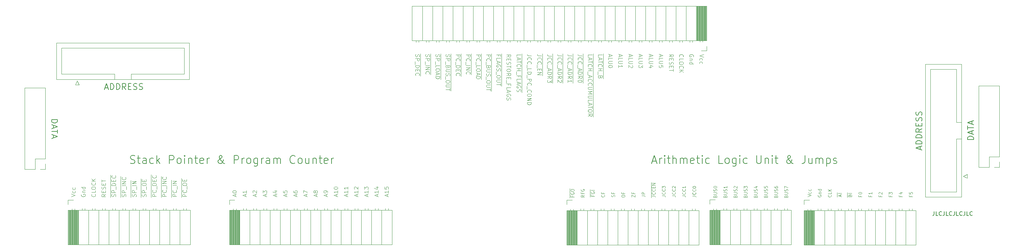
<source format=gbr>
%TF.GenerationSoftware,KiCad,Pcbnew,(6.0.0-0)*%
%TF.CreationDate,2022-03-10T23:15:01-05:00*%
%TF.ProjectId,Backplane-Connector-2022,4261636b-706c-4616-9e65-2d436f6e6e65,rev?*%
%TF.SameCoordinates,Original*%
%TF.FileFunction,Legend,Top*%
%TF.FilePolarity,Positive*%
%FSLAX46Y46*%
G04 Gerber Fmt 4.6, Leading zero omitted, Abs format (unit mm)*
G04 Created by KiCad (PCBNEW (6.0.0-0)) date 2022-03-10 23:15:01*
%MOMM*%
%LPD*%
G01*
G04 APERTURE LIST*
%ADD10C,0.150000*%
%ADD11C,0.100000*%
%ADD12C,0.120000*%
G04 APERTURE END LIST*
D10*
X253256761Y-128349333D02*
X254209142Y-128349333D01*
X253066285Y-128920761D02*
X253732952Y-126920761D01*
X254399619Y-128920761D01*
X255066285Y-128920761D02*
X255066285Y-127587428D01*
X255066285Y-127968380D02*
X255161523Y-127777904D01*
X255256761Y-127682666D01*
X255447238Y-127587428D01*
X255637714Y-127587428D01*
X256304380Y-128920761D02*
X256304380Y-127587428D01*
X256304380Y-126920761D02*
X256209142Y-127016000D01*
X256304380Y-127111238D01*
X256399619Y-127016000D01*
X256304380Y-126920761D01*
X256304380Y-127111238D01*
X256971047Y-127587428D02*
X257732952Y-127587428D01*
X257256761Y-126920761D02*
X257256761Y-128635047D01*
X257352000Y-128825523D01*
X257542476Y-128920761D01*
X257732952Y-128920761D01*
X258399619Y-128920761D02*
X258399619Y-126920761D01*
X259256761Y-128920761D02*
X259256761Y-127873142D01*
X259161523Y-127682666D01*
X258971047Y-127587428D01*
X258685333Y-127587428D01*
X258494857Y-127682666D01*
X258399619Y-127777904D01*
X260209142Y-128920761D02*
X260209142Y-127587428D01*
X260209142Y-127777904D02*
X260304380Y-127682666D01*
X260494857Y-127587428D01*
X260780571Y-127587428D01*
X260971047Y-127682666D01*
X261066285Y-127873142D01*
X261066285Y-128920761D01*
X261066285Y-127873142D02*
X261161523Y-127682666D01*
X261352000Y-127587428D01*
X261637714Y-127587428D01*
X261828190Y-127682666D01*
X261923428Y-127873142D01*
X261923428Y-128920761D01*
X263637714Y-128825523D02*
X263447238Y-128920761D01*
X263066285Y-128920761D01*
X262875809Y-128825523D01*
X262780571Y-128635047D01*
X262780571Y-127873142D01*
X262875809Y-127682666D01*
X263066285Y-127587428D01*
X263447238Y-127587428D01*
X263637714Y-127682666D01*
X263732952Y-127873142D01*
X263732952Y-128063619D01*
X262780571Y-128254095D01*
X264304380Y-127587428D02*
X265066285Y-127587428D01*
X264590095Y-126920761D02*
X264590095Y-128635047D01*
X264685333Y-128825523D01*
X264875809Y-128920761D01*
X265066285Y-128920761D01*
X265732952Y-128920761D02*
X265732952Y-127587428D01*
X265732952Y-126920761D02*
X265637714Y-127016000D01*
X265732952Y-127111238D01*
X265828190Y-127016000D01*
X265732952Y-126920761D01*
X265732952Y-127111238D01*
X267542476Y-128825523D02*
X267352000Y-128920761D01*
X266971047Y-128920761D01*
X266780571Y-128825523D01*
X266685333Y-128730285D01*
X266590095Y-128539809D01*
X266590095Y-127968380D01*
X266685333Y-127777904D01*
X266780571Y-127682666D01*
X266971047Y-127587428D01*
X267352000Y-127587428D01*
X267542476Y-127682666D01*
X270875809Y-128920761D02*
X269923428Y-128920761D01*
X269923428Y-126920761D01*
X271828190Y-128920761D02*
X271637714Y-128825523D01*
X271542476Y-128730285D01*
X271447238Y-128539809D01*
X271447238Y-127968380D01*
X271542476Y-127777904D01*
X271637714Y-127682666D01*
X271828190Y-127587428D01*
X272113904Y-127587428D01*
X272304380Y-127682666D01*
X272399619Y-127777904D01*
X272494857Y-127968380D01*
X272494857Y-128539809D01*
X272399619Y-128730285D01*
X272304380Y-128825523D01*
X272113904Y-128920761D01*
X271828190Y-128920761D01*
X274209142Y-127587428D02*
X274209142Y-129206476D01*
X274113904Y-129396952D01*
X274018666Y-129492190D01*
X273828190Y-129587428D01*
X273542476Y-129587428D01*
X273352000Y-129492190D01*
X274209142Y-128825523D02*
X274018666Y-128920761D01*
X273637714Y-128920761D01*
X273447238Y-128825523D01*
X273352000Y-128730285D01*
X273256761Y-128539809D01*
X273256761Y-127968380D01*
X273352000Y-127777904D01*
X273447238Y-127682666D01*
X273637714Y-127587428D01*
X274018666Y-127587428D01*
X274209142Y-127682666D01*
X275161523Y-128920761D02*
X275161523Y-127587428D01*
X275161523Y-126920761D02*
X275066285Y-127016000D01*
X275161523Y-127111238D01*
X275256761Y-127016000D01*
X275161523Y-126920761D01*
X275161523Y-127111238D01*
X276971047Y-128825523D02*
X276780571Y-128920761D01*
X276399619Y-128920761D01*
X276209142Y-128825523D01*
X276113904Y-128730285D01*
X276018666Y-128539809D01*
X276018666Y-127968380D01*
X276113904Y-127777904D01*
X276209142Y-127682666D01*
X276399619Y-127587428D01*
X276780571Y-127587428D01*
X276971047Y-127682666D01*
X279352000Y-126920761D02*
X279352000Y-128539809D01*
X279447238Y-128730285D01*
X279542476Y-128825523D01*
X279732952Y-128920761D01*
X280113904Y-128920761D01*
X280304380Y-128825523D01*
X280399619Y-128730285D01*
X280494857Y-128539809D01*
X280494857Y-126920761D01*
X281447238Y-127587428D02*
X281447238Y-128920761D01*
X281447238Y-127777904D02*
X281542476Y-127682666D01*
X281732952Y-127587428D01*
X282018666Y-127587428D01*
X282209142Y-127682666D01*
X282304380Y-127873142D01*
X282304380Y-128920761D01*
X283256761Y-128920761D02*
X283256761Y-127587428D01*
X283256761Y-126920761D02*
X283161523Y-127016000D01*
X283256761Y-127111238D01*
X283352000Y-127016000D01*
X283256761Y-126920761D01*
X283256761Y-127111238D01*
X283923428Y-127587428D02*
X284685333Y-127587428D01*
X284209142Y-126920761D02*
X284209142Y-128635047D01*
X284304380Y-128825523D01*
X284494857Y-128920761D01*
X284685333Y-128920761D01*
X288494857Y-128920761D02*
X288399619Y-128920761D01*
X288209142Y-128825523D01*
X287923428Y-128539809D01*
X287447238Y-127968380D01*
X287256761Y-127682666D01*
X287161523Y-127396952D01*
X287161523Y-127206476D01*
X287256761Y-127016000D01*
X287447238Y-126920761D01*
X287542476Y-126920761D01*
X287732952Y-127016000D01*
X287828190Y-127206476D01*
X287828190Y-127301714D01*
X287732952Y-127492190D01*
X287637714Y-127587428D01*
X287066285Y-127968380D01*
X286971047Y-128063619D01*
X286875809Y-128254095D01*
X286875809Y-128539809D01*
X286971047Y-128730285D01*
X287066285Y-128825523D01*
X287256761Y-128920761D01*
X287542476Y-128920761D01*
X287732952Y-128825523D01*
X287828190Y-128730285D01*
X288113904Y-128349333D01*
X288209142Y-128063619D01*
X288209142Y-127873142D01*
X291447238Y-126920761D02*
X291447238Y-128349333D01*
X291352000Y-128635047D01*
X291161523Y-128825523D01*
X290875809Y-128920761D01*
X290685333Y-128920761D01*
X293256761Y-127587428D02*
X293256761Y-128920761D01*
X292399619Y-127587428D02*
X292399619Y-128635047D01*
X292494857Y-128825523D01*
X292685333Y-128920761D01*
X292971047Y-128920761D01*
X293161523Y-128825523D01*
X293256761Y-128730285D01*
X294209142Y-128920761D02*
X294209142Y-127587428D01*
X294209142Y-127777904D02*
X294304380Y-127682666D01*
X294494857Y-127587428D01*
X294780571Y-127587428D01*
X294971047Y-127682666D01*
X295066285Y-127873142D01*
X295066285Y-128920761D01*
X295066285Y-127873142D02*
X295161523Y-127682666D01*
X295352000Y-127587428D01*
X295637714Y-127587428D01*
X295828190Y-127682666D01*
X295923428Y-127873142D01*
X295923428Y-128920761D01*
X296875809Y-127587428D02*
X296875809Y-129587428D01*
X296875809Y-127682666D02*
X297066285Y-127587428D01*
X297447238Y-127587428D01*
X297637714Y-127682666D01*
X297732952Y-127777904D01*
X297828190Y-127968380D01*
X297828190Y-128539809D01*
X297732952Y-128730285D01*
X297637714Y-128825523D01*
X297447238Y-128920761D01*
X297066285Y-128920761D01*
X296875809Y-128825523D01*
X298590095Y-128825523D02*
X298780571Y-128920761D01*
X299161523Y-128920761D01*
X299352000Y-128825523D01*
X299447238Y-128635047D01*
X299447238Y-128539809D01*
X299352000Y-128349333D01*
X299161523Y-128254095D01*
X298875809Y-128254095D01*
X298685333Y-128158857D01*
X298590095Y-127968380D01*
X298590095Y-127873142D01*
X298685333Y-127682666D01*
X298875809Y-127587428D01*
X299161523Y-127587428D01*
X299352000Y-127682666D01*
X122447047Y-128825523D02*
X122732761Y-128920761D01*
X123208952Y-128920761D01*
X123399428Y-128825523D01*
X123494666Y-128730285D01*
X123589904Y-128539809D01*
X123589904Y-128349333D01*
X123494666Y-128158857D01*
X123399428Y-128063619D01*
X123208952Y-127968380D01*
X122828000Y-127873142D01*
X122637523Y-127777904D01*
X122542285Y-127682666D01*
X122447047Y-127492190D01*
X122447047Y-127301714D01*
X122542285Y-127111238D01*
X122637523Y-127016000D01*
X122828000Y-126920761D01*
X123304190Y-126920761D01*
X123589904Y-127016000D01*
X124161333Y-127587428D02*
X124923238Y-127587428D01*
X124447047Y-126920761D02*
X124447047Y-128635047D01*
X124542285Y-128825523D01*
X124732761Y-128920761D01*
X124923238Y-128920761D01*
X126447047Y-128920761D02*
X126447047Y-127873142D01*
X126351809Y-127682666D01*
X126161333Y-127587428D01*
X125780380Y-127587428D01*
X125589904Y-127682666D01*
X126447047Y-128825523D02*
X126256571Y-128920761D01*
X125780380Y-128920761D01*
X125589904Y-128825523D01*
X125494666Y-128635047D01*
X125494666Y-128444571D01*
X125589904Y-128254095D01*
X125780380Y-128158857D01*
X126256571Y-128158857D01*
X126447047Y-128063619D01*
X128256571Y-128825523D02*
X128066095Y-128920761D01*
X127685142Y-128920761D01*
X127494666Y-128825523D01*
X127399428Y-128730285D01*
X127304190Y-128539809D01*
X127304190Y-127968380D01*
X127399428Y-127777904D01*
X127494666Y-127682666D01*
X127685142Y-127587428D01*
X128066095Y-127587428D01*
X128256571Y-127682666D01*
X129113714Y-128920761D02*
X129113714Y-126920761D01*
X129304190Y-128158857D02*
X129875619Y-128920761D01*
X129875619Y-127587428D02*
X129113714Y-128349333D01*
X132256571Y-128920761D02*
X132256571Y-126920761D01*
X133018476Y-126920761D01*
X133208952Y-127016000D01*
X133304190Y-127111238D01*
X133399428Y-127301714D01*
X133399428Y-127587428D01*
X133304190Y-127777904D01*
X133208952Y-127873142D01*
X133018476Y-127968380D01*
X132256571Y-127968380D01*
X134542285Y-128920761D02*
X134351809Y-128825523D01*
X134256571Y-128730285D01*
X134161333Y-128539809D01*
X134161333Y-127968380D01*
X134256571Y-127777904D01*
X134351809Y-127682666D01*
X134542285Y-127587428D01*
X134828000Y-127587428D01*
X135018476Y-127682666D01*
X135113714Y-127777904D01*
X135208952Y-127968380D01*
X135208952Y-128539809D01*
X135113714Y-128730285D01*
X135018476Y-128825523D01*
X134828000Y-128920761D01*
X134542285Y-128920761D01*
X136066095Y-128920761D02*
X136066095Y-127587428D01*
X136066095Y-126920761D02*
X135970857Y-127016000D01*
X136066095Y-127111238D01*
X136161333Y-127016000D01*
X136066095Y-126920761D01*
X136066095Y-127111238D01*
X137018476Y-127587428D02*
X137018476Y-128920761D01*
X137018476Y-127777904D02*
X137113714Y-127682666D01*
X137304190Y-127587428D01*
X137589904Y-127587428D01*
X137780380Y-127682666D01*
X137875619Y-127873142D01*
X137875619Y-128920761D01*
X138542285Y-127587428D02*
X139304190Y-127587428D01*
X138828000Y-126920761D02*
X138828000Y-128635047D01*
X138923238Y-128825523D01*
X139113714Y-128920761D01*
X139304190Y-128920761D01*
X140732761Y-128825523D02*
X140542285Y-128920761D01*
X140161333Y-128920761D01*
X139970857Y-128825523D01*
X139875619Y-128635047D01*
X139875619Y-127873142D01*
X139970857Y-127682666D01*
X140161333Y-127587428D01*
X140542285Y-127587428D01*
X140732761Y-127682666D01*
X140828000Y-127873142D01*
X140828000Y-128063619D01*
X139875619Y-128254095D01*
X141685142Y-128920761D02*
X141685142Y-127587428D01*
X141685142Y-127968380D02*
X141780380Y-127777904D01*
X141875619Y-127682666D01*
X142066095Y-127587428D01*
X142256571Y-127587428D01*
X146066095Y-128920761D02*
X145970857Y-128920761D01*
X145780380Y-128825523D01*
X145494666Y-128539809D01*
X145018476Y-127968380D01*
X144828000Y-127682666D01*
X144732761Y-127396952D01*
X144732761Y-127206476D01*
X144828000Y-127016000D01*
X145018476Y-126920761D01*
X145113714Y-126920761D01*
X145304190Y-127016000D01*
X145399428Y-127206476D01*
X145399428Y-127301714D01*
X145304190Y-127492190D01*
X145208952Y-127587428D01*
X144637523Y-127968380D01*
X144542285Y-128063619D01*
X144447047Y-128254095D01*
X144447047Y-128539809D01*
X144542285Y-128730285D01*
X144637523Y-128825523D01*
X144828000Y-128920761D01*
X145113714Y-128920761D01*
X145304190Y-128825523D01*
X145399428Y-128730285D01*
X145685142Y-128349333D01*
X145780380Y-128063619D01*
X145780380Y-127873142D01*
X148447047Y-128920761D02*
X148447047Y-126920761D01*
X149208952Y-126920761D01*
X149399428Y-127016000D01*
X149494666Y-127111238D01*
X149589904Y-127301714D01*
X149589904Y-127587428D01*
X149494666Y-127777904D01*
X149399428Y-127873142D01*
X149208952Y-127968380D01*
X148447047Y-127968380D01*
X150447047Y-128920761D02*
X150447047Y-127587428D01*
X150447047Y-127968380D02*
X150542285Y-127777904D01*
X150637523Y-127682666D01*
X150828000Y-127587428D01*
X151018476Y-127587428D01*
X151970857Y-128920761D02*
X151780380Y-128825523D01*
X151685142Y-128730285D01*
X151589904Y-128539809D01*
X151589904Y-127968380D01*
X151685142Y-127777904D01*
X151780380Y-127682666D01*
X151970857Y-127587428D01*
X152256571Y-127587428D01*
X152447047Y-127682666D01*
X152542285Y-127777904D01*
X152637523Y-127968380D01*
X152637523Y-128539809D01*
X152542285Y-128730285D01*
X152447047Y-128825523D01*
X152256571Y-128920761D01*
X151970857Y-128920761D01*
X154351809Y-127587428D02*
X154351809Y-129206476D01*
X154256571Y-129396952D01*
X154161333Y-129492190D01*
X153970857Y-129587428D01*
X153685142Y-129587428D01*
X153494666Y-129492190D01*
X154351809Y-128825523D02*
X154161333Y-128920761D01*
X153780380Y-128920761D01*
X153589904Y-128825523D01*
X153494666Y-128730285D01*
X153399428Y-128539809D01*
X153399428Y-127968380D01*
X153494666Y-127777904D01*
X153589904Y-127682666D01*
X153780380Y-127587428D01*
X154161333Y-127587428D01*
X154351809Y-127682666D01*
X155304190Y-128920761D02*
X155304190Y-127587428D01*
X155304190Y-127968380D02*
X155399428Y-127777904D01*
X155494666Y-127682666D01*
X155685142Y-127587428D01*
X155875619Y-127587428D01*
X157399428Y-128920761D02*
X157399428Y-127873142D01*
X157304190Y-127682666D01*
X157113714Y-127587428D01*
X156732761Y-127587428D01*
X156542285Y-127682666D01*
X157399428Y-128825523D02*
X157208952Y-128920761D01*
X156732761Y-128920761D01*
X156542285Y-128825523D01*
X156447047Y-128635047D01*
X156447047Y-128444571D01*
X156542285Y-128254095D01*
X156732761Y-128158857D01*
X157208952Y-128158857D01*
X157399428Y-128063619D01*
X158351809Y-128920761D02*
X158351809Y-127587428D01*
X158351809Y-127777904D02*
X158447047Y-127682666D01*
X158637523Y-127587428D01*
X158923238Y-127587428D01*
X159113714Y-127682666D01*
X159208952Y-127873142D01*
X159208952Y-128920761D01*
X159208952Y-127873142D02*
X159304190Y-127682666D01*
X159494666Y-127587428D01*
X159780380Y-127587428D01*
X159970857Y-127682666D01*
X160066095Y-127873142D01*
X160066095Y-128920761D01*
X163685142Y-128730285D02*
X163589904Y-128825523D01*
X163304190Y-128920761D01*
X163113714Y-128920761D01*
X162828000Y-128825523D01*
X162637523Y-128635047D01*
X162542285Y-128444571D01*
X162447047Y-128063619D01*
X162447047Y-127777904D01*
X162542285Y-127396952D01*
X162637523Y-127206476D01*
X162828000Y-127016000D01*
X163113714Y-126920761D01*
X163304190Y-126920761D01*
X163589904Y-127016000D01*
X163685142Y-127111238D01*
X164828000Y-128920761D02*
X164637523Y-128825523D01*
X164542285Y-128730285D01*
X164447047Y-128539809D01*
X164447047Y-127968380D01*
X164542285Y-127777904D01*
X164637523Y-127682666D01*
X164828000Y-127587428D01*
X165113714Y-127587428D01*
X165304190Y-127682666D01*
X165399428Y-127777904D01*
X165494666Y-127968380D01*
X165494666Y-128539809D01*
X165399428Y-128730285D01*
X165304190Y-128825523D01*
X165113714Y-128920761D01*
X164828000Y-128920761D01*
X167208952Y-127587428D02*
X167208952Y-128920761D01*
X166351809Y-127587428D02*
X166351809Y-128635047D01*
X166447047Y-128825523D01*
X166637523Y-128920761D01*
X166923238Y-128920761D01*
X167113714Y-128825523D01*
X167208952Y-128730285D01*
X168161333Y-127587428D02*
X168161333Y-128920761D01*
X168161333Y-127777904D02*
X168256571Y-127682666D01*
X168447047Y-127587428D01*
X168732761Y-127587428D01*
X168923238Y-127682666D01*
X169018476Y-127873142D01*
X169018476Y-128920761D01*
X169685142Y-127587428D02*
X170447047Y-127587428D01*
X169970857Y-126920761D02*
X169970857Y-128635047D01*
X170066095Y-128825523D01*
X170256571Y-128920761D01*
X170447047Y-128920761D01*
X171875619Y-128825523D02*
X171685142Y-128920761D01*
X171304190Y-128920761D01*
X171113714Y-128825523D01*
X171018476Y-128635047D01*
X171018476Y-127873142D01*
X171113714Y-127682666D01*
X171304190Y-127587428D01*
X171685142Y-127587428D01*
X171875619Y-127682666D01*
X171970857Y-127873142D01*
X171970857Y-128063619D01*
X171018476Y-128254095D01*
X172828000Y-128920761D02*
X172828000Y-127587428D01*
X172828000Y-127968380D02*
X172923238Y-127777904D01*
X173018476Y-127682666D01*
X173208952Y-127587428D01*
X173399428Y-127587428D01*
X333690571Y-122917000D02*
X332190571Y-122917000D01*
X332190571Y-122559857D01*
X332262000Y-122345571D01*
X332404857Y-122202714D01*
X332547714Y-122131285D01*
X332833428Y-122059857D01*
X333047714Y-122059857D01*
X333333428Y-122131285D01*
X333476285Y-122202714D01*
X333619142Y-122345571D01*
X333690571Y-122559857D01*
X333690571Y-122917000D01*
X333262000Y-121488428D02*
X333262000Y-120774142D01*
X333690571Y-121631285D02*
X332190571Y-121131285D01*
X333690571Y-120631285D01*
X332190571Y-120345571D02*
X332190571Y-119488428D01*
X333690571Y-119917000D02*
X332190571Y-119917000D01*
X333262000Y-119059857D02*
X333262000Y-118345571D01*
X333690571Y-119202714D02*
X332190571Y-118702714D01*
X333690571Y-118202714D01*
D11*
X116257380Y-136615476D02*
X115781190Y-136948809D01*
X116257380Y-137186904D02*
X115257380Y-137186904D01*
X115257380Y-136805952D01*
X115305000Y-136710714D01*
X115352619Y-136663095D01*
X115447857Y-136615476D01*
X115590714Y-136615476D01*
X115685952Y-136663095D01*
X115733571Y-136710714D01*
X115781190Y-136805952D01*
X115781190Y-137186904D01*
X115733571Y-136186904D02*
X115733571Y-135853571D01*
X116257380Y-135710714D02*
X116257380Y-136186904D01*
X115257380Y-136186904D01*
X115257380Y-135710714D01*
X116209761Y-135329761D02*
X116257380Y-135186904D01*
X116257380Y-134948809D01*
X116209761Y-134853571D01*
X116162142Y-134805952D01*
X116066904Y-134758333D01*
X115971666Y-134758333D01*
X115876428Y-134805952D01*
X115828809Y-134853571D01*
X115781190Y-134948809D01*
X115733571Y-135139285D01*
X115685952Y-135234523D01*
X115638333Y-135282142D01*
X115543095Y-135329761D01*
X115447857Y-135329761D01*
X115352619Y-135282142D01*
X115305000Y-135234523D01*
X115257380Y-135139285D01*
X115257380Y-134901190D01*
X115305000Y-134758333D01*
X115733571Y-134329761D02*
X115733571Y-133996428D01*
X116257380Y-133853571D02*
X116257380Y-134329761D01*
X115257380Y-134329761D01*
X115257380Y-133853571D01*
X115257380Y-133567857D02*
X115257380Y-132996428D01*
X116257380Y-133282142D02*
X115257380Y-133282142D01*
X151276666Y-137144523D02*
X151276666Y-136668333D01*
X151562380Y-137239761D02*
X150562380Y-136906428D01*
X151562380Y-136573095D01*
X151562380Y-135715952D02*
X151562380Y-136287380D01*
X151562380Y-136001666D02*
X150562380Y-136001666D01*
X150705238Y-136096904D01*
X150800476Y-136192142D01*
X150848095Y-136287380D01*
D10*
X116115714Y-109960000D02*
X116830000Y-109960000D01*
X115972857Y-110388571D02*
X116472857Y-108888571D01*
X116972857Y-110388571D01*
X117472857Y-110388571D02*
X117472857Y-108888571D01*
X117830000Y-108888571D01*
X118044285Y-108960000D01*
X118187142Y-109102857D01*
X118258571Y-109245714D01*
X118330000Y-109531428D01*
X118330000Y-109745714D01*
X118258571Y-110031428D01*
X118187142Y-110174285D01*
X118044285Y-110317142D01*
X117830000Y-110388571D01*
X117472857Y-110388571D01*
X118972857Y-110388571D02*
X118972857Y-108888571D01*
X119330000Y-108888571D01*
X119544285Y-108960000D01*
X119687142Y-109102857D01*
X119758571Y-109245714D01*
X119830000Y-109531428D01*
X119830000Y-109745714D01*
X119758571Y-110031428D01*
X119687142Y-110174285D01*
X119544285Y-110317142D01*
X119330000Y-110388571D01*
X118972857Y-110388571D01*
X121330000Y-110388571D02*
X120830000Y-109674285D01*
X120472857Y-110388571D02*
X120472857Y-108888571D01*
X121044285Y-108888571D01*
X121187142Y-108960000D01*
X121258571Y-109031428D01*
X121330000Y-109174285D01*
X121330000Y-109388571D01*
X121258571Y-109531428D01*
X121187142Y-109602857D01*
X121044285Y-109674285D01*
X120472857Y-109674285D01*
X121972857Y-109602857D02*
X122472857Y-109602857D01*
X122687142Y-110388571D02*
X121972857Y-110388571D01*
X121972857Y-108888571D01*
X122687142Y-108888571D01*
X123258571Y-110317142D02*
X123472857Y-110388571D01*
X123830000Y-110388571D01*
X123972857Y-110317142D01*
X124044285Y-110245714D01*
X124115714Y-110102857D01*
X124115714Y-109960000D01*
X124044285Y-109817142D01*
X123972857Y-109745714D01*
X123830000Y-109674285D01*
X123544285Y-109602857D01*
X123401428Y-109531428D01*
X123330000Y-109460000D01*
X123258571Y-109317142D01*
X123258571Y-109174285D01*
X123330000Y-109031428D01*
X123401428Y-108960000D01*
X123544285Y-108888571D01*
X123901428Y-108888571D01*
X124115714Y-108960000D01*
X124687142Y-110317142D02*
X124901428Y-110388571D01*
X125258571Y-110388571D01*
X125401428Y-110317142D01*
X125472857Y-110245714D01*
X125544285Y-110102857D01*
X125544285Y-109960000D01*
X125472857Y-109817142D01*
X125401428Y-109745714D01*
X125258571Y-109674285D01*
X124972857Y-109602857D01*
X124830000Y-109531428D01*
X124758571Y-109460000D01*
X124687142Y-109317142D01*
X124687142Y-109174285D01*
X124758571Y-109031428D01*
X124830000Y-108960000D01*
X124972857Y-108888571D01*
X125330000Y-108888571D01*
X125544285Y-108960000D01*
D11*
X263460000Y-102166904D02*
X263507619Y-102071666D01*
X263507619Y-101928809D01*
X263460000Y-101785952D01*
X263364761Y-101690714D01*
X263269523Y-101643095D01*
X263079047Y-101595476D01*
X262936190Y-101595476D01*
X262745714Y-101643095D01*
X262650476Y-101690714D01*
X262555238Y-101785952D01*
X262507619Y-101928809D01*
X262507619Y-102024047D01*
X262555238Y-102166904D01*
X262602857Y-102214523D01*
X262936190Y-102214523D01*
X262936190Y-102024047D01*
X263174285Y-102643095D02*
X262507619Y-102643095D01*
X263079047Y-102643095D02*
X263126666Y-102690714D01*
X263174285Y-102785952D01*
X263174285Y-102928809D01*
X263126666Y-103024047D01*
X263031428Y-103071666D01*
X262507619Y-103071666D01*
X262507619Y-103976428D02*
X263507619Y-103976428D01*
X262555238Y-103976428D02*
X262507619Y-103881190D01*
X262507619Y-103690714D01*
X262555238Y-103595476D01*
X262602857Y-103547857D01*
X262698095Y-103500238D01*
X262983809Y-103500238D01*
X263079047Y-103547857D01*
X263126666Y-103595476D01*
X263174285Y-103690714D01*
X263174285Y-103881190D01*
X263126666Y-103976428D01*
X169056666Y-137144523D02*
X169056666Y-136668333D01*
X169342380Y-137239761D02*
X168342380Y-136906428D01*
X169342380Y-136573095D01*
X168770952Y-136096904D02*
X168723333Y-136192142D01*
X168675714Y-136239761D01*
X168580476Y-136287380D01*
X168532857Y-136287380D01*
X168437619Y-136239761D01*
X168390000Y-136192142D01*
X168342380Y-136096904D01*
X168342380Y-135906428D01*
X168390000Y-135811190D01*
X168437619Y-135763571D01*
X168532857Y-135715952D01*
X168580476Y-135715952D01*
X168675714Y-135763571D01*
X168723333Y-135811190D01*
X168770952Y-135906428D01*
X168770952Y-136096904D01*
X168818571Y-136192142D01*
X168866190Y-136239761D01*
X168961428Y-136287380D01*
X169151904Y-136287380D01*
X169247142Y-136239761D01*
X169294761Y-136192142D01*
X169342380Y-136096904D01*
X169342380Y-135906428D01*
X169294761Y-135811190D01*
X169247142Y-135763571D01*
X169151904Y-135715952D01*
X168961428Y-135715952D01*
X168866190Y-135763571D01*
X168818571Y-135811190D01*
X168770952Y-135906428D01*
X153816666Y-137144523D02*
X153816666Y-136668333D01*
X154102380Y-137239761D02*
X153102380Y-136906428D01*
X154102380Y-136573095D01*
X153197619Y-136287380D02*
X153150000Y-136239761D01*
X153102380Y-136144523D01*
X153102380Y-135906428D01*
X153150000Y-135811190D01*
X153197619Y-135763571D01*
X153292857Y-135715952D01*
X153388095Y-135715952D01*
X153530952Y-135763571D01*
X154102380Y-136335000D01*
X154102380Y-135715952D01*
X260062857Y-102214523D02*
X260015238Y-102166904D01*
X259967619Y-102024047D01*
X259967619Y-101928809D01*
X260015238Y-101785952D01*
X260110476Y-101690714D01*
X260205714Y-101643095D01*
X260396190Y-101595476D01*
X260539047Y-101595476D01*
X260729523Y-101643095D01*
X260824761Y-101690714D01*
X260920000Y-101785952D01*
X260967619Y-101928809D01*
X260967619Y-102024047D01*
X260920000Y-102166904D01*
X260872380Y-102214523D01*
X259967619Y-103119285D02*
X259967619Y-102643095D01*
X260967619Y-102643095D01*
X260967619Y-103643095D02*
X260967619Y-103833571D01*
X260920000Y-103928809D01*
X260824761Y-104024047D01*
X260634285Y-104071666D01*
X260300952Y-104071666D01*
X260110476Y-104024047D01*
X260015238Y-103928809D01*
X259967619Y-103833571D01*
X259967619Y-103643095D01*
X260015238Y-103547857D01*
X260110476Y-103452619D01*
X260300952Y-103405000D01*
X260634285Y-103405000D01*
X260824761Y-103452619D01*
X260920000Y-103547857D01*
X260967619Y-103643095D01*
X260062857Y-105071666D02*
X260015238Y-105024047D01*
X259967619Y-104881190D01*
X259967619Y-104785952D01*
X260015238Y-104643095D01*
X260110476Y-104547857D01*
X260205714Y-104500238D01*
X260396190Y-104452619D01*
X260539047Y-104452619D01*
X260729523Y-104500238D01*
X260824761Y-104547857D01*
X260920000Y-104643095D01*
X260967619Y-104785952D01*
X260967619Y-104881190D01*
X260920000Y-105024047D01*
X260872380Y-105071666D01*
X259967619Y-105500238D02*
X260967619Y-105500238D01*
X259967619Y-106071666D02*
X260539047Y-105643095D01*
X260967619Y-106071666D02*
X260396190Y-105500238D01*
X238390000Y-101435000D02*
X238390000Y-102244523D01*
X237107619Y-102149285D02*
X237107619Y-101673095D01*
X238107619Y-101673095D01*
X238390000Y-102244523D02*
X238390000Y-103101666D01*
X237393333Y-102435000D02*
X237393333Y-102911190D01*
X237107619Y-102339761D02*
X238107619Y-102673095D01*
X237107619Y-103006428D01*
X238390000Y-103101666D02*
X238390000Y-103863571D01*
X238107619Y-103196904D02*
X238107619Y-103768333D01*
X237107619Y-103482619D02*
X238107619Y-103482619D01*
X238390000Y-103863571D02*
X238390000Y-104863571D01*
X237202857Y-104673095D02*
X237155238Y-104625476D01*
X237107619Y-104482619D01*
X237107619Y-104387380D01*
X237155238Y-104244523D01*
X237250476Y-104149285D01*
X237345714Y-104101666D01*
X237536190Y-104054047D01*
X237679047Y-104054047D01*
X237869523Y-104101666D01*
X237964761Y-104149285D01*
X238060000Y-104244523D01*
X238107619Y-104387380D01*
X238107619Y-104482619D01*
X238060000Y-104625476D01*
X238012380Y-104673095D01*
X238390000Y-104863571D02*
X238390000Y-105911190D01*
X237107619Y-105101666D02*
X238107619Y-105101666D01*
X237631428Y-105101666D02*
X237631428Y-105673095D01*
X237107619Y-105673095D02*
X238107619Y-105673095D01*
X238390000Y-105911190D02*
X238390000Y-106673095D01*
X237012380Y-105911190D02*
X237012380Y-106673095D01*
X238390000Y-106673095D02*
X238390000Y-107530238D01*
X237393333Y-106863571D02*
X237393333Y-107339761D01*
X237107619Y-106768333D02*
X238107619Y-107101666D01*
X237107619Y-107435000D01*
X238390000Y-107530238D02*
X238390000Y-108530238D01*
X237202857Y-108339761D02*
X237155238Y-108292142D01*
X237107619Y-108149285D01*
X237107619Y-108054047D01*
X237155238Y-107911190D01*
X237250476Y-107815952D01*
X237345714Y-107768333D01*
X237536190Y-107720714D01*
X237679047Y-107720714D01*
X237869523Y-107768333D01*
X237964761Y-107815952D01*
X238060000Y-107911190D01*
X238107619Y-108054047D01*
X238107619Y-108149285D01*
X238060000Y-108292142D01*
X238012380Y-108339761D01*
X238390000Y-108530238D02*
X238390000Y-109530238D01*
X237202857Y-109339761D02*
X237155238Y-109292142D01*
X237107619Y-109149285D01*
X237107619Y-109054047D01*
X237155238Y-108911190D01*
X237250476Y-108815952D01*
X237345714Y-108768333D01*
X237536190Y-108720714D01*
X237679047Y-108720714D01*
X237869523Y-108768333D01*
X237964761Y-108815952D01*
X238060000Y-108911190D01*
X238107619Y-109054047D01*
X238107619Y-109149285D01*
X238060000Y-109292142D01*
X238012380Y-109339761D01*
X238390000Y-109530238D02*
X238390000Y-110577857D01*
X238107619Y-109768333D02*
X237298095Y-109768333D01*
X237202857Y-109815952D01*
X237155238Y-109863571D01*
X237107619Y-109958809D01*
X237107619Y-110149285D01*
X237155238Y-110244523D01*
X237202857Y-110292142D01*
X237298095Y-110339761D01*
X238107619Y-110339761D01*
X238390000Y-110577857D02*
X238390000Y-111720714D01*
X237107619Y-110815952D02*
X238107619Y-110815952D01*
X237393333Y-111149285D01*
X238107619Y-111482619D01*
X237107619Y-111482619D01*
X238390000Y-111720714D02*
X238390000Y-112768333D01*
X238107619Y-111958809D02*
X237298095Y-111958809D01*
X237202857Y-112006428D01*
X237155238Y-112054047D01*
X237107619Y-112149285D01*
X237107619Y-112339761D01*
X237155238Y-112435000D01*
X237202857Y-112482619D01*
X237298095Y-112530238D01*
X238107619Y-112530238D01*
X238390000Y-112768333D02*
X238390000Y-113577857D01*
X237107619Y-113482619D02*
X237107619Y-113006428D01*
X238107619Y-113006428D01*
X238390000Y-113577857D02*
X238390000Y-114435000D01*
X237393333Y-113768333D02*
X237393333Y-114244523D01*
X237107619Y-113673095D02*
X238107619Y-114006428D01*
X237107619Y-114339761D01*
X238390000Y-114435000D02*
X238390000Y-115196904D01*
X238107619Y-114530238D02*
X238107619Y-115101666D01*
X237107619Y-114815952D02*
X238107619Y-114815952D01*
X238390000Y-115196904D02*
X238390000Y-116244523D01*
X238107619Y-115625476D02*
X238107619Y-115815952D01*
X238060000Y-115911190D01*
X237964761Y-116006428D01*
X237774285Y-116054047D01*
X237440952Y-116054047D01*
X237250476Y-116006428D01*
X237155238Y-115911190D01*
X237107619Y-115815952D01*
X237107619Y-115625476D01*
X237155238Y-115530238D01*
X237250476Y-115435000D01*
X237440952Y-115387380D01*
X237774285Y-115387380D01*
X237964761Y-115435000D01*
X238060000Y-115530238D01*
X238107619Y-115625476D01*
X238390000Y-116244523D02*
X238390000Y-117244523D01*
X237107619Y-117054047D02*
X237583809Y-116720714D01*
X237107619Y-116482619D02*
X238107619Y-116482619D01*
X238107619Y-116863571D01*
X238060000Y-116958809D01*
X238012380Y-117006428D01*
X237917142Y-117054047D01*
X237774285Y-117054047D01*
X237679047Y-117006428D01*
X237631428Y-116958809D01*
X237583809Y-116863571D01*
X237583809Y-116482619D01*
X315405857Y-136962476D02*
X315405857Y-137229142D01*
X315824904Y-137229142D02*
X315024904Y-137229142D01*
X315024904Y-136848190D01*
X315291571Y-136200571D02*
X315824904Y-136200571D01*
X314986809Y-136391047D02*
X315558238Y-136581523D01*
X315558238Y-136086285D01*
X220540000Y-101411000D02*
X220540000Y-102220523D01*
X219257619Y-102125285D02*
X219257619Y-101649095D01*
X220257619Y-101649095D01*
X220540000Y-102220523D02*
X220540000Y-103077666D01*
X219543333Y-102411000D02*
X219543333Y-102887190D01*
X219257619Y-102315761D02*
X220257619Y-102649095D01*
X219257619Y-102982428D01*
X220540000Y-103077666D02*
X220540000Y-103839571D01*
X220257619Y-103172904D02*
X220257619Y-103744333D01*
X219257619Y-103458619D02*
X220257619Y-103458619D01*
X220540000Y-103839571D02*
X220540000Y-104839571D01*
X219352857Y-104649095D02*
X219305238Y-104601476D01*
X219257619Y-104458619D01*
X219257619Y-104363380D01*
X219305238Y-104220523D01*
X219400476Y-104125285D01*
X219495714Y-104077666D01*
X219686190Y-104030047D01*
X219829047Y-104030047D01*
X220019523Y-104077666D01*
X220114761Y-104125285D01*
X220210000Y-104220523D01*
X220257619Y-104363380D01*
X220257619Y-104458619D01*
X220210000Y-104601476D01*
X220162380Y-104649095D01*
X220540000Y-104839571D02*
X220540000Y-105887190D01*
X219257619Y-105077666D02*
X220257619Y-105077666D01*
X219781428Y-105077666D02*
X219781428Y-105649095D01*
X219257619Y-105649095D02*
X220257619Y-105649095D01*
X220540000Y-105887190D02*
X220540000Y-106649095D01*
X219162380Y-105887190D02*
X219162380Y-106649095D01*
X220540000Y-106649095D02*
X220540000Y-107506238D01*
X219781428Y-107220523D02*
X219781428Y-106887190D01*
X219257619Y-106887190D02*
X220257619Y-106887190D01*
X220257619Y-107363380D01*
X220540000Y-107506238D02*
X220540000Y-108315761D01*
X219257619Y-108220523D02*
X219257619Y-107744333D01*
X220257619Y-107744333D01*
X220540000Y-108315761D02*
X220540000Y-109172904D01*
X219543333Y-108506238D02*
X219543333Y-108982428D01*
X219257619Y-108411000D02*
X220257619Y-108744333D01*
X219257619Y-109077666D01*
X220540000Y-109172904D02*
X220540000Y-110172904D01*
X220210000Y-109934809D02*
X220257619Y-109839571D01*
X220257619Y-109696714D01*
X220210000Y-109553857D01*
X220114761Y-109458619D01*
X220019523Y-109411000D01*
X219829047Y-109363380D01*
X219686190Y-109363380D01*
X219495714Y-109411000D01*
X219400476Y-109458619D01*
X219305238Y-109553857D01*
X219257619Y-109696714D01*
X219257619Y-109791952D01*
X219305238Y-109934809D01*
X219352857Y-109982428D01*
X219686190Y-109982428D01*
X219686190Y-109791952D01*
X220540000Y-110172904D02*
X220540000Y-111125285D01*
X219305238Y-110363380D02*
X219257619Y-110506238D01*
X219257619Y-110744333D01*
X219305238Y-110839571D01*
X219352857Y-110887190D01*
X219448095Y-110934809D01*
X219543333Y-110934809D01*
X219638571Y-110887190D01*
X219686190Y-110839571D01*
X219733809Y-110744333D01*
X219781428Y-110553857D01*
X219829047Y-110458619D01*
X219876666Y-110411000D01*
X219971904Y-110363380D01*
X220067142Y-110363380D01*
X220162380Y-110411000D01*
X220210000Y-110458619D01*
X220257619Y-110553857D01*
X220257619Y-110791952D01*
X220210000Y-110934809D01*
D10*
X323820952Y-140947380D02*
X323820952Y-141661666D01*
X323773333Y-141804523D01*
X323678095Y-141899761D01*
X323535238Y-141947380D01*
X323440000Y-141947380D01*
X324773333Y-141947380D02*
X324297142Y-141947380D01*
X324297142Y-140947380D01*
X325678095Y-141852142D02*
X325630476Y-141899761D01*
X325487619Y-141947380D01*
X325392380Y-141947380D01*
X325249523Y-141899761D01*
X325154285Y-141804523D01*
X325106666Y-141709285D01*
X325059047Y-141518809D01*
X325059047Y-141375952D01*
X325106666Y-141185476D01*
X325154285Y-141090238D01*
X325249523Y-140995000D01*
X325392380Y-140947380D01*
X325487619Y-140947380D01*
X325630476Y-140995000D01*
X325678095Y-141042619D01*
X326392380Y-140947380D02*
X326392380Y-141661666D01*
X326344761Y-141804523D01*
X326249523Y-141899761D01*
X326106666Y-141947380D01*
X326011428Y-141947380D01*
X327344761Y-141947380D02*
X326868571Y-141947380D01*
X326868571Y-140947380D01*
X328249523Y-141852142D02*
X328201904Y-141899761D01*
X328059047Y-141947380D01*
X327963809Y-141947380D01*
X327820952Y-141899761D01*
X327725714Y-141804523D01*
X327678095Y-141709285D01*
X327630476Y-141518809D01*
X327630476Y-141375952D01*
X327678095Y-141185476D01*
X327725714Y-141090238D01*
X327820952Y-140995000D01*
X327963809Y-140947380D01*
X328059047Y-140947380D01*
X328201904Y-140995000D01*
X328249523Y-141042619D01*
X328963809Y-140947380D02*
X328963809Y-141661666D01*
X328916190Y-141804523D01*
X328820952Y-141899761D01*
X328678095Y-141947380D01*
X328582857Y-141947380D01*
X329916190Y-141947380D02*
X329440000Y-141947380D01*
X329440000Y-140947380D01*
X330820952Y-141852142D02*
X330773333Y-141899761D01*
X330630476Y-141947380D01*
X330535238Y-141947380D01*
X330392380Y-141899761D01*
X330297142Y-141804523D01*
X330249523Y-141709285D01*
X330201904Y-141518809D01*
X330201904Y-141375952D01*
X330249523Y-141185476D01*
X330297142Y-141090238D01*
X330392380Y-140995000D01*
X330535238Y-140947380D01*
X330630476Y-140947380D01*
X330773333Y-140995000D01*
X330820952Y-141042619D01*
X331535238Y-140947380D02*
X331535238Y-141661666D01*
X331487619Y-141804523D01*
X331392380Y-141899761D01*
X331249523Y-141947380D01*
X331154285Y-141947380D01*
X332487619Y-141947380D02*
X332011428Y-141947380D01*
X332011428Y-140947380D01*
X333392380Y-141852142D02*
X333344761Y-141899761D01*
X333201904Y-141947380D01*
X333106666Y-141947380D01*
X332963809Y-141899761D01*
X332868571Y-141804523D01*
X332820952Y-141709285D01*
X332773333Y-141518809D01*
X332773333Y-141375952D01*
X332820952Y-141185476D01*
X332868571Y-141090238D01*
X332963809Y-140995000D01*
X333106666Y-140947380D01*
X333201904Y-140947380D01*
X333344761Y-140995000D01*
X333392380Y-141042619D01*
D11*
X257417619Y-102204523D02*
X257893809Y-101871190D01*
X257417619Y-101633095D02*
X258417619Y-101633095D01*
X258417619Y-102014047D01*
X258370000Y-102109285D01*
X258322380Y-102156904D01*
X258227142Y-102204523D01*
X258084285Y-102204523D01*
X257989047Y-102156904D01*
X257941428Y-102109285D01*
X257893809Y-102014047D01*
X257893809Y-101633095D01*
X257941428Y-102633095D02*
X257941428Y-102966428D01*
X257417619Y-103109285D02*
X257417619Y-102633095D01*
X258417619Y-102633095D01*
X258417619Y-103109285D01*
X257465238Y-103490238D02*
X257417619Y-103633095D01*
X257417619Y-103871190D01*
X257465238Y-103966428D01*
X257512857Y-104014047D01*
X257608095Y-104061666D01*
X257703333Y-104061666D01*
X257798571Y-104014047D01*
X257846190Y-103966428D01*
X257893809Y-103871190D01*
X257941428Y-103680714D01*
X257989047Y-103585476D01*
X258036666Y-103537857D01*
X258131904Y-103490238D01*
X258227142Y-103490238D01*
X258322380Y-103537857D01*
X258370000Y-103585476D01*
X258417619Y-103680714D01*
X258417619Y-103918809D01*
X258370000Y-104061666D01*
X257941428Y-104490238D02*
X257941428Y-104823571D01*
X257417619Y-104966428D02*
X257417619Y-104490238D01*
X258417619Y-104490238D01*
X258417619Y-104966428D01*
X258417619Y-105252142D02*
X258417619Y-105823571D01*
X257417619Y-105537857D02*
X258417619Y-105537857D01*
X195140000Y-101411000D02*
X195140000Y-102363380D01*
X193905238Y-101601476D02*
X193857619Y-101744333D01*
X193857619Y-101982428D01*
X193905238Y-102077666D01*
X193952857Y-102125285D01*
X194048095Y-102172904D01*
X194143333Y-102172904D01*
X194238571Y-102125285D01*
X194286190Y-102077666D01*
X194333809Y-101982428D01*
X194381428Y-101791952D01*
X194429047Y-101696714D01*
X194476666Y-101649095D01*
X194571904Y-101601476D01*
X194667142Y-101601476D01*
X194762380Y-101649095D01*
X194810000Y-101696714D01*
X194857619Y-101791952D01*
X194857619Y-102030047D01*
X194810000Y-102172904D01*
X195140000Y-102363380D02*
X195140000Y-103363380D01*
X193857619Y-102601476D02*
X194857619Y-102601476D01*
X194857619Y-102982428D01*
X194810000Y-103077666D01*
X194762380Y-103125285D01*
X194667142Y-103172904D01*
X194524285Y-103172904D01*
X194429047Y-103125285D01*
X194381428Y-103077666D01*
X194333809Y-102982428D01*
X194333809Y-102601476D01*
X195140000Y-103363380D02*
X195140000Y-104125285D01*
X193762380Y-103363380D02*
X193762380Y-104125285D01*
X195140000Y-104125285D02*
X195140000Y-105125285D01*
X193857619Y-104363380D02*
X194857619Y-104363380D01*
X194857619Y-104601476D01*
X194810000Y-104744333D01*
X194714761Y-104839571D01*
X194619523Y-104887190D01*
X194429047Y-104934809D01*
X194286190Y-104934809D01*
X194095714Y-104887190D01*
X194000476Y-104839571D01*
X193905238Y-104744333D01*
X193857619Y-104601476D01*
X193857619Y-104363380D01*
X195140000Y-105125285D02*
X195140000Y-106030047D01*
X194381428Y-105363380D02*
X194381428Y-105696714D01*
X193857619Y-105839571D02*
X193857619Y-105363380D01*
X194857619Y-105363380D01*
X194857619Y-105839571D01*
X195140000Y-106030047D02*
X195140000Y-107030047D01*
X193952857Y-106839571D02*
X193905238Y-106791952D01*
X193857619Y-106649095D01*
X193857619Y-106553857D01*
X193905238Y-106411000D01*
X194000476Y-106315761D01*
X194095714Y-106268142D01*
X194286190Y-106220523D01*
X194429047Y-106220523D01*
X194619523Y-106268142D01*
X194714761Y-106315761D01*
X194810000Y-106411000D01*
X194857619Y-106553857D01*
X194857619Y-106649095D01*
X194810000Y-106791952D01*
X194762380Y-106839571D01*
X176676666Y-137144523D02*
X176676666Y-136668333D01*
X176962380Y-137239761D02*
X175962380Y-136906428D01*
X176962380Y-136573095D01*
X176962380Y-135715952D02*
X176962380Y-136287380D01*
X176962380Y-136001666D02*
X175962380Y-136001666D01*
X176105238Y-136096904D01*
X176200476Y-136192142D01*
X176248095Y-136287380D01*
X176962380Y-134763571D02*
X176962380Y-135335000D01*
X176962380Y-135049285D02*
X175962380Y-135049285D01*
X176105238Y-135144523D01*
X176200476Y-135239761D01*
X176248095Y-135335000D01*
X271485857Y-137152761D02*
X271523952Y-137038476D01*
X271562047Y-137000380D01*
X271638238Y-136962285D01*
X271752523Y-136962285D01*
X271828714Y-137000380D01*
X271866809Y-137038476D01*
X271904904Y-137114666D01*
X271904904Y-137419428D01*
X271104904Y-137419428D01*
X271104904Y-137152761D01*
X271143000Y-137076571D01*
X271181095Y-137038476D01*
X271257285Y-137000380D01*
X271333476Y-137000380D01*
X271409666Y-137038476D01*
X271447761Y-137076571D01*
X271485857Y-137152761D01*
X271485857Y-137419428D01*
X271104904Y-136619428D02*
X271752523Y-136619428D01*
X271828714Y-136581333D01*
X271866809Y-136543238D01*
X271904904Y-136467047D01*
X271904904Y-136314666D01*
X271866809Y-136238476D01*
X271828714Y-136200380D01*
X271752523Y-136162285D01*
X271104904Y-136162285D01*
X271866809Y-135819428D02*
X271904904Y-135705142D01*
X271904904Y-135514666D01*
X271866809Y-135438476D01*
X271828714Y-135400380D01*
X271752523Y-135362285D01*
X271676333Y-135362285D01*
X271600142Y-135400380D01*
X271562047Y-135438476D01*
X271523952Y-135514666D01*
X271485857Y-135667047D01*
X271447761Y-135743238D01*
X271409666Y-135781333D01*
X271333476Y-135819428D01*
X271257285Y-135819428D01*
X271181095Y-135781333D01*
X271143000Y-135743238D01*
X271104904Y-135667047D01*
X271104904Y-135476571D01*
X271143000Y-135362285D01*
X271904904Y-134600380D02*
X271904904Y-135057523D01*
X271904904Y-134828952D02*
X271104904Y-134828952D01*
X271219190Y-134905142D01*
X271295380Y-134981333D01*
X271333476Y-135057523D01*
X255153333Y-101595476D02*
X255153333Y-102071666D01*
X254867619Y-101500238D02*
X255867619Y-101833571D01*
X254867619Y-102166904D01*
X254867619Y-102976428D02*
X254867619Y-102500238D01*
X255867619Y-102500238D01*
X255867619Y-103309761D02*
X255058095Y-103309761D01*
X254962857Y-103357380D01*
X254915238Y-103405000D01*
X254867619Y-103500238D01*
X254867619Y-103690714D01*
X254915238Y-103785952D01*
X254962857Y-103833571D01*
X255058095Y-103881190D01*
X255867619Y-103881190D01*
X255867619Y-104833571D02*
X255867619Y-104357380D01*
X255391428Y-104309761D01*
X255439047Y-104357380D01*
X255486666Y-104452619D01*
X255486666Y-104690714D01*
X255439047Y-104785952D01*
X255391428Y-104833571D01*
X255296190Y-104881190D01*
X255058095Y-104881190D01*
X254962857Y-104833571D01*
X254915238Y-104785952D01*
X254867619Y-104690714D01*
X254867619Y-104452619D01*
X254915238Y-104357380D01*
X254962857Y-104309761D01*
X292164904Y-137190952D02*
X292964904Y-136924285D01*
X292164904Y-136657619D01*
X292926809Y-136048095D02*
X292964904Y-136124285D01*
X292964904Y-136276666D01*
X292926809Y-136352857D01*
X292888714Y-136390952D01*
X292812523Y-136429047D01*
X292583952Y-136429047D01*
X292507761Y-136390952D01*
X292469666Y-136352857D01*
X292431571Y-136276666D01*
X292431571Y-136124285D01*
X292469666Y-136048095D01*
X292926809Y-135362380D02*
X292964904Y-135438571D01*
X292964904Y-135590952D01*
X292926809Y-135667142D01*
X292888714Y-135705238D01*
X292812523Y-135743333D01*
X292583952Y-135743333D01*
X292507761Y-135705238D01*
X292469666Y-135667142D01*
X292431571Y-135590952D01*
X292431571Y-135438571D01*
X292469666Y-135362380D01*
X179216666Y-137144523D02*
X179216666Y-136668333D01*
X179502380Y-137239761D02*
X178502380Y-136906428D01*
X179502380Y-136573095D01*
X179502380Y-135715952D02*
X179502380Y-136287380D01*
X179502380Y-136001666D02*
X178502380Y-136001666D01*
X178645238Y-136096904D01*
X178740476Y-136192142D01*
X178788095Y-136287380D01*
X178597619Y-135335000D02*
X178550000Y-135287380D01*
X178502380Y-135192142D01*
X178502380Y-134954047D01*
X178550000Y-134858809D01*
X178597619Y-134811190D01*
X178692857Y-134763571D01*
X178788095Y-134763571D01*
X178930952Y-134811190D01*
X179502380Y-135382619D01*
X179502380Y-134763571D01*
X156356666Y-137144523D02*
X156356666Y-136668333D01*
X156642380Y-137239761D02*
X155642380Y-136906428D01*
X156642380Y-136573095D01*
X155642380Y-136335000D02*
X155642380Y-135715952D01*
X156023333Y-136049285D01*
X156023333Y-135906428D01*
X156070952Y-135811190D01*
X156118571Y-135763571D01*
X156213809Y-135715952D01*
X156451904Y-135715952D01*
X156547142Y-135763571D01*
X156594761Y-135811190D01*
X156642380Y-135906428D01*
X156642380Y-136192142D01*
X156594761Y-136287380D01*
X156547142Y-136335000D01*
X243736809Y-137267238D02*
X243774904Y-137152952D01*
X243774904Y-136962476D01*
X243736809Y-136886285D01*
X243698714Y-136848190D01*
X243622523Y-136810095D01*
X243546333Y-136810095D01*
X243470142Y-136848190D01*
X243432047Y-136886285D01*
X243393952Y-136962476D01*
X243355857Y-137114857D01*
X243317761Y-137191047D01*
X243279666Y-137229142D01*
X243203476Y-137267238D01*
X243127285Y-137267238D01*
X243051095Y-137229142D01*
X243013000Y-137191047D01*
X242974904Y-137114857D01*
X242974904Y-136924380D01*
X243013000Y-136810095D01*
X243355857Y-136200571D02*
X243355857Y-136467238D01*
X243774904Y-136467238D02*
X242974904Y-136467238D01*
X242974904Y-136086285D01*
X247553333Y-101605476D02*
X247553333Y-102081666D01*
X247267619Y-101510238D02*
X248267619Y-101843571D01*
X247267619Y-102176904D01*
X247267619Y-102986428D02*
X247267619Y-102510238D01*
X248267619Y-102510238D01*
X248267619Y-103319761D02*
X247458095Y-103319761D01*
X247362857Y-103367380D01*
X247315238Y-103415000D01*
X247267619Y-103510238D01*
X247267619Y-103700714D01*
X247315238Y-103795952D01*
X247362857Y-103843571D01*
X247458095Y-103891190D01*
X248267619Y-103891190D01*
X248172380Y-104319761D02*
X248220000Y-104367380D01*
X248267619Y-104462619D01*
X248267619Y-104700714D01*
X248220000Y-104795952D01*
X248172380Y-104843571D01*
X248077142Y-104891190D01*
X247981904Y-104891190D01*
X247839047Y-104843571D01*
X247267619Y-104272142D01*
X247267619Y-104891190D01*
X245514904Y-137152952D02*
X245514904Y-137000571D01*
X245553000Y-136924380D01*
X245629190Y-136848190D01*
X245781571Y-136810095D01*
X246048238Y-136810095D01*
X246200619Y-136848190D01*
X246276809Y-136924380D01*
X246314904Y-137000571D01*
X246314904Y-137152952D01*
X246276809Y-137229142D01*
X246200619Y-137305333D01*
X246048238Y-137343428D01*
X245781571Y-137343428D01*
X245629190Y-137305333D01*
X245553000Y-137229142D01*
X245514904Y-137152952D01*
X245895857Y-136200571D02*
X245895857Y-136467238D01*
X246314904Y-136467238D02*
X245514904Y-136467238D01*
X245514904Y-136086285D01*
X163976666Y-137144523D02*
X163976666Y-136668333D01*
X164262380Y-137239761D02*
X163262380Y-136906428D01*
X164262380Y-136573095D01*
X163262380Y-135811190D02*
X163262380Y-136001666D01*
X163310000Y-136096904D01*
X163357619Y-136144523D01*
X163500476Y-136239761D01*
X163690952Y-136287380D01*
X164071904Y-136287380D01*
X164167142Y-136239761D01*
X164214761Y-136192142D01*
X164262380Y-136096904D01*
X164262380Y-135906428D01*
X164214761Y-135811190D01*
X164167142Y-135763571D01*
X164071904Y-135715952D01*
X163833809Y-135715952D01*
X163738571Y-135763571D01*
X163690952Y-135811190D01*
X163643333Y-135906428D01*
X163643333Y-136096904D01*
X163690952Y-136192142D01*
X163738571Y-136239761D01*
X163833809Y-136287380D01*
X255639904Y-136975380D02*
X256211333Y-136975380D01*
X256325619Y-137013476D01*
X256401809Y-137089666D01*
X256439904Y-137203952D01*
X256439904Y-137280142D01*
X256363714Y-136137285D02*
X256401809Y-136175380D01*
X256439904Y-136289666D01*
X256439904Y-136365857D01*
X256401809Y-136480142D01*
X256325619Y-136556333D01*
X256249428Y-136594428D01*
X256097047Y-136632523D01*
X255982761Y-136632523D01*
X255830380Y-136594428D01*
X255754190Y-136556333D01*
X255678000Y-136480142D01*
X255639904Y-136365857D01*
X255639904Y-136289666D01*
X255678000Y-136175380D01*
X255716095Y-136137285D01*
X256363714Y-135337285D02*
X256401809Y-135375380D01*
X256439904Y-135489666D01*
X256439904Y-135565857D01*
X256401809Y-135680142D01*
X256325619Y-135756333D01*
X256249428Y-135794428D01*
X256097047Y-135832523D01*
X255982761Y-135832523D01*
X255830380Y-135794428D01*
X255754190Y-135756333D01*
X255678000Y-135680142D01*
X255639904Y-135565857D01*
X255639904Y-135489666D01*
X255678000Y-135375380D01*
X255716095Y-135337285D01*
X255639904Y-135070619D02*
X255639904Y-134575380D01*
X255944666Y-134842047D01*
X255944666Y-134727761D01*
X255982761Y-134651571D01*
X256020857Y-134613476D01*
X256097047Y-134575380D01*
X256287523Y-134575380D01*
X256363714Y-134613476D01*
X256401809Y-134651571D01*
X256439904Y-134727761D01*
X256439904Y-134956333D01*
X256401809Y-135032523D01*
X256363714Y-135070619D01*
X107632380Y-137229761D02*
X108632380Y-136896428D01*
X107632380Y-136563095D01*
X108584761Y-135801190D02*
X108632380Y-135896428D01*
X108632380Y-136086904D01*
X108584761Y-136182142D01*
X108537142Y-136229761D01*
X108441904Y-136277380D01*
X108156190Y-136277380D01*
X108060952Y-136229761D01*
X108013333Y-136182142D01*
X107965714Y-136086904D01*
X107965714Y-135896428D01*
X108013333Y-135801190D01*
X108584761Y-134944047D02*
X108632380Y-135039285D01*
X108632380Y-135229761D01*
X108584761Y-135325000D01*
X108537142Y-135372619D01*
X108441904Y-135420238D01*
X108156190Y-135420238D01*
X108060952Y-135372619D01*
X108013333Y-135325000D01*
X107965714Y-135229761D01*
X107965714Y-135039285D01*
X108013333Y-134944047D01*
X120050000Y-137425000D02*
X120050000Y-136472619D01*
X121284761Y-137234523D02*
X121332380Y-137091666D01*
X121332380Y-136853571D01*
X121284761Y-136758333D01*
X121237142Y-136710714D01*
X121141904Y-136663095D01*
X121046666Y-136663095D01*
X120951428Y-136710714D01*
X120903809Y-136758333D01*
X120856190Y-136853571D01*
X120808571Y-137044047D01*
X120760952Y-137139285D01*
X120713333Y-137186904D01*
X120618095Y-137234523D01*
X120522857Y-137234523D01*
X120427619Y-137186904D01*
X120380000Y-137139285D01*
X120332380Y-137044047D01*
X120332380Y-136805952D01*
X120380000Y-136663095D01*
X120050000Y-136472619D02*
X120050000Y-135472619D01*
X121332380Y-136234523D02*
X120332380Y-136234523D01*
X120332380Y-135853571D01*
X120380000Y-135758333D01*
X120427619Y-135710714D01*
X120522857Y-135663095D01*
X120665714Y-135663095D01*
X120760952Y-135710714D01*
X120808571Y-135758333D01*
X120856190Y-135853571D01*
X120856190Y-136234523D01*
X120050000Y-135472619D02*
X120050000Y-134710714D01*
X121427619Y-135472619D02*
X121427619Y-134710714D01*
X120050000Y-134710714D02*
X120050000Y-134234523D01*
X121332380Y-134472619D02*
X120332380Y-134472619D01*
X120050000Y-134234523D02*
X120050000Y-133186904D01*
X121332380Y-133996428D02*
X120332380Y-133996428D01*
X121332380Y-133425000D01*
X120332380Y-133425000D01*
X120050000Y-133186904D02*
X120050000Y-132186904D01*
X121237142Y-132377380D02*
X121284761Y-132425000D01*
X121332380Y-132567857D01*
X121332380Y-132663095D01*
X121284761Y-132805952D01*
X121189523Y-132901190D01*
X121094285Y-132948809D01*
X120903809Y-132996428D01*
X120760952Y-132996428D01*
X120570476Y-132948809D01*
X120475238Y-132901190D01*
X120380000Y-132805952D01*
X120332380Y-132663095D01*
X120332380Y-132567857D01*
X120380000Y-132425000D01*
X120427619Y-132377380D01*
X184296666Y-137144523D02*
X184296666Y-136668333D01*
X184582380Y-137239761D02*
X183582380Y-136906428D01*
X184582380Y-136573095D01*
X184582380Y-135715952D02*
X184582380Y-136287380D01*
X184582380Y-136001666D02*
X183582380Y-136001666D01*
X183725238Y-136096904D01*
X183820476Y-136192142D01*
X183868095Y-136287380D01*
X183915714Y-134858809D02*
X184582380Y-134858809D01*
X183534761Y-135096904D02*
X184249047Y-135335000D01*
X184249047Y-134715952D01*
X281645857Y-137152761D02*
X281683952Y-137038476D01*
X281722047Y-137000380D01*
X281798238Y-136962285D01*
X281912523Y-136962285D01*
X281988714Y-137000380D01*
X282026809Y-137038476D01*
X282064904Y-137114666D01*
X282064904Y-137419428D01*
X281264904Y-137419428D01*
X281264904Y-137152761D01*
X281303000Y-137076571D01*
X281341095Y-137038476D01*
X281417285Y-137000380D01*
X281493476Y-137000380D01*
X281569666Y-137038476D01*
X281607761Y-137076571D01*
X281645857Y-137152761D01*
X281645857Y-137419428D01*
X281264904Y-136619428D02*
X281912523Y-136619428D01*
X281988714Y-136581333D01*
X282026809Y-136543238D01*
X282064904Y-136467047D01*
X282064904Y-136314666D01*
X282026809Y-136238476D01*
X281988714Y-136200380D01*
X281912523Y-136162285D01*
X281264904Y-136162285D01*
X282026809Y-135819428D02*
X282064904Y-135705142D01*
X282064904Y-135514666D01*
X282026809Y-135438476D01*
X281988714Y-135400380D01*
X281912523Y-135362285D01*
X281836333Y-135362285D01*
X281760142Y-135400380D01*
X281722047Y-135438476D01*
X281683952Y-135514666D01*
X281645857Y-135667047D01*
X281607761Y-135743238D01*
X281569666Y-135781333D01*
X281493476Y-135819428D01*
X281417285Y-135819428D01*
X281341095Y-135781333D01*
X281303000Y-135743238D01*
X281264904Y-135667047D01*
X281264904Y-135476571D01*
X281303000Y-135362285D01*
X281264904Y-134638476D02*
X281264904Y-135019428D01*
X281645857Y-135057523D01*
X281607761Y-135019428D01*
X281569666Y-134943238D01*
X281569666Y-134752761D01*
X281607761Y-134676571D01*
X281645857Y-134638476D01*
X281722047Y-134600380D01*
X281912523Y-134600380D01*
X281988714Y-134638476D01*
X282026809Y-134676571D01*
X282064904Y-134752761D01*
X282064904Y-134943238D01*
X282026809Y-135019428D01*
X281988714Y-135057523D01*
X252633333Y-101605476D02*
X252633333Y-102081666D01*
X252347619Y-101510238D02*
X253347619Y-101843571D01*
X252347619Y-102176904D01*
X252347619Y-102986428D02*
X252347619Y-102510238D01*
X253347619Y-102510238D01*
X253347619Y-103319761D02*
X252538095Y-103319761D01*
X252442857Y-103367380D01*
X252395238Y-103415000D01*
X252347619Y-103510238D01*
X252347619Y-103700714D01*
X252395238Y-103795952D01*
X252442857Y-103843571D01*
X252538095Y-103891190D01*
X253347619Y-103891190D01*
X253014285Y-104795952D02*
X252347619Y-104795952D01*
X253395238Y-104557857D02*
X252680952Y-104319761D01*
X252680952Y-104938809D01*
D10*
X102717428Y-117909000D02*
X104217428Y-117909000D01*
X104217428Y-118266142D01*
X104146000Y-118480428D01*
X104003142Y-118623285D01*
X103860285Y-118694714D01*
X103574571Y-118766142D01*
X103360285Y-118766142D01*
X103074571Y-118694714D01*
X102931714Y-118623285D01*
X102788857Y-118480428D01*
X102717428Y-118266142D01*
X102717428Y-117909000D01*
X103146000Y-119337571D02*
X103146000Y-120051857D01*
X102717428Y-119194714D02*
X104217428Y-119694714D01*
X102717428Y-120194714D01*
X104217428Y-120480428D02*
X104217428Y-121337571D01*
X102717428Y-120909000D02*
X104217428Y-120909000D01*
X103146000Y-121766142D02*
X103146000Y-122480428D01*
X102717428Y-121623285D02*
X104217428Y-122123285D01*
X102717428Y-122623285D01*
D11*
X286725857Y-137152761D02*
X286763952Y-137038476D01*
X286802047Y-137000380D01*
X286878238Y-136962285D01*
X286992523Y-136962285D01*
X287068714Y-137000380D01*
X287106809Y-137038476D01*
X287144904Y-137114666D01*
X287144904Y-137419428D01*
X286344904Y-137419428D01*
X286344904Y-137152761D01*
X286383000Y-137076571D01*
X286421095Y-137038476D01*
X286497285Y-137000380D01*
X286573476Y-137000380D01*
X286649666Y-137038476D01*
X286687761Y-137076571D01*
X286725857Y-137152761D01*
X286725857Y-137419428D01*
X286344904Y-136619428D02*
X286992523Y-136619428D01*
X287068714Y-136581333D01*
X287106809Y-136543238D01*
X287144904Y-136467047D01*
X287144904Y-136314666D01*
X287106809Y-136238476D01*
X287068714Y-136200380D01*
X286992523Y-136162285D01*
X286344904Y-136162285D01*
X287106809Y-135819428D02*
X287144904Y-135705142D01*
X287144904Y-135514666D01*
X287106809Y-135438476D01*
X287068714Y-135400380D01*
X286992523Y-135362285D01*
X286916333Y-135362285D01*
X286840142Y-135400380D01*
X286802047Y-135438476D01*
X286763952Y-135514666D01*
X286725857Y-135667047D01*
X286687761Y-135743238D01*
X286649666Y-135781333D01*
X286573476Y-135819428D01*
X286497285Y-135819428D01*
X286421095Y-135781333D01*
X286383000Y-135743238D01*
X286344904Y-135667047D01*
X286344904Y-135476571D01*
X286383000Y-135362285D01*
X286344904Y-135095619D02*
X286344904Y-134562285D01*
X287144904Y-134905142D01*
X186836666Y-137144523D02*
X186836666Y-136668333D01*
X187122380Y-137239761D02*
X186122380Y-136906428D01*
X187122380Y-136573095D01*
X187122380Y-135715952D02*
X187122380Y-136287380D01*
X187122380Y-136001666D02*
X186122380Y-136001666D01*
X186265238Y-136096904D01*
X186360476Y-136192142D01*
X186408095Y-136287380D01*
X186122380Y-134811190D02*
X186122380Y-135287380D01*
X186598571Y-135335000D01*
X186550952Y-135287380D01*
X186503333Y-135192142D01*
X186503333Y-134954047D01*
X186550952Y-134858809D01*
X186598571Y-134811190D01*
X186693809Y-134763571D01*
X186931904Y-134763571D01*
X187027142Y-134811190D01*
X187074761Y-134858809D01*
X187122380Y-134954047D01*
X187122380Y-135192142D01*
X187074761Y-135287380D01*
X187027142Y-135335000D01*
X148736666Y-137144523D02*
X148736666Y-136668333D01*
X149022380Y-137239761D02*
X148022380Y-136906428D01*
X149022380Y-136573095D01*
X148022380Y-136049285D02*
X148022380Y-135954047D01*
X148070000Y-135858809D01*
X148117619Y-135811190D01*
X148212857Y-135763571D01*
X148403333Y-135715952D01*
X148641428Y-135715952D01*
X148831904Y-135763571D01*
X148927142Y-135811190D01*
X148974761Y-135858809D01*
X149022380Y-135954047D01*
X149022380Y-136049285D01*
X148974761Y-136144523D01*
X148927142Y-136192142D01*
X148831904Y-136239761D01*
X148641428Y-136287380D01*
X148403333Y-136287380D01*
X148212857Y-136239761D01*
X148117619Y-136192142D01*
X148070000Y-136144523D01*
X148022380Y-136049285D01*
X127675000Y-137400000D02*
X127675000Y-136400000D01*
X128957380Y-137161904D02*
X127957380Y-137161904D01*
X127957380Y-136780952D01*
X128005000Y-136685714D01*
X128052619Y-136638095D01*
X128147857Y-136590476D01*
X128290714Y-136590476D01*
X128385952Y-136638095D01*
X128433571Y-136685714D01*
X128481190Y-136780952D01*
X128481190Y-137161904D01*
X127675000Y-136400000D02*
X127675000Y-135400000D01*
X128862142Y-135590476D02*
X128909761Y-135638095D01*
X128957380Y-135780952D01*
X128957380Y-135876190D01*
X128909761Y-136019047D01*
X128814523Y-136114285D01*
X128719285Y-136161904D01*
X128528809Y-136209523D01*
X128385952Y-136209523D01*
X128195476Y-136161904D01*
X128100238Y-136114285D01*
X128005000Y-136019047D01*
X127957380Y-135876190D01*
X127957380Y-135780952D01*
X128005000Y-135638095D01*
X128052619Y-135590476D01*
X127675000Y-135400000D02*
X127675000Y-134638095D01*
X129052619Y-135400000D02*
X129052619Y-134638095D01*
X127675000Y-134638095D02*
X127675000Y-133638095D01*
X128957380Y-134400000D02*
X127957380Y-134400000D01*
X127957380Y-134161904D01*
X128005000Y-134019047D01*
X128100238Y-133923809D01*
X128195476Y-133876190D01*
X128385952Y-133828571D01*
X128528809Y-133828571D01*
X128719285Y-133876190D01*
X128814523Y-133923809D01*
X128909761Y-134019047D01*
X128957380Y-134161904D01*
X128957380Y-134400000D01*
X127675000Y-133638095D02*
X127675000Y-132733333D01*
X128433571Y-133400000D02*
X128433571Y-133066666D01*
X128957380Y-132923809D02*
X128957380Y-133400000D01*
X127957380Y-133400000D01*
X127957380Y-132923809D01*
X127675000Y-132733333D02*
X127675000Y-131733333D01*
X128862142Y-131923809D02*
X128909761Y-131971428D01*
X128957380Y-132114285D01*
X128957380Y-132209523D01*
X128909761Y-132352380D01*
X128814523Y-132447619D01*
X128719285Y-132495238D01*
X128528809Y-132542857D01*
X128385952Y-132542857D01*
X128195476Y-132495238D01*
X128100238Y-132447619D01*
X128005000Y-132352380D01*
X127957380Y-132209523D01*
X127957380Y-132114285D01*
X128005000Y-131971428D01*
X128052619Y-131923809D01*
D10*
X320308000Y-125381285D02*
X320308000Y-124667000D01*
X320736571Y-125524142D02*
X319236571Y-125024142D01*
X320736571Y-124524142D01*
X320736571Y-124024142D02*
X319236571Y-124024142D01*
X319236571Y-123667000D01*
X319308000Y-123452714D01*
X319450857Y-123309857D01*
X319593714Y-123238428D01*
X319879428Y-123167000D01*
X320093714Y-123167000D01*
X320379428Y-123238428D01*
X320522285Y-123309857D01*
X320665142Y-123452714D01*
X320736571Y-123667000D01*
X320736571Y-124024142D01*
X320736571Y-122524142D02*
X319236571Y-122524142D01*
X319236571Y-122167000D01*
X319308000Y-121952714D01*
X319450857Y-121809857D01*
X319593714Y-121738428D01*
X319879428Y-121667000D01*
X320093714Y-121667000D01*
X320379428Y-121738428D01*
X320522285Y-121809857D01*
X320665142Y-121952714D01*
X320736571Y-122167000D01*
X320736571Y-122524142D01*
X320736571Y-120167000D02*
X320022285Y-120667000D01*
X320736571Y-121024142D02*
X319236571Y-121024142D01*
X319236571Y-120452714D01*
X319308000Y-120309857D01*
X319379428Y-120238428D01*
X319522285Y-120167000D01*
X319736571Y-120167000D01*
X319879428Y-120238428D01*
X319950857Y-120309857D01*
X320022285Y-120452714D01*
X320022285Y-121024142D01*
X319950857Y-119524142D02*
X319950857Y-119024142D01*
X320736571Y-118809857D02*
X320736571Y-119524142D01*
X319236571Y-119524142D01*
X319236571Y-118809857D01*
X320665142Y-118238428D02*
X320736571Y-118024142D01*
X320736571Y-117667000D01*
X320665142Y-117524142D01*
X320593714Y-117452714D01*
X320450857Y-117381285D01*
X320308000Y-117381285D01*
X320165142Y-117452714D01*
X320093714Y-117524142D01*
X320022285Y-117667000D01*
X319950857Y-117952714D01*
X319879428Y-118095571D01*
X319808000Y-118167000D01*
X319665142Y-118238428D01*
X319522285Y-118238428D01*
X319379428Y-118167000D01*
X319308000Y-118095571D01*
X319236571Y-117952714D01*
X319236571Y-117595571D01*
X319308000Y-117381285D01*
X320665142Y-116809857D02*
X320736571Y-116595571D01*
X320736571Y-116238428D01*
X320665142Y-116095571D01*
X320593714Y-116024142D01*
X320450857Y-115952714D01*
X320308000Y-115952714D01*
X320165142Y-116024142D01*
X320093714Y-116095571D01*
X320022285Y-116238428D01*
X319950857Y-116524142D01*
X319879428Y-116667000D01*
X319808000Y-116738428D01*
X319665142Y-116809857D01*
X319522285Y-116809857D01*
X319379428Y-116738428D01*
X319308000Y-116667000D01*
X319236571Y-116524142D01*
X319236571Y-116167000D01*
X319308000Y-115952714D01*
D11*
X240930000Y-101435000D02*
X240930000Y-102244523D01*
X239647619Y-102149285D02*
X239647619Y-101673095D01*
X240647619Y-101673095D01*
X240930000Y-102244523D02*
X240930000Y-103101666D01*
X239933333Y-102435000D02*
X239933333Y-102911190D01*
X239647619Y-102339761D02*
X240647619Y-102673095D01*
X239647619Y-103006428D01*
X240930000Y-103101666D02*
X240930000Y-103863571D01*
X240647619Y-103196904D02*
X240647619Y-103768333D01*
X239647619Y-103482619D02*
X240647619Y-103482619D01*
X240930000Y-103863571D02*
X240930000Y-104863571D01*
X239742857Y-104673095D02*
X239695238Y-104625476D01*
X239647619Y-104482619D01*
X239647619Y-104387380D01*
X239695238Y-104244523D01*
X239790476Y-104149285D01*
X239885714Y-104101666D01*
X240076190Y-104054047D01*
X240219047Y-104054047D01*
X240409523Y-104101666D01*
X240504761Y-104149285D01*
X240600000Y-104244523D01*
X240647619Y-104387380D01*
X240647619Y-104482619D01*
X240600000Y-104625476D01*
X240552380Y-104673095D01*
X240930000Y-104863571D02*
X240930000Y-105911190D01*
X239647619Y-105101666D02*
X240647619Y-105101666D01*
X240171428Y-105101666D02*
X240171428Y-105673095D01*
X239647619Y-105673095D02*
X240647619Y-105673095D01*
X240930000Y-105911190D02*
X240930000Y-106673095D01*
X239552380Y-105911190D02*
X239552380Y-106673095D01*
X240930000Y-106673095D02*
X240930000Y-107673095D01*
X240171428Y-107244523D02*
X240123809Y-107387380D01*
X240076190Y-107435000D01*
X239980952Y-107482619D01*
X239838095Y-107482619D01*
X239742857Y-107435000D01*
X239695238Y-107387380D01*
X239647619Y-107292142D01*
X239647619Y-106911190D01*
X240647619Y-106911190D01*
X240647619Y-107244523D01*
X240600000Y-107339761D01*
X240552380Y-107387380D01*
X240457142Y-107435000D01*
X240361904Y-107435000D01*
X240266666Y-107387380D01*
X240219047Y-107339761D01*
X240171428Y-107244523D01*
X240171428Y-106911190D01*
X233300000Y-101435000D02*
X233300000Y-102196904D01*
X233017619Y-101958809D02*
X232303333Y-101958809D01*
X232160476Y-101911190D01*
X232065238Y-101815952D01*
X232017619Y-101673095D01*
X232017619Y-101577857D01*
X233300000Y-102196904D02*
X233300000Y-103196904D01*
X232112857Y-103006428D02*
X232065238Y-102958809D01*
X232017619Y-102815952D01*
X232017619Y-102720714D01*
X232065238Y-102577857D01*
X232160476Y-102482619D01*
X232255714Y-102435000D01*
X232446190Y-102387380D01*
X232589047Y-102387380D01*
X232779523Y-102435000D01*
X232874761Y-102482619D01*
X232970000Y-102577857D01*
X233017619Y-102720714D01*
X233017619Y-102815952D01*
X232970000Y-102958809D01*
X232922380Y-103006428D01*
X233300000Y-103196904D02*
X233300000Y-104196904D01*
X232112857Y-104006428D02*
X232065238Y-103958809D01*
X232017619Y-103815952D01*
X232017619Y-103720714D01*
X232065238Y-103577857D01*
X232160476Y-103482619D01*
X232255714Y-103435000D01*
X232446190Y-103387380D01*
X232589047Y-103387380D01*
X232779523Y-103435000D01*
X232874761Y-103482619D01*
X232970000Y-103577857D01*
X233017619Y-103720714D01*
X233017619Y-103815952D01*
X232970000Y-103958809D01*
X232922380Y-104006428D01*
X233300000Y-104196904D02*
X233300000Y-104958809D01*
X231922380Y-104196904D02*
X231922380Y-104958809D01*
X233300000Y-104958809D02*
X233300000Y-105815952D01*
X232303333Y-105149285D02*
X232303333Y-105625476D01*
X232017619Y-105054047D02*
X233017619Y-105387380D01*
X232017619Y-105720714D01*
X233300000Y-105815952D02*
X233300000Y-106815952D01*
X232017619Y-106054047D02*
X233017619Y-106054047D01*
X233017619Y-106292142D01*
X232970000Y-106435000D01*
X232874761Y-106530238D01*
X232779523Y-106577857D01*
X232589047Y-106625476D01*
X232446190Y-106625476D01*
X232255714Y-106577857D01*
X232160476Y-106530238D01*
X232065238Y-106435000D01*
X232017619Y-106292142D01*
X232017619Y-106054047D01*
X233300000Y-106815952D02*
X233300000Y-107815952D01*
X232017619Y-107625476D02*
X232493809Y-107292142D01*
X232017619Y-107054047D02*
X233017619Y-107054047D01*
X233017619Y-107435000D01*
X232970000Y-107530238D01*
X232922380Y-107577857D01*
X232827142Y-107625476D01*
X232684285Y-107625476D01*
X232589047Y-107577857D01*
X232541428Y-107530238D01*
X232493809Y-107435000D01*
X232493809Y-107054047D01*
X233300000Y-107815952D02*
X233300000Y-108768333D01*
X232017619Y-108577857D02*
X232017619Y-108006428D01*
X232017619Y-108292142D02*
X233017619Y-108292142D01*
X232874761Y-108196904D01*
X232779523Y-108101666D01*
X232731904Y-108006428D01*
X260714904Y-137000380D02*
X261286333Y-137000380D01*
X261400619Y-137038476D01*
X261476809Y-137114666D01*
X261514904Y-137228952D01*
X261514904Y-137305142D01*
X261438714Y-136162285D02*
X261476809Y-136200380D01*
X261514904Y-136314666D01*
X261514904Y-136390857D01*
X261476809Y-136505142D01*
X261400619Y-136581333D01*
X261324428Y-136619428D01*
X261172047Y-136657523D01*
X261057761Y-136657523D01*
X260905380Y-136619428D01*
X260829190Y-136581333D01*
X260753000Y-136505142D01*
X260714904Y-136390857D01*
X260714904Y-136314666D01*
X260753000Y-136200380D01*
X260791095Y-136162285D01*
X261438714Y-135362285D02*
X261476809Y-135400380D01*
X261514904Y-135514666D01*
X261514904Y-135590857D01*
X261476809Y-135705142D01*
X261400619Y-135781333D01*
X261324428Y-135819428D01*
X261172047Y-135857523D01*
X261057761Y-135857523D01*
X260905380Y-135819428D01*
X260829190Y-135781333D01*
X260753000Y-135705142D01*
X260714904Y-135590857D01*
X260714904Y-135514666D01*
X260753000Y-135400380D01*
X260791095Y-135362285D01*
X261514904Y-134600380D02*
X261514904Y-135057523D01*
X261514904Y-134828952D02*
X260714904Y-134828952D01*
X260829190Y-134905142D01*
X260905380Y-134981333D01*
X260943476Y-135057523D01*
X317945857Y-136962476D02*
X317945857Y-137229142D01*
X318364904Y-137229142D02*
X317564904Y-137229142D01*
X317564904Y-136848190D01*
X317564904Y-136162476D02*
X317564904Y-136543428D01*
X317945857Y-136581523D01*
X317907761Y-136543428D01*
X317869666Y-136467238D01*
X317869666Y-136276761D01*
X317907761Y-136200571D01*
X317945857Y-136162476D01*
X318022047Y-136124380D01*
X318212523Y-136124380D01*
X318288714Y-136162476D01*
X318326809Y-136200571D01*
X318364904Y-136276761D01*
X318364904Y-136467238D01*
X318326809Y-136543428D01*
X318288714Y-136581523D01*
X197680000Y-101411000D02*
X197680000Y-102363380D01*
X196445238Y-101601476D02*
X196397619Y-101744333D01*
X196397619Y-101982428D01*
X196445238Y-102077666D01*
X196492857Y-102125285D01*
X196588095Y-102172904D01*
X196683333Y-102172904D01*
X196778571Y-102125285D01*
X196826190Y-102077666D01*
X196873809Y-101982428D01*
X196921428Y-101791952D01*
X196969047Y-101696714D01*
X197016666Y-101649095D01*
X197111904Y-101601476D01*
X197207142Y-101601476D01*
X197302380Y-101649095D01*
X197350000Y-101696714D01*
X197397619Y-101791952D01*
X197397619Y-102030047D01*
X197350000Y-102172904D01*
X197680000Y-102363380D02*
X197680000Y-103363380D01*
X196397619Y-102601476D02*
X197397619Y-102601476D01*
X197397619Y-102982428D01*
X197350000Y-103077666D01*
X197302380Y-103125285D01*
X197207142Y-103172904D01*
X197064285Y-103172904D01*
X196969047Y-103125285D01*
X196921428Y-103077666D01*
X196873809Y-102982428D01*
X196873809Y-102601476D01*
X197680000Y-103363380D02*
X197680000Y-104125285D01*
X196302380Y-103363380D02*
X196302380Y-104125285D01*
X197680000Y-104125285D02*
X197680000Y-104601476D01*
X196397619Y-104363380D02*
X197397619Y-104363380D01*
X197680000Y-104601476D02*
X197680000Y-105649095D01*
X196397619Y-104839571D02*
X197397619Y-104839571D01*
X196397619Y-105411000D01*
X197397619Y-105411000D01*
X197680000Y-105649095D02*
X197680000Y-106649095D01*
X196492857Y-106458619D02*
X196445238Y-106411000D01*
X196397619Y-106268142D01*
X196397619Y-106172904D01*
X196445238Y-106030047D01*
X196540476Y-105934809D01*
X196635714Y-105887190D01*
X196826190Y-105839571D01*
X196969047Y-105839571D01*
X197159523Y-105887190D01*
X197254761Y-105934809D01*
X197350000Y-106030047D01*
X197397619Y-106172904D01*
X197397619Y-106268142D01*
X197350000Y-106411000D01*
X197302380Y-106458619D01*
X216717619Y-102220523D02*
X217193809Y-101887190D01*
X216717619Y-101649095D02*
X217717619Y-101649095D01*
X217717619Y-102030047D01*
X217670000Y-102125285D01*
X217622380Y-102172904D01*
X217527142Y-102220523D01*
X217384285Y-102220523D01*
X217289047Y-102172904D01*
X217241428Y-102125285D01*
X217193809Y-102030047D01*
X217193809Y-101649095D01*
X217241428Y-102649095D02*
X217241428Y-102982428D01*
X216717619Y-103125285D02*
X216717619Y-102649095D01*
X217717619Y-102649095D01*
X217717619Y-103125285D01*
X216765238Y-103506238D02*
X216717619Y-103649095D01*
X216717619Y-103887190D01*
X216765238Y-103982428D01*
X216812857Y-104030047D01*
X216908095Y-104077666D01*
X217003333Y-104077666D01*
X217098571Y-104030047D01*
X217146190Y-103982428D01*
X217193809Y-103887190D01*
X217241428Y-103696714D01*
X217289047Y-103601476D01*
X217336666Y-103553857D01*
X217431904Y-103506238D01*
X217527142Y-103506238D01*
X217622380Y-103553857D01*
X217670000Y-103601476D01*
X217717619Y-103696714D01*
X217717619Y-103934809D01*
X217670000Y-104077666D01*
X217717619Y-104363380D02*
X217717619Y-104934809D01*
X216717619Y-104649095D02*
X217717619Y-104649095D01*
X217717619Y-105458619D02*
X217717619Y-105649095D01*
X217670000Y-105744333D01*
X217574761Y-105839571D01*
X217384285Y-105887190D01*
X217050952Y-105887190D01*
X216860476Y-105839571D01*
X216765238Y-105744333D01*
X216717619Y-105649095D01*
X216717619Y-105458619D01*
X216765238Y-105363380D01*
X216860476Y-105268142D01*
X217050952Y-105220523D01*
X217384285Y-105220523D01*
X217574761Y-105268142D01*
X217670000Y-105363380D01*
X217717619Y-105458619D01*
X216717619Y-106887190D02*
X217193809Y-106553857D01*
X216717619Y-106315761D02*
X217717619Y-106315761D01*
X217717619Y-106696714D01*
X217670000Y-106791952D01*
X217622380Y-106839571D01*
X217527142Y-106887190D01*
X217384285Y-106887190D01*
X217289047Y-106839571D01*
X217241428Y-106791952D01*
X217193809Y-106696714D01*
X217193809Y-106315761D01*
X217241428Y-107315761D02*
X217241428Y-107649095D01*
X216717619Y-107791952D02*
X216717619Y-107315761D01*
X217717619Y-107315761D01*
X217717619Y-107791952D01*
X216622380Y-107982428D02*
X216622380Y-108744333D01*
X217241428Y-109315761D02*
X217241428Y-108982428D01*
X216717619Y-108982428D02*
X217717619Y-108982428D01*
X217717619Y-109458619D01*
X216717619Y-110315761D02*
X216717619Y-109839571D01*
X217717619Y-109839571D01*
X217003333Y-110601476D02*
X217003333Y-111077666D01*
X216717619Y-110506238D02*
X217717619Y-110839571D01*
X216717619Y-111172904D01*
X217670000Y-112030047D02*
X217717619Y-111934809D01*
X217717619Y-111791952D01*
X217670000Y-111649095D01*
X217574761Y-111553857D01*
X217479523Y-111506238D01*
X217289047Y-111458619D01*
X217146190Y-111458619D01*
X216955714Y-111506238D01*
X216860476Y-111553857D01*
X216765238Y-111649095D01*
X216717619Y-111791952D01*
X216717619Y-111887190D01*
X216765238Y-112030047D01*
X216812857Y-112077666D01*
X217146190Y-112077666D01*
X217146190Y-111887190D01*
X216765238Y-112458619D02*
X216717619Y-112601476D01*
X216717619Y-112839571D01*
X216765238Y-112934809D01*
X216812857Y-112982428D01*
X216908095Y-113030047D01*
X217003333Y-113030047D01*
X217098571Y-112982428D01*
X217146190Y-112934809D01*
X217193809Y-112839571D01*
X217241428Y-112649095D01*
X217289047Y-112553857D01*
X217336666Y-112506238D01*
X217431904Y-112458619D01*
X217527142Y-112458619D01*
X217622380Y-112506238D01*
X217670000Y-112553857D01*
X217717619Y-112649095D01*
X217717619Y-112887190D01*
X217670000Y-113030047D01*
X266047619Y-101610238D02*
X265047619Y-101943571D01*
X266047619Y-102276904D01*
X265095238Y-103038809D02*
X265047619Y-102943571D01*
X265047619Y-102753095D01*
X265095238Y-102657857D01*
X265142857Y-102610238D01*
X265238095Y-102562619D01*
X265523809Y-102562619D01*
X265619047Y-102610238D01*
X265666666Y-102657857D01*
X265714285Y-102753095D01*
X265714285Y-102943571D01*
X265666666Y-103038809D01*
X265095238Y-103895952D02*
X265047619Y-103800714D01*
X265047619Y-103610238D01*
X265095238Y-103515000D01*
X265142857Y-103467380D01*
X265238095Y-103419761D01*
X265523809Y-103419761D01*
X265619047Y-103467380D01*
X265666666Y-103515000D01*
X265714285Y-103610238D01*
X265714285Y-103800714D01*
X265666666Y-103895952D01*
X166516666Y-137144523D02*
X166516666Y-136668333D01*
X166802380Y-137239761D02*
X165802380Y-136906428D01*
X166802380Y-136573095D01*
X165802380Y-136335000D02*
X165802380Y-135668333D01*
X166802380Y-136096904D01*
X228230000Y-101445000D02*
X228230000Y-102206904D01*
X227947619Y-101968809D02*
X227233333Y-101968809D01*
X227090476Y-101921190D01*
X226995238Y-101825952D01*
X226947619Y-101683095D01*
X226947619Y-101587857D01*
X228230000Y-102206904D02*
X228230000Y-103206904D01*
X227042857Y-103016428D02*
X226995238Y-102968809D01*
X226947619Y-102825952D01*
X226947619Y-102730714D01*
X226995238Y-102587857D01*
X227090476Y-102492619D01*
X227185714Y-102445000D01*
X227376190Y-102397380D01*
X227519047Y-102397380D01*
X227709523Y-102445000D01*
X227804761Y-102492619D01*
X227900000Y-102587857D01*
X227947619Y-102730714D01*
X227947619Y-102825952D01*
X227900000Y-102968809D01*
X227852380Y-103016428D01*
X228230000Y-103206904D02*
X228230000Y-104206904D01*
X227042857Y-104016428D02*
X226995238Y-103968809D01*
X226947619Y-103825952D01*
X226947619Y-103730714D01*
X226995238Y-103587857D01*
X227090476Y-103492619D01*
X227185714Y-103445000D01*
X227376190Y-103397380D01*
X227519047Y-103397380D01*
X227709523Y-103445000D01*
X227804761Y-103492619D01*
X227900000Y-103587857D01*
X227947619Y-103730714D01*
X227947619Y-103825952D01*
X227900000Y-103968809D01*
X227852380Y-104016428D01*
X228230000Y-104206904D02*
X228230000Y-104968809D01*
X226852380Y-104206904D02*
X226852380Y-104968809D01*
X228230000Y-104968809D02*
X228230000Y-105825952D01*
X227233333Y-105159285D02*
X227233333Y-105635476D01*
X226947619Y-105064047D02*
X227947619Y-105397380D01*
X226947619Y-105730714D01*
X228230000Y-105825952D02*
X228230000Y-106825952D01*
X226947619Y-106064047D02*
X227947619Y-106064047D01*
X227947619Y-106302142D01*
X227900000Y-106445000D01*
X227804761Y-106540238D01*
X227709523Y-106587857D01*
X227519047Y-106635476D01*
X227376190Y-106635476D01*
X227185714Y-106587857D01*
X227090476Y-106540238D01*
X226995238Y-106445000D01*
X226947619Y-106302142D01*
X226947619Y-106064047D01*
X228230000Y-106825952D02*
X228230000Y-107825952D01*
X226947619Y-107635476D02*
X227423809Y-107302142D01*
X226947619Y-107064047D02*
X227947619Y-107064047D01*
X227947619Y-107445000D01*
X227900000Y-107540238D01*
X227852380Y-107587857D01*
X227757142Y-107635476D01*
X227614285Y-107635476D01*
X227519047Y-107587857D01*
X227471428Y-107540238D01*
X227423809Y-107445000D01*
X227423809Y-107064047D01*
X228230000Y-107825952D02*
X228230000Y-108778333D01*
X227947619Y-107968809D02*
X227947619Y-108587857D01*
X227566666Y-108254523D01*
X227566666Y-108397380D01*
X227519047Y-108492619D01*
X227471428Y-108540238D01*
X227376190Y-108587857D01*
X227138095Y-108587857D01*
X227042857Y-108540238D01*
X226995238Y-108492619D01*
X226947619Y-108397380D01*
X226947619Y-108111666D01*
X226995238Y-108016428D01*
X227042857Y-107968809D01*
X212920000Y-101411000D02*
X212920000Y-102411000D01*
X211637619Y-101649095D02*
X212637619Y-101649095D01*
X212637619Y-102030047D01*
X212590000Y-102125285D01*
X212542380Y-102172904D01*
X212447142Y-102220523D01*
X212304285Y-102220523D01*
X212209047Y-102172904D01*
X212161428Y-102125285D01*
X212113809Y-102030047D01*
X212113809Y-101649095D01*
X212920000Y-102411000D02*
X212920000Y-103411000D01*
X211732857Y-103220523D02*
X211685238Y-103172904D01*
X211637619Y-103030047D01*
X211637619Y-102934809D01*
X211685238Y-102791952D01*
X211780476Y-102696714D01*
X211875714Y-102649095D01*
X212066190Y-102601476D01*
X212209047Y-102601476D01*
X212399523Y-102649095D01*
X212494761Y-102696714D01*
X212590000Y-102791952D01*
X212637619Y-102934809D01*
X212637619Y-103030047D01*
X212590000Y-103172904D01*
X212542380Y-103220523D01*
X212920000Y-103411000D02*
X212920000Y-104172904D01*
X211542380Y-103411000D02*
X211542380Y-104172904D01*
X212920000Y-104172904D02*
X212920000Y-105172904D01*
X212161428Y-104744333D02*
X212113809Y-104887190D01*
X212066190Y-104934809D01*
X211970952Y-104982428D01*
X211828095Y-104982428D01*
X211732857Y-104934809D01*
X211685238Y-104887190D01*
X211637619Y-104791952D01*
X211637619Y-104411000D01*
X212637619Y-104411000D01*
X212637619Y-104744333D01*
X212590000Y-104839571D01*
X212542380Y-104887190D01*
X212447142Y-104934809D01*
X212351904Y-104934809D01*
X212256666Y-104887190D01*
X212209047Y-104839571D01*
X212161428Y-104744333D01*
X212161428Y-104411000D01*
X212920000Y-105172904D02*
X212920000Y-106220523D01*
X212637619Y-105411000D02*
X211828095Y-105411000D01*
X211732857Y-105458619D01*
X211685238Y-105506238D01*
X211637619Y-105601476D01*
X211637619Y-105791952D01*
X211685238Y-105887190D01*
X211732857Y-105934809D01*
X211828095Y-105982428D01*
X212637619Y-105982428D01*
X212920000Y-106220523D02*
X212920000Y-107172904D01*
X211685238Y-106411000D02*
X211637619Y-106553857D01*
X211637619Y-106791952D01*
X211685238Y-106887190D01*
X211732857Y-106934809D01*
X211828095Y-106982428D01*
X211923333Y-106982428D01*
X212018571Y-106934809D01*
X212066190Y-106887190D01*
X212113809Y-106791952D01*
X212161428Y-106601476D01*
X212209047Y-106506238D01*
X212256666Y-106458619D01*
X212351904Y-106411000D01*
X212447142Y-106411000D01*
X212542380Y-106458619D01*
X212590000Y-106506238D01*
X212637619Y-106601476D01*
X212637619Y-106839571D01*
X212590000Y-106982428D01*
X212920000Y-107172904D02*
X212920000Y-107934809D01*
X211542380Y-107172904D02*
X211542380Y-107934809D01*
X212920000Y-107934809D02*
X212920000Y-108982428D01*
X212637619Y-108363380D02*
X212637619Y-108553857D01*
X212590000Y-108649095D01*
X212494761Y-108744333D01*
X212304285Y-108791952D01*
X211970952Y-108791952D01*
X211780476Y-108744333D01*
X211685238Y-108649095D01*
X211637619Y-108553857D01*
X211637619Y-108363380D01*
X211685238Y-108268142D01*
X211780476Y-108172904D01*
X211970952Y-108125285D01*
X212304285Y-108125285D01*
X212494761Y-108172904D01*
X212590000Y-108268142D01*
X212637619Y-108363380D01*
X212920000Y-108982428D02*
X212920000Y-110030047D01*
X212637619Y-109220523D02*
X211828095Y-109220523D01*
X211732857Y-109268142D01*
X211685238Y-109315761D01*
X211637619Y-109411000D01*
X211637619Y-109601476D01*
X211685238Y-109696714D01*
X211732857Y-109744333D01*
X211828095Y-109791952D01*
X212637619Y-109791952D01*
X212920000Y-110030047D02*
X212920000Y-110791952D01*
X212637619Y-110125285D02*
X212637619Y-110696714D01*
X211637619Y-110411000D02*
X212637619Y-110411000D01*
X284185857Y-137152761D02*
X284223952Y-137038476D01*
X284262047Y-137000380D01*
X284338238Y-136962285D01*
X284452523Y-136962285D01*
X284528714Y-137000380D01*
X284566809Y-137038476D01*
X284604904Y-137114666D01*
X284604904Y-137419428D01*
X283804904Y-137419428D01*
X283804904Y-137152761D01*
X283843000Y-137076571D01*
X283881095Y-137038476D01*
X283957285Y-137000380D01*
X284033476Y-137000380D01*
X284109666Y-137038476D01*
X284147761Y-137076571D01*
X284185857Y-137152761D01*
X284185857Y-137419428D01*
X283804904Y-136619428D02*
X284452523Y-136619428D01*
X284528714Y-136581333D01*
X284566809Y-136543238D01*
X284604904Y-136467047D01*
X284604904Y-136314666D01*
X284566809Y-136238476D01*
X284528714Y-136200380D01*
X284452523Y-136162285D01*
X283804904Y-136162285D01*
X284566809Y-135819428D02*
X284604904Y-135705142D01*
X284604904Y-135514666D01*
X284566809Y-135438476D01*
X284528714Y-135400380D01*
X284452523Y-135362285D01*
X284376333Y-135362285D01*
X284300142Y-135400380D01*
X284262047Y-135438476D01*
X284223952Y-135514666D01*
X284185857Y-135667047D01*
X284147761Y-135743238D01*
X284109666Y-135781333D01*
X284033476Y-135819428D01*
X283957285Y-135819428D01*
X283881095Y-135781333D01*
X283843000Y-135743238D01*
X283804904Y-135667047D01*
X283804904Y-135476571D01*
X283843000Y-135362285D01*
X283804904Y-134676571D02*
X283804904Y-134828952D01*
X283843000Y-134905142D01*
X283881095Y-134943238D01*
X283995380Y-135019428D01*
X284147761Y-135057523D01*
X284452523Y-135057523D01*
X284528714Y-135019428D01*
X284566809Y-134981333D01*
X284604904Y-134905142D01*
X284604904Y-134752761D01*
X284566809Y-134676571D01*
X284528714Y-134638476D01*
X284452523Y-134600380D01*
X284262047Y-134600380D01*
X284185857Y-134638476D01*
X284147761Y-134676571D01*
X284109666Y-134752761D01*
X284109666Y-134905142D01*
X284147761Y-134981333D01*
X284185857Y-135019428D01*
X284262047Y-135057523D01*
X117500000Y-137400000D02*
X117500000Y-136447619D01*
X118734761Y-137209523D02*
X118782380Y-137066666D01*
X118782380Y-136828571D01*
X118734761Y-136733333D01*
X118687142Y-136685714D01*
X118591904Y-136638095D01*
X118496666Y-136638095D01*
X118401428Y-136685714D01*
X118353809Y-136733333D01*
X118306190Y-136828571D01*
X118258571Y-137019047D01*
X118210952Y-137114285D01*
X118163333Y-137161904D01*
X118068095Y-137209523D01*
X117972857Y-137209523D01*
X117877619Y-137161904D01*
X117830000Y-137114285D01*
X117782380Y-137019047D01*
X117782380Y-136780952D01*
X117830000Y-136638095D01*
X117500000Y-136447619D02*
X117500000Y-135447619D01*
X118782380Y-136209523D02*
X117782380Y-136209523D01*
X117782380Y-135828571D01*
X117830000Y-135733333D01*
X117877619Y-135685714D01*
X117972857Y-135638095D01*
X118115714Y-135638095D01*
X118210952Y-135685714D01*
X118258571Y-135733333D01*
X118306190Y-135828571D01*
X118306190Y-136209523D01*
X117500000Y-135447619D02*
X117500000Y-134685714D01*
X118877619Y-135447619D02*
X118877619Y-134685714D01*
X117500000Y-134685714D02*
X117500000Y-133685714D01*
X118782380Y-134447619D02*
X117782380Y-134447619D01*
X117782380Y-134209523D01*
X117830000Y-134066666D01*
X117925238Y-133971428D01*
X118020476Y-133923809D01*
X118210952Y-133876190D01*
X118353809Y-133876190D01*
X118544285Y-133923809D01*
X118639523Y-133971428D01*
X118734761Y-134066666D01*
X118782380Y-134209523D01*
X118782380Y-134447619D01*
X117500000Y-133685714D02*
X117500000Y-132780952D01*
X118258571Y-133447619D02*
X118258571Y-133114285D01*
X118782380Y-132971428D02*
X118782380Y-133447619D01*
X117782380Y-133447619D01*
X117782380Y-132971428D01*
X117500000Y-132780952D02*
X117500000Y-131780952D01*
X118687142Y-131971428D02*
X118734761Y-132019047D01*
X118782380Y-132161904D01*
X118782380Y-132257142D01*
X118734761Y-132400000D01*
X118639523Y-132495238D01*
X118544285Y-132542857D01*
X118353809Y-132590476D01*
X118210952Y-132590476D01*
X118020476Y-132542857D01*
X117925238Y-132495238D01*
X117830000Y-132400000D01*
X117782380Y-132257142D01*
X117782380Y-132161904D01*
X117830000Y-132019047D01*
X117877619Y-131971428D01*
X135275000Y-137400000D02*
X135275000Y-136400000D01*
X136557380Y-137161904D02*
X135557380Y-137161904D01*
X135557380Y-136780952D01*
X135605000Y-136685714D01*
X135652619Y-136638095D01*
X135747857Y-136590476D01*
X135890714Y-136590476D01*
X135985952Y-136638095D01*
X136033571Y-136685714D01*
X136081190Y-136780952D01*
X136081190Y-137161904D01*
X135275000Y-136400000D02*
X135275000Y-135400000D01*
X136462142Y-135590476D02*
X136509761Y-135638095D01*
X136557380Y-135780952D01*
X136557380Y-135876190D01*
X136509761Y-136019047D01*
X136414523Y-136114285D01*
X136319285Y-136161904D01*
X136128809Y-136209523D01*
X135985952Y-136209523D01*
X135795476Y-136161904D01*
X135700238Y-136114285D01*
X135605000Y-136019047D01*
X135557380Y-135876190D01*
X135557380Y-135780952D01*
X135605000Y-135638095D01*
X135652619Y-135590476D01*
X135275000Y-135400000D02*
X135275000Y-134638095D01*
X136652619Y-135400000D02*
X136652619Y-134638095D01*
X135275000Y-134638095D02*
X135275000Y-133590476D01*
X135557380Y-134209523D02*
X135557380Y-134019047D01*
X135605000Y-133923809D01*
X135700238Y-133828571D01*
X135890714Y-133780952D01*
X136224047Y-133780952D01*
X136414523Y-133828571D01*
X136509761Y-133923809D01*
X136557380Y-134019047D01*
X136557380Y-134209523D01*
X136509761Y-134304761D01*
X136414523Y-134400000D01*
X136224047Y-134447619D01*
X135890714Y-134447619D01*
X135700238Y-134400000D01*
X135605000Y-134304761D01*
X135557380Y-134209523D01*
X135275000Y-133590476D02*
X135275000Y-132685714D01*
X136033571Y-133352380D02*
X136033571Y-133019047D01*
X136557380Y-132876190D02*
X136557380Y-133352380D01*
X135557380Y-133352380D01*
X135557380Y-132876190D01*
X235850000Y-101405000D02*
X235850000Y-102166904D01*
X235567619Y-101928809D02*
X234853333Y-101928809D01*
X234710476Y-101881190D01*
X234615238Y-101785952D01*
X234567619Y-101643095D01*
X234567619Y-101547857D01*
X235850000Y-102166904D02*
X235850000Y-103166904D01*
X234662857Y-102976428D02*
X234615238Y-102928809D01*
X234567619Y-102785952D01*
X234567619Y-102690714D01*
X234615238Y-102547857D01*
X234710476Y-102452619D01*
X234805714Y-102405000D01*
X234996190Y-102357380D01*
X235139047Y-102357380D01*
X235329523Y-102405000D01*
X235424761Y-102452619D01*
X235520000Y-102547857D01*
X235567619Y-102690714D01*
X235567619Y-102785952D01*
X235520000Y-102928809D01*
X235472380Y-102976428D01*
X235850000Y-103166904D02*
X235850000Y-104166904D01*
X234662857Y-103976428D02*
X234615238Y-103928809D01*
X234567619Y-103785952D01*
X234567619Y-103690714D01*
X234615238Y-103547857D01*
X234710476Y-103452619D01*
X234805714Y-103405000D01*
X234996190Y-103357380D01*
X235139047Y-103357380D01*
X235329523Y-103405000D01*
X235424761Y-103452619D01*
X235520000Y-103547857D01*
X235567619Y-103690714D01*
X235567619Y-103785952D01*
X235520000Y-103928809D01*
X235472380Y-103976428D01*
X235850000Y-104166904D02*
X235850000Y-104928809D01*
X234472380Y-104166904D02*
X234472380Y-104928809D01*
X235850000Y-104928809D02*
X235850000Y-105785952D01*
X234853333Y-105119285D02*
X234853333Y-105595476D01*
X234567619Y-105024047D02*
X235567619Y-105357380D01*
X234567619Y-105690714D01*
X235850000Y-105785952D02*
X235850000Y-106785952D01*
X234567619Y-106024047D02*
X235567619Y-106024047D01*
X235567619Y-106262142D01*
X235520000Y-106405000D01*
X235424761Y-106500238D01*
X235329523Y-106547857D01*
X235139047Y-106595476D01*
X234996190Y-106595476D01*
X234805714Y-106547857D01*
X234710476Y-106500238D01*
X234615238Y-106405000D01*
X234567619Y-106262142D01*
X234567619Y-106024047D01*
X235850000Y-106785952D02*
X235850000Y-107785952D01*
X234567619Y-107595476D02*
X235043809Y-107262142D01*
X234567619Y-107024047D02*
X235567619Y-107024047D01*
X235567619Y-107405000D01*
X235520000Y-107500238D01*
X235472380Y-107547857D01*
X235377142Y-107595476D01*
X235234285Y-107595476D01*
X235139047Y-107547857D01*
X235091428Y-107500238D01*
X235043809Y-107405000D01*
X235043809Y-107024047D01*
X235850000Y-107785952D02*
X235850000Y-108738333D01*
X235567619Y-108214523D02*
X235567619Y-108309761D01*
X235520000Y-108405000D01*
X235472380Y-108452619D01*
X235377142Y-108500238D01*
X235186666Y-108547857D01*
X234948571Y-108547857D01*
X234758095Y-108500238D01*
X234662857Y-108452619D01*
X234615238Y-108405000D01*
X234567619Y-108309761D01*
X234567619Y-108214523D01*
X234615238Y-108119285D01*
X234662857Y-108071666D01*
X234758095Y-108024047D01*
X234948571Y-107976428D01*
X235186666Y-107976428D01*
X235377142Y-108024047D01*
X235472380Y-108071666D01*
X235520000Y-108119285D01*
X235567619Y-108214523D01*
X174136666Y-137144523D02*
X174136666Y-136668333D01*
X174422380Y-137239761D02*
X173422380Y-136906428D01*
X174422380Y-136573095D01*
X174422380Y-135715952D02*
X174422380Y-136287380D01*
X174422380Y-136001666D02*
X173422380Y-136001666D01*
X173565238Y-136096904D01*
X173660476Y-136192142D01*
X173708095Y-136287380D01*
X173422380Y-135096904D02*
X173422380Y-135001666D01*
X173470000Y-134906428D01*
X173517619Y-134858809D01*
X173612857Y-134811190D01*
X173803333Y-134763571D01*
X174041428Y-134763571D01*
X174231904Y-134811190D01*
X174327142Y-134858809D01*
X174374761Y-134906428D01*
X174422380Y-135001666D01*
X174422380Y-135096904D01*
X174374761Y-135192142D01*
X174327142Y-135239761D01*
X174231904Y-135287380D01*
X174041428Y-135335000D01*
X173803333Y-135335000D01*
X173612857Y-135287380D01*
X173517619Y-135239761D01*
X173470000Y-135192142D01*
X173422380Y-135096904D01*
X245003333Y-101585476D02*
X245003333Y-102061666D01*
X244717619Y-101490238D02*
X245717619Y-101823571D01*
X244717619Y-102156904D01*
X244717619Y-102966428D02*
X244717619Y-102490238D01*
X245717619Y-102490238D01*
X245717619Y-103299761D02*
X244908095Y-103299761D01*
X244812857Y-103347380D01*
X244765238Y-103395000D01*
X244717619Y-103490238D01*
X244717619Y-103680714D01*
X244765238Y-103775952D01*
X244812857Y-103823571D01*
X244908095Y-103871190D01*
X245717619Y-103871190D01*
X244717619Y-104871190D02*
X244717619Y-104299761D01*
X244717619Y-104585476D02*
X245717619Y-104585476D01*
X245574761Y-104490238D01*
X245479523Y-104395000D01*
X245431904Y-104299761D01*
X307785857Y-136962476D02*
X307785857Y-137229142D01*
X308204904Y-137229142D02*
X307404904Y-137229142D01*
X307404904Y-136848190D01*
X308204904Y-136124380D02*
X308204904Y-136581523D01*
X308204904Y-136352952D02*
X307404904Y-136352952D01*
X307519190Y-136429142D01*
X307595380Y-136505333D01*
X307633476Y-136581523D01*
X312865857Y-136962476D02*
X312865857Y-137229142D01*
X313284904Y-137229142D02*
X312484904Y-137229142D01*
X312484904Y-136848190D01*
X312484904Y-136619619D02*
X312484904Y-136124380D01*
X312789666Y-136391047D01*
X312789666Y-136276761D01*
X312827761Y-136200571D01*
X312865857Y-136162476D01*
X312942047Y-136124380D01*
X313132523Y-136124380D01*
X313208714Y-136162476D01*
X313246809Y-136200571D01*
X313284904Y-136276761D01*
X313284904Y-136505333D01*
X313246809Y-136581523D01*
X313208714Y-136619619D01*
X294743000Y-136848095D02*
X294704904Y-136924285D01*
X294704904Y-137038571D01*
X294743000Y-137152857D01*
X294819190Y-137229047D01*
X294895380Y-137267142D01*
X295047761Y-137305238D01*
X295162047Y-137305238D01*
X295314428Y-137267142D01*
X295390619Y-137229047D01*
X295466809Y-137152857D01*
X295504904Y-137038571D01*
X295504904Y-136962380D01*
X295466809Y-136848095D01*
X295428714Y-136810000D01*
X295162047Y-136810000D01*
X295162047Y-136962380D01*
X294971571Y-136467142D02*
X295504904Y-136467142D01*
X295047761Y-136467142D02*
X295009666Y-136429047D01*
X294971571Y-136352857D01*
X294971571Y-136238571D01*
X295009666Y-136162380D01*
X295085857Y-136124285D01*
X295504904Y-136124285D01*
X295504904Y-135400476D02*
X294704904Y-135400476D01*
X295466809Y-135400476D02*
X295504904Y-135476666D01*
X295504904Y-135629047D01*
X295466809Y-135705238D01*
X295428714Y-135743333D01*
X295352523Y-135781428D01*
X295123952Y-135781428D01*
X295047761Y-135743333D01*
X295009666Y-135705238D01*
X294971571Y-135629047D01*
X294971571Y-135476666D01*
X295009666Y-135400476D01*
X181756666Y-137144523D02*
X181756666Y-136668333D01*
X182042380Y-137239761D02*
X181042380Y-136906428D01*
X182042380Y-136573095D01*
X182042380Y-135715952D02*
X182042380Y-136287380D01*
X182042380Y-136001666D02*
X181042380Y-136001666D01*
X181185238Y-136096904D01*
X181280476Y-136192142D01*
X181328095Y-136287380D01*
X181042380Y-135382619D02*
X181042380Y-134763571D01*
X181423333Y-135096904D01*
X181423333Y-134954047D01*
X181470952Y-134858809D01*
X181518571Y-134811190D01*
X181613809Y-134763571D01*
X181851904Y-134763571D01*
X181947142Y-134811190D01*
X181994761Y-134858809D01*
X182042380Y-134954047D01*
X182042380Y-135239761D01*
X181994761Y-135335000D01*
X181947142Y-135382619D01*
X210380000Y-101411000D02*
X210380000Y-102411000D01*
X209097619Y-101649095D02*
X210097619Y-101649095D01*
X210097619Y-102030047D01*
X210050000Y-102125285D01*
X210002380Y-102172904D01*
X209907142Y-102220523D01*
X209764285Y-102220523D01*
X209669047Y-102172904D01*
X209621428Y-102125285D01*
X209573809Y-102030047D01*
X209573809Y-101649095D01*
X210380000Y-102411000D02*
X210380000Y-103411000D01*
X209192857Y-103220523D02*
X209145238Y-103172904D01*
X209097619Y-103030047D01*
X209097619Y-102934809D01*
X209145238Y-102791952D01*
X209240476Y-102696714D01*
X209335714Y-102649095D01*
X209526190Y-102601476D01*
X209669047Y-102601476D01*
X209859523Y-102649095D01*
X209954761Y-102696714D01*
X210050000Y-102791952D01*
X210097619Y-102934809D01*
X210097619Y-103030047D01*
X210050000Y-103172904D01*
X210002380Y-103220523D01*
X210380000Y-103411000D02*
X210380000Y-104172904D01*
X209002380Y-103411000D02*
X209002380Y-104172904D01*
X210380000Y-104172904D02*
X210380000Y-104982428D01*
X209097619Y-104887190D02*
X209097619Y-104411000D01*
X210097619Y-104411000D01*
X210380000Y-104982428D02*
X210380000Y-106030047D01*
X210097619Y-105411000D02*
X210097619Y-105601476D01*
X210050000Y-105696714D01*
X209954761Y-105791952D01*
X209764285Y-105839571D01*
X209430952Y-105839571D01*
X209240476Y-105791952D01*
X209145238Y-105696714D01*
X209097619Y-105601476D01*
X209097619Y-105411000D01*
X209145238Y-105315761D01*
X209240476Y-105220523D01*
X209430952Y-105172904D01*
X209764285Y-105172904D01*
X209954761Y-105220523D01*
X210050000Y-105315761D01*
X210097619Y-105411000D01*
X210380000Y-106030047D02*
X210380000Y-106887190D01*
X209383333Y-106220523D02*
X209383333Y-106696714D01*
X209097619Y-106125285D02*
X210097619Y-106458619D01*
X209097619Y-106791952D01*
X210380000Y-106887190D02*
X210380000Y-107887190D01*
X209097619Y-107125285D02*
X210097619Y-107125285D01*
X210097619Y-107363380D01*
X210050000Y-107506238D01*
X209954761Y-107601476D01*
X209859523Y-107649095D01*
X209669047Y-107696714D01*
X209526190Y-107696714D01*
X209335714Y-107649095D01*
X209240476Y-107601476D01*
X209145238Y-107506238D01*
X209097619Y-107363380D01*
X209097619Y-107125285D01*
X276565857Y-137152761D02*
X276603952Y-137038476D01*
X276642047Y-137000380D01*
X276718238Y-136962285D01*
X276832523Y-136962285D01*
X276908714Y-137000380D01*
X276946809Y-137038476D01*
X276984904Y-137114666D01*
X276984904Y-137419428D01*
X276184904Y-137419428D01*
X276184904Y-137152761D01*
X276223000Y-137076571D01*
X276261095Y-137038476D01*
X276337285Y-137000380D01*
X276413476Y-137000380D01*
X276489666Y-137038476D01*
X276527761Y-137076571D01*
X276565857Y-137152761D01*
X276565857Y-137419428D01*
X276184904Y-136619428D02*
X276832523Y-136619428D01*
X276908714Y-136581333D01*
X276946809Y-136543238D01*
X276984904Y-136467047D01*
X276984904Y-136314666D01*
X276946809Y-136238476D01*
X276908714Y-136200380D01*
X276832523Y-136162285D01*
X276184904Y-136162285D01*
X276946809Y-135819428D02*
X276984904Y-135705142D01*
X276984904Y-135514666D01*
X276946809Y-135438476D01*
X276908714Y-135400380D01*
X276832523Y-135362285D01*
X276756333Y-135362285D01*
X276680142Y-135400380D01*
X276642047Y-135438476D01*
X276603952Y-135514666D01*
X276565857Y-135667047D01*
X276527761Y-135743238D01*
X276489666Y-135781333D01*
X276413476Y-135819428D01*
X276337285Y-135819428D01*
X276261095Y-135781333D01*
X276223000Y-135743238D01*
X276184904Y-135667047D01*
X276184904Y-135476571D01*
X276223000Y-135362285D01*
X276184904Y-135095619D02*
X276184904Y-134600380D01*
X276489666Y-134867047D01*
X276489666Y-134752761D01*
X276527761Y-134676571D01*
X276565857Y-134638476D01*
X276642047Y-134600380D01*
X276832523Y-134600380D01*
X276908714Y-134638476D01*
X276946809Y-134676571D01*
X276984904Y-134752761D01*
X276984904Y-134981333D01*
X276946809Y-135057523D01*
X276908714Y-135095619D01*
X207840000Y-101411000D02*
X207840000Y-102411000D01*
X206557619Y-101649095D02*
X207557619Y-101649095D01*
X207557619Y-102030047D01*
X207510000Y-102125285D01*
X207462380Y-102172904D01*
X207367142Y-102220523D01*
X207224285Y-102220523D01*
X207129047Y-102172904D01*
X207081428Y-102125285D01*
X207033809Y-102030047D01*
X207033809Y-101649095D01*
X207840000Y-102411000D02*
X207840000Y-103411000D01*
X206652857Y-103220523D02*
X206605238Y-103172904D01*
X206557619Y-103030047D01*
X206557619Y-102934809D01*
X206605238Y-102791952D01*
X206700476Y-102696714D01*
X206795714Y-102649095D01*
X206986190Y-102601476D01*
X207129047Y-102601476D01*
X207319523Y-102649095D01*
X207414761Y-102696714D01*
X207510000Y-102791952D01*
X207557619Y-102934809D01*
X207557619Y-103030047D01*
X207510000Y-103172904D01*
X207462380Y-103220523D01*
X207840000Y-103411000D02*
X207840000Y-104172904D01*
X206462380Y-103411000D02*
X206462380Y-104172904D01*
X207840000Y-104172904D02*
X207840000Y-104649095D01*
X206557619Y-104411000D02*
X207557619Y-104411000D01*
X207840000Y-104649095D02*
X207840000Y-105696714D01*
X206557619Y-104887190D02*
X207557619Y-104887190D01*
X206557619Y-105458619D01*
X207557619Y-105458619D01*
X207840000Y-105696714D02*
X207840000Y-106696714D01*
X206652857Y-106506238D02*
X206605238Y-106458619D01*
X206557619Y-106315761D01*
X206557619Y-106220523D01*
X206605238Y-106077666D01*
X206700476Y-105982428D01*
X206795714Y-105934809D01*
X206986190Y-105887190D01*
X207129047Y-105887190D01*
X207319523Y-105934809D01*
X207414761Y-105982428D01*
X207510000Y-106077666D01*
X207557619Y-106220523D01*
X207557619Y-106315761D01*
X207510000Y-106458619D01*
X207462380Y-106506238D01*
X200220000Y-101411000D02*
X200220000Y-102363380D01*
X198985238Y-101601476D02*
X198937619Y-101744333D01*
X198937619Y-101982428D01*
X198985238Y-102077666D01*
X199032857Y-102125285D01*
X199128095Y-102172904D01*
X199223333Y-102172904D01*
X199318571Y-102125285D01*
X199366190Y-102077666D01*
X199413809Y-101982428D01*
X199461428Y-101791952D01*
X199509047Y-101696714D01*
X199556666Y-101649095D01*
X199651904Y-101601476D01*
X199747142Y-101601476D01*
X199842380Y-101649095D01*
X199890000Y-101696714D01*
X199937619Y-101791952D01*
X199937619Y-102030047D01*
X199890000Y-102172904D01*
X200220000Y-102363380D02*
X200220000Y-103363380D01*
X198937619Y-102601476D02*
X199937619Y-102601476D01*
X199937619Y-102982428D01*
X199890000Y-103077666D01*
X199842380Y-103125285D01*
X199747142Y-103172904D01*
X199604285Y-103172904D01*
X199509047Y-103125285D01*
X199461428Y-103077666D01*
X199413809Y-102982428D01*
X199413809Y-102601476D01*
X200220000Y-103363380D02*
X200220000Y-104125285D01*
X198842380Y-103363380D02*
X198842380Y-104125285D01*
X200220000Y-104125285D02*
X200220000Y-104934809D01*
X198937619Y-104839571D02*
X198937619Y-104363380D01*
X199937619Y-104363380D01*
X200220000Y-104934809D02*
X200220000Y-105982428D01*
X199937619Y-105363380D02*
X199937619Y-105553857D01*
X199890000Y-105649095D01*
X199794761Y-105744333D01*
X199604285Y-105791952D01*
X199270952Y-105791952D01*
X199080476Y-105744333D01*
X198985238Y-105649095D01*
X198937619Y-105553857D01*
X198937619Y-105363380D01*
X198985238Y-105268142D01*
X199080476Y-105172904D01*
X199270952Y-105125285D01*
X199604285Y-105125285D01*
X199794761Y-105172904D01*
X199890000Y-105268142D01*
X199937619Y-105363380D01*
X200220000Y-105982428D02*
X200220000Y-106839571D01*
X199223333Y-106172904D02*
X199223333Y-106649095D01*
X198937619Y-106077666D02*
X199937619Y-106411000D01*
X198937619Y-106744333D01*
X200220000Y-106839571D02*
X200220000Y-107839571D01*
X198937619Y-107077666D02*
X199937619Y-107077666D01*
X199937619Y-107315761D01*
X199890000Y-107458619D01*
X199794761Y-107553857D01*
X199699523Y-107601476D01*
X199509047Y-107649095D01*
X199366190Y-107649095D01*
X199175714Y-107601476D01*
X199080476Y-107553857D01*
X198985238Y-107458619D01*
X198937619Y-107315761D01*
X198937619Y-107077666D01*
X297968714Y-136810000D02*
X298006809Y-136848095D01*
X298044904Y-136962380D01*
X298044904Y-137038571D01*
X298006809Y-137152857D01*
X297930619Y-137229047D01*
X297854428Y-137267142D01*
X297702047Y-137305238D01*
X297587761Y-137305238D01*
X297435380Y-137267142D01*
X297359190Y-137229047D01*
X297283000Y-137152857D01*
X297244904Y-137038571D01*
X297244904Y-136962380D01*
X297283000Y-136848095D01*
X297321095Y-136810000D01*
X298044904Y-136086190D02*
X298044904Y-136467142D01*
X297244904Y-136467142D01*
X298044904Y-135819523D02*
X297244904Y-135819523D01*
X298044904Y-135362380D02*
X297587761Y-135705238D01*
X297244904Y-135362380D02*
X297702047Y-135819523D01*
X310325857Y-136962476D02*
X310325857Y-137229142D01*
X310744904Y-137229142D02*
X309944904Y-137229142D01*
X309944904Y-136848190D01*
X310021095Y-136581523D02*
X309983000Y-136543428D01*
X309944904Y-136467238D01*
X309944904Y-136276761D01*
X309983000Y-136200571D01*
X310021095Y-136162476D01*
X310097285Y-136124380D01*
X310173476Y-136124380D01*
X310287761Y-136162476D01*
X310744904Y-136619619D01*
X310744904Y-136124380D01*
X232589000Y-137533809D02*
X232589000Y-136848095D01*
X233195857Y-137076666D02*
X233195857Y-137343333D01*
X233614904Y-137343333D02*
X232814904Y-137343333D01*
X232814904Y-136962380D01*
X232589000Y-136848095D02*
X232589000Y-136048095D01*
X232853000Y-136238571D02*
X232814904Y-136314761D01*
X232814904Y-136429047D01*
X232853000Y-136543333D01*
X232929190Y-136619523D01*
X233005380Y-136657619D01*
X233157761Y-136695714D01*
X233272047Y-136695714D01*
X233424428Y-136657619D01*
X233500619Y-136619523D01*
X233576809Y-136543333D01*
X233614904Y-136429047D01*
X233614904Y-136352857D01*
X233576809Y-136238571D01*
X233538714Y-136200476D01*
X233272047Y-136200476D01*
X233272047Y-136352857D01*
X232589000Y-136048095D02*
X232589000Y-135210000D01*
X232814904Y-135705238D02*
X232814904Y-135552857D01*
X232853000Y-135476666D01*
X232929190Y-135400476D01*
X233081571Y-135362380D01*
X233348238Y-135362380D01*
X233500619Y-135400476D01*
X233576809Y-135476666D01*
X233614904Y-135552857D01*
X233614904Y-135705238D01*
X233576809Y-135781428D01*
X233500619Y-135857619D01*
X233348238Y-135895714D01*
X233081571Y-135895714D01*
X232929190Y-135857619D01*
X232853000Y-135781428D01*
X232814904Y-135705238D01*
X250564904Y-136962476D02*
X251136333Y-136962476D01*
X251250619Y-137000571D01*
X251326809Y-137076761D01*
X251364904Y-137191047D01*
X251364904Y-137267238D01*
X251364904Y-136581523D02*
X250564904Y-136581523D01*
X250564904Y-136276761D01*
X250603000Y-136200571D01*
X250641095Y-136162476D01*
X250717285Y-136124380D01*
X250831571Y-136124380D01*
X250907761Y-136162476D01*
X250945857Y-136200571D01*
X250983952Y-136276761D01*
X250983952Y-136581523D01*
X110205000Y-136638095D02*
X110157380Y-136733333D01*
X110157380Y-136876190D01*
X110205000Y-137019047D01*
X110300238Y-137114285D01*
X110395476Y-137161904D01*
X110585952Y-137209523D01*
X110728809Y-137209523D01*
X110919285Y-137161904D01*
X111014523Y-137114285D01*
X111109761Y-137019047D01*
X111157380Y-136876190D01*
X111157380Y-136780952D01*
X111109761Y-136638095D01*
X111062142Y-136590476D01*
X110728809Y-136590476D01*
X110728809Y-136780952D01*
X110490714Y-136161904D02*
X111157380Y-136161904D01*
X110585952Y-136161904D02*
X110538333Y-136114285D01*
X110490714Y-136019047D01*
X110490714Y-135876190D01*
X110538333Y-135780952D01*
X110633571Y-135733333D01*
X111157380Y-135733333D01*
X111157380Y-134828571D02*
X110157380Y-134828571D01*
X111109761Y-134828571D02*
X111157380Y-134923809D01*
X111157380Y-135114285D01*
X111109761Y-135209523D01*
X111062142Y-135257142D01*
X110966904Y-135304761D01*
X110681190Y-135304761D01*
X110585952Y-135257142D01*
X110538333Y-135209523D01*
X110490714Y-135114285D01*
X110490714Y-134923809D01*
X110538333Y-134828571D01*
X250073333Y-101595476D02*
X250073333Y-102071666D01*
X249787619Y-101500238D02*
X250787619Y-101833571D01*
X249787619Y-102166904D01*
X249787619Y-102976428D02*
X249787619Y-102500238D01*
X250787619Y-102500238D01*
X250787619Y-103309761D02*
X249978095Y-103309761D01*
X249882857Y-103357380D01*
X249835238Y-103405000D01*
X249787619Y-103500238D01*
X249787619Y-103690714D01*
X249835238Y-103785952D01*
X249882857Y-103833571D01*
X249978095Y-103881190D01*
X250787619Y-103881190D01*
X250787619Y-104262142D02*
X250787619Y-104881190D01*
X250406666Y-104547857D01*
X250406666Y-104690714D01*
X250359047Y-104785952D01*
X250311428Y-104833571D01*
X250216190Y-104881190D01*
X249978095Y-104881190D01*
X249882857Y-104833571D01*
X249835238Y-104785952D01*
X249787619Y-104690714D01*
X249787619Y-104405000D01*
X249835238Y-104309761D01*
X249882857Y-104262142D01*
X241158714Y-136810095D02*
X241196809Y-136848190D01*
X241234904Y-136962476D01*
X241234904Y-137038666D01*
X241196809Y-137152952D01*
X241120619Y-137229142D01*
X241044428Y-137267238D01*
X240892047Y-137305333D01*
X240777761Y-137305333D01*
X240625380Y-137267238D01*
X240549190Y-137229142D01*
X240473000Y-137152952D01*
X240434904Y-137038666D01*
X240434904Y-136962476D01*
X240473000Y-136848190D01*
X240511095Y-136810095D01*
X240815857Y-136200571D02*
X240815857Y-136467238D01*
X241234904Y-136467238D02*
X240434904Y-136467238D01*
X240434904Y-136086285D01*
X258189904Y-136975380D02*
X258761333Y-136975380D01*
X258875619Y-137013476D01*
X258951809Y-137089666D01*
X258989904Y-137203952D01*
X258989904Y-137280142D01*
X258913714Y-136137285D02*
X258951809Y-136175380D01*
X258989904Y-136289666D01*
X258989904Y-136365857D01*
X258951809Y-136480142D01*
X258875619Y-136556333D01*
X258799428Y-136594428D01*
X258647047Y-136632523D01*
X258532761Y-136632523D01*
X258380380Y-136594428D01*
X258304190Y-136556333D01*
X258228000Y-136480142D01*
X258189904Y-136365857D01*
X258189904Y-136289666D01*
X258228000Y-136175380D01*
X258266095Y-136137285D01*
X258913714Y-135337285D02*
X258951809Y-135375380D01*
X258989904Y-135489666D01*
X258989904Y-135565857D01*
X258951809Y-135680142D01*
X258875619Y-135756333D01*
X258799428Y-135794428D01*
X258647047Y-135832523D01*
X258532761Y-135832523D01*
X258380380Y-135794428D01*
X258304190Y-135756333D01*
X258228000Y-135680142D01*
X258189904Y-135565857D01*
X258189904Y-135489666D01*
X258228000Y-135375380D01*
X258266095Y-135337285D01*
X258266095Y-135032523D02*
X258228000Y-134994428D01*
X258189904Y-134918238D01*
X258189904Y-134727761D01*
X258228000Y-134651571D01*
X258266095Y-134613476D01*
X258342285Y-134575380D01*
X258418476Y-134575380D01*
X258532761Y-134613476D01*
X258989904Y-135070619D01*
X258989904Y-134575380D01*
X230760000Y-101435000D02*
X230760000Y-102196904D01*
X230477619Y-101958809D02*
X229763333Y-101958809D01*
X229620476Y-101911190D01*
X229525238Y-101815952D01*
X229477619Y-101673095D01*
X229477619Y-101577857D01*
X230760000Y-102196904D02*
X230760000Y-103196904D01*
X229572857Y-103006428D02*
X229525238Y-102958809D01*
X229477619Y-102815952D01*
X229477619Y-102720714D01*
X229525238Y-102577857D01*
X229620476Y-102482619D01*
X229715714Y-102435000D01*
X229906190Y-102387380D01*
X230049047Y-102387380D01*
X230239523Y-102435000D01*
X230334761Y-102482619D01*
X230430000Y-102577857D01*
X230477619Y-102720714D01*
X230477619Y-102815952D01*
X230430000Y-102958809D01*
X230382380Y-103006428D01*
X230760000Y-103196904D02*
X230760000Y-104196904D01*
X229572857Y-104006428D02*
X229525238Y-103958809D01*
X229477619Y-103815952D01*
X229477619Y-103720714D01*
X229525238Y-103577857D01*
X229620476Y-103482619D01*
X229715714Y-103435000D01*
X229906190Y-103387380D01*
X230049047Y-103387380D01*
X230239523Y-103435000D01*
X230334761Y-103482619D01*
X230430000Y-103577857D01*
X230477619Y-103720714D01*
X230477619Y-103815952D01*
X230430000Y-103958809D01*
X230382380Y-104006428D01*
X230760000Y-104196904D02*
X230760000Y-104958809D01*
X229382380Y-104196904D02*
X229382380Y-104958809D01*
X230760000Y-104958809D02*
X230760000Y-105815952D01*
X229763333Y-105149285D02*
X229763333Y-105625476D01*
X229477619Y-105054047D02*
X230477619Y-105387380D01*
X229477619Y-105720714D01*
X230760000Y-105815952D02*
X230760000Y-106815952D01*
X229477619Y-106054047D02*
X230477619Y-106054047D01*
X230477619Y-106292142D01*
X230430000Y-106435000D01*
X230334761Y-106530238D01*
X230239523Y-106577857D01*
X230049047Y-106625476D01*
X229906190Y-106625476D01*
X229715714Y-106577857D01*
X229620476Y-106530238D01*
X229525238Y-106435000D01*
X229477619Y-106292142D01*
X229477619Y-106054047D01*
X230760000Y-106815952D02*
X230760000Y-107815952D01*
X229477619Y-107625476D02*
X229953809Y-107292142D01*
X229477619Y-107054047D02*
X230477619Y-107054047D01*
X230477619Y-107435000D01*
X230430000Y-107530238D01*
X230382380Y-107577857D01*
X230287142Y-107625476D01*
X230144285Y-107625476D01*
X230049047Y-107577857D01*
X230001428Y-107530238D01*
X229953809Y-107435000D01*
X229953809Y-107054047D01*
X230760000Y-107815952D02*
X230760000Y-108768333D01*
X230382380Y-108006428D02*
X230430000Y-108054047D01*
X230477619Y-108149285D01*
X230477619Y-108387380D01*
X230430000Y-108482619D01*
X230382380Y-108530238D01*
X230287142Y-108577857D01*
X230191904Y-108577857D01*
X230049047Y-108530238D01*
X229477619Y-107958809D01*
X229477619Y-108577857D01*
X222877619Y-101928809D02*
X222163333Y-101928809D01*
X222020476Y-101881190D01*
X221925238Y-101785952D01*
X221877619Y-101643095D01*
X221877619Y-101547857D01*
X221972857Y-102976428D02*
X221925238Y-102928809D01*
X221877619Y-102785952D01*
X221877619Y-102690714D01*
X221925238Y-102547857D01*
X222020476Y-102452619D01*
X222115714Y-102405000D01*
X222306190Y-102357380D01*
X222449047Y-102357380D01*
X222639523Y-102405000D01*
X222734761Y-102452619D01*
X222830000Y-102547857D01*
X222877619Y-102690714D01*
X222877619Y-102785952D01*
X222830000Y-102928809D01*
X222782380Y-102976428D01*
X221972857Y-103976428D02*
X221925238Y-103928809D01*
X221877619Y-103785952D01*
X221877619Y-103690714D01*
X221925238Y-103547857D01*
X222020476Y-103452619D01*
X222115714Y-103405000D01*
X222306190Y-103357380D01*
X222449047Y-103357380D01*
X222639523Y-103405000D01*
X222734761Y-103452619D01*
X222830000Y-103547857D01*
X222877619Y-103690714D01*
X222877619Y-103785952D01*
X222830000Y-103928809D01*
X222782380Y-103976428D01*
X221782380Y-104166904D02*
X221782380Y-104928809D01*
X221877619Y-105643095D02*
X221877619Y-105166904D01*
X222877619Y-105166904D01*
X221877619Y-105976428D02*
X222877619Y-105976428D01*
X222877619Y-106214523D01*
X222830000Y-106357380D01*
X222734761Y-106452619D01*
X222639523Y-106500238D01*
X222449047Y-106547857D01*
X222306190Y-106547857D01*
X222115714Y-106500238D01*
X222020476Y-106452619D01*
X221925238Y-106357380D01*
X221877619Y-106214523D01*
X221877619Y-105976428D01*
X221782380Y-106738333D02*
X221782380Y-107500238D01*
X221877619Y-107738333D02*
X222877619Y-107738333D01*
X222877619Y-108119285D01*
X222830000Y-108214523D01*
X222782380Y-108262142D01*
X222687142Y-108309761D01*
X222544285Y-108309761D01*
X222449047Y-108262142D01*
X222401428Y-108214523D01*
X222353809Y-108119285D01*
X222353809Y-107738333D01*
X221972857Y-109309761D02*
X221925238Y-109262142D01*
X221877619Y-109119285D01*
X221877619Y-109024047D01*
X221925238Y-108881190D01*
X222020476Y-108785952D01*
X222115714Y-108738333D01*
X222306190Y-108690714D01*
X222449047Y-108690714D01*
X222639523Y-108738333D01*
X222734761Y-108785952D01*
X222830000Y-108881190D01*
X222877619Y-109024047D01*
X222877619Y-109119285D01*
X222830000Y-109262142D01*
X222782380Y-109309761D01*
X221782380Y-109500238D02*
X221782380Y-110262142D01*
X221972857Y-111071666D02*
X221925238Y-111024047D01*
X221877619Y-110881190D01*
X221877619Y-110785952D01*
X221925238Y-110643095D01*
X222020476Y-110547857D01*
X222115714Y-110500238D01*
X222306190Y-110452619D01*
X222449047Y-110452619D01*
X222639523Y-110500238D01*
X222734761Y-110547857D01*
X222830000Y-110643095D01*
X222877619Y-110785952D01*
X222877619Y-110881190D01*
X222830000Y-111024047D01*
X222782380Y-111071666D01*
X222877619Y-111690714D02*
X222877619Y-111881190D01*
X222830000Y-111976428D01*
X222734761Y-112071666D01*
X222544285Y-112119285D01*
X222210952Y-112119285D01*
X222020476Y-112071666D01*
X221925238Y-111976428D01*
X221877619Y-111881190D01*
X221877619Y-111690714D01*
X221925238Y-111595476D01*
X222020476Y-111500238D01*
X222210952Y-111452619D01*
X222544285Y-111452619D01*
X222734761Y-111500238D01*
X222830000Y-111595476D01*
X222877619Y-111690714D01*
X221877619Y-112547857D02*
X222877619Y-112547857D01*
X221877619Y-113119285D01*
X222877619Y-113119285D01*
X221877619Y-113595476D02*
X222877619Y-113595476D01*
X222877619Y-113833571D01*
X222830000Y-113976428D01*
X222734761Y-114071666D01*
X222639523Y-114119285D01*
X222449047Y-114166904D01*
X222306190Y-114166904D01*
X222115714Y-114119285D01*
X222020476Y-114071666D01*
X221925238Y-113976428D01*
X221877619Y-113833571D01*
X221877619Y-113595476D01*
X274025857Y-137152761D02*
X274063952Y-137038476D01*
X274102047Y-137000380D01*
X274178238Y-136962285D01*
X274292523Y-136962285D01*
X274368714Y-137000380D01*
X274406809Y-137038476D01*
X274444904Y-137114666D01*
X274444904Y-137419428D01*
X273644904Y-137419428D01*
X273644904Y-137152761D01*
X273683000Y-137076571D01*
X273721095Y-137038476D01*
X273797285Y-137000380D01*
X273873476Y-137000380D01*
X273949666Y-137038476D01*
X273987761Y-137076571D01*
X274025857Y-137152761D01*
X274025857Y-137419428D01*
X273644904Y-136619428D02*
X274292523Y-136619428D01*
X274368714Y-136581333D01*
X274406809Y-136543238D01*
X274444904Y-136467047D01*
X274444904Y-136314666D01*
X274406809Y-136238476D01*
X274368714Y-136200380D01*
X274292523Y-136162285D01*
X273644904Y-136162285D01*
X274406809Y-135819428D02*
X274444904Y-135705142D01*
X274444904Y-135514666D01*
X274406809Y-135438476D01*
X274368714Y-135400380D01*
X274292523Y-135362285D01*
X274216333Y-135362285D01*
X274140142Y-135400380D01*
X274102047Y-135438476D01*
X274063952Y-135514666D01*
X274025857Y-135667047D01*
X273987761Y-135743238D01*
X273949666Y-135781333D01*
X273873476Y-135819428D01*
X273797285Y-135819428D01*
X273721095Y-135781333D01*
X273683000Y-135743238D01*
X273644904Y-135667047D01*
X273644904Y-135476571D01*
X273683000Y-135362285D01*
X273721095Y-135057523D02*
X273683000Y-135019428D01*
X273644904Y-134943238D01*
X273644904Y-134752761D01*
X273683000Y-134676571D01*
X273721095Y-134638476D01*
X273797285Y-134600380D01*
X273873476Y-134600380D01*
X273987761Y-134638476D01*
X274444904Y-135095619D01*
X274444904Y-134600380D01*
X202760000Y-101411000D02*
X202760000Y-102363380D01*
X201525238Y-101601476D02*
X201477619Y-101744333D01*
X201477619Y-101982428D01*
X201525238Y-102077666D01*
X201572857Y-102125285D01*
X201668095Y-102172904D01*
X201763333Y-102172904D01*
X201858571Y-102125285D01*
X201906190Y-102077666D01*
X201953809Y-101982428D01*
X202001428Y-101791952D01*
X202049047Y-101696714D01*
X202096666Y-101649095D01*
X202191904Y-101601476D01*
X202287142Y-101601476D01*
X202382380Y-101649095D01*
X202430000Y-101696714D01*
X202477619Y-101791952D01*
X202477619Y-102030047D01*
X202430000Y-102172904D01*
X202760000Y-102363380D02*
X202760000Y-103363380D01*
X201477619Y-102601476D02*
X202477619Y-102601476D01*
X202477619Y-102982428D01*
X202430000Y-103077666D01*
X202382380Y-103125285D01*
X202287142Y-103172904D01*
X202144285Y-103172904D01*
X202049047Y-103125285D01*
X202001428Y-103077666D01*
X201953809Y-102982428D01*
X201953809Y-102601476D01*
X202760000Y-103363380D02*
X202760000Y-104125285D01*
X201382380Y-103363380D02*
X201382380Y-104125285D01*
X202760000Y-104125285D02*
X202760000Y-105125285D01*
X202001428Y-104696714D02*
X201953809Y-104839571D01*
X201906190Y-104887190D01*
X201810952Y-104934809D01*
X201668095Y-104934809D01*
X201572857Y-104887190D01*
X201525238Y-104839571D01*
X201477619Y-104744333D01*
X201477619Y-104363380D01*
X202477619Y-104363380D01*
X202477619Y-104696714D01*
X202430000Y-104791952D01*
X202382380Y-104839571D01*
X202287142Y-104887190D01*
X202191904Y-104887190D01*
X202096666Y-104839571D01*
X202049047Y-104791952D01*
X202001428Y-104696714D01*
X202001428Y-104363380D01*
X202760000Y-105125285D02*
X202760000Y-106172904D01*
X202477619Y-105363380D02*
X201668095Y-105363380D01*
X201572857Y-105411000D01*
X201525238Y-105458619D01*
X201477619Y-105553857D01*
X201477619Y-105744333D01*
X201525238Y-105839571D01*
X201572857Y-105887190D01*
X201668095Y-105934809D01*
X202477619Y-105934809D01*
X202760000Y-106172904D02*
X202760000Y-107125285D01*
X201525238Y-106363380D02*
X201477619Y-106506238D01*
X201477619Y-106744333D01*
X201525238Y-106839571D01*
X201572857Y-106887190D01*
X201668095Y-106934809D01*
X201763333Y-106934809D01*
X201858571Y-106887190D01*
X201906190Y-106839571D01*
X201953809Y-106744333D01*
X202001428Y-106553857D01*
X202049047Y-106458619D01*
X202096666Y-106411000D01*
X202191904Y-106363380D01*
X202287142Y-106363380D01*
X202382380Y-106411000D01*
X202430000Y-106458619D01*
X202477619Y-106553857D01*
X202477619Y-106791952D01*
X202430000Y-106934809D01*
X202760000Y-107125285D02*
X202760000Y-107887190D01*
X201382380Y-107125285D02*
X201382380Y-107887190D01*
X202760000Y-107887190D02*
X202760000Y-108934809D01*
X202477619Y-108315761D02*
X202477619Y-108506238D01*
X202430000Y-108601476D01*
X202334761Y-108696714D01*
X202144285Y-108744333D01*
X201810952Y-108744333D01*
X201620476Y-108696714D01*
X201525238Y-108601476D01*
X201477619Y-108506238D01*
X201477619Y-108315761D01*
X201525238Y-108220523D01*
X201620476Y-108125285D01*
X201810952Y-108077666D01*
X202144285Y-108077666D01*
X202334761Y-108125285D01*
X202430000Y-108220523D01*
X202477619Y-108315761D01*
X202760000Y-108934809D02*
X202760000Y-109982428D01*
X202477619Y-109172904D02*
X201668095Y-109172904D01*
X201572857Y-109220523D01*
X201525238Y-109268142D01*
X201477619Y-109363380D01*
X201477619Y-109553857D01*
X201525238Y-109649095D01*
X201572857Y-109696714D01*
X201668095Y-109744333D01*
X202477619Y-109744333D01*
X202760000Y-109982428D02*
X202760000Y-110744333D01*
X202477619Y-110077666D02*
X202477619Y-110649095D01*
X201477619Y-110363380D02*
X202477619Y-110363380D01*
X205300000Y-101411000D02*
X205300000Y-102411000D01*
X204017619Y-101649095D02*
X205017619Y-101649095D01*
X205017619Y-102030047D01*
X204970000Y-102125285D01*
X204922380Y-102172904D01*
X204827142Y-102220523D01*
X204684285Y-102220523D01*
X204589047Y-102172904D01*
X204541428Y-102125285D01*
X204493809Y-102030047D01*
X204493809Y-101649095D01*
X205300000Y-102411000D02*
X205300000Y-103411000D01*
X204112857Y-103220523D02*
X204065238Y-103172904D01*
X204017619Y-103030047D01*
X204017619Y-102934809D01*
X204065238Y-102791952D01*
X204160476Y-102696714D01*
X204255714Y-102649095D01*
X204446190Y-102601476D01*
X204589047Y-102601476D01*
X204779523Y-102649095D01*
X204874761Y-102696714D01*
X204970000Y-102791952D01*
X205017619Y-102934809D01*
X205017619Y-103030047D01*
X204970000Y-103172904D01*
X204922380Y-103220523D01*
X205300000Y-103411000D02*
X205300000Y-104172904D01*
X203922380Y-103411000D02*
X203922380Y-104172904D01*
X205300000Y-104172904D02*
X205300000Y-105172904D01*
X204017619Y-104411000D02*
X205017619Y-104411000D01*
X205017619Y-104649095D01*
X204970000Y-104791952D01*
X204874761Y-104887190D01*
X204779523Y-104934809D01*
X204589047Y-104982428D01*
X204446190Y-104982428D01*
X204255714Y-104934809D01*
X204160476Y-104887190D01*
X204065238Y-104791952D01*
X204017619Y-104649095D01*
X204017619Y-104411000D01*
X205300000Y-105172904D02*
X205300000Y-106077666D01*
X204541428Y-105411000D02*
X204541428Y-105744333D01*
X204017619Y-105887190D02*
X204017619Y-105411000D01*
X205017619Y-105411000D01*
X205017619Y-105887190D01*
X205300000Y-106077666D02*
X205300000Y-107077666D01*
X204112857Y-106887190D02*
X204065238Y-106839571D01*
X204017619Y-106696714D01*
X204017619Y-106601476D01*
X204065238Y-106458619D01*
X204160476Y-106363380D01*
X204255714Y-106315761D01*
X204446190Y-106268142D01*
X204589047Y-106268142D01*
X204779523Y-106315761D01*
X204874761Y-106363380D01*
X204970000Y-106458619D01*
X205017619Y-106601476D01*
X205017619Y-106696714D01*
X204970000Y-106839571D01*
X204922380Y-106887190D01*
X305245857Y-136962476D02*
X305245857Y-137229142D01*
X305664904Y-137229142D02*
X304864904Y-137229142D01*
X304864904Y-136848190D01*
X304864904Y-136391047D02*
X304864904Y-136314857D01*
X304903000Y-136238666D01*
X304941095Y-136200571D01*
X305017285Y-136162476D01*
X305169666Y-136124380D01*
X305360142Y-136124380D01*
X305512523Y-136162476D01*
X305588714Y-136200571D01*
X305626809Y-136238666D01*
X305664904Y-136314857D01*
X305664904Y-136391047D01*
X305626809Y-136467238D01*
X305588714Y-136505333D01*
X305512523Y-136543428D01*
X305360142Y-136581523D01*
X305169666Y-136581523D01*
X305017285Y-136543428D01*
X304941095Y-136505333D01*
X304903000Y-136467238D01*
X304864904Y-136391047D01*
X268945857Y-137152761D02*
X268983952Y-137038476D01*
X269022047Y-137000380D01*
X269098238Y-136962285D01*
X269212523Y-136962285D01*
X269288714Y-137000380D01*
X269326809Y-137038476D01*
X269364904Y-137114666D01*
X269364904Y-137419428D01*
X268564904Y-137419428D01*
X268564904Y-137152761D01*
X268603000Y-137076571D01*
X268641095Y-137038476D01*
X268717285Y-137000380D01*
X268793476Y-137000380D01*
X268869666Y-137038476D01*
X268907761Y-137076571D01*
X268945857Y-137152761D01*
X268945857Y-137419428D01*
X268564904Y-136619428D02*
X269212523Y-136619428D01*
X269288714Y-136581333D01*
X269326809Y-136543238D01*
X269364904Y-136467047D01*
X269364904Y-136314666D01*
X269326809Y-136238476D01*
X269288714Y-136200380D01*
X269212523Y-136162285D01*
X268564904Y-136162285D01*
X269326809Y-135819428D02*
X269364904Y-135705142D01*
X269364904Y-135514666D01*
X269326809Y-135438476D01*
X269288714Y-135400380D01*
X269212523Y-135362285D01*
X269136333Y-135362285D01*
X269060142Y-135400380D01*
X269022047Y-135438476D01*
X268983952Y-135514666D01*
X268945857Y-135667047D01*
X268907761Y-135743238D01*
X268869666Y-135781333D01*
X268793476Y-135819428D01*
X268717285Y-135819428D01*
X268641095Y-135781333D01*
X268603000Y-135743238D01*
X268564904Y-135667047D01*
X268564904Y-135476571D01*
X268603000Y-135362285D01*
X268564904Y-134867047D02*
X268564904Y-134790857D01*
X268603000Y-134714666D01*
X268641095Y-134676571D01*
X268717285Y-134638476D01*
X268869666Y-134600380D01*
X269060142Y-134600380D01*
X269212523Y-134638476D01*
X269288714Y-134676571D01*
X269326809Y-134714666D01*
X269364904Y-134790857D01*
X269364904Y-134867047D01*
X269326809Y-134943238D01*
X269288714Y-134981333D01*
X269212523Y-135019428D01*
X269060142Y-135057523D01*
X268869666Y-135057523D01*
X268717285Y-135019428D01*
X268641095Y-134981333D01*
X268603000Y-134943238D01*
X268564904Y-134867047D01*
X132750000Y-137375000D02*
X132750000Y-136375000D01*
X134032380Y-137136904D02*
X133032380Y-137136904D01*
X133032380Y-136755952D01*
X133080000Y-136660714D01*
X133127619Y-136613095D01*
X133222857Y-136565476D01*
X133365714Y-136565476D01*
X133460952Y-136613095D01*
X133508571Y-136660714D01*
X133556190Y-136755952D01*
X133556190Y-137136904D01*
X132750000Y-136375000D02*
X132750000Y-135375000D01*
X133937142Y-135565476D02*
X133984761Y-135613095D01*
X134032380Y-135755952D01*
X134032380Y-135851190D01*
X133984761Y-135994047D01*
X133889523Y-136089285D01*
X133794285Y-136136904D01*
X133603809Y-136184523D01*
X133460952Y-136184523D01*
X133270476Y-136136904D01*
X133175238Y-136089285D01*
X133080000Y-135994047D01*
X133032380Y-135851190D01*
X133032380Y-135755952D01*
X133080000Y-135613095D01*
X133127619Y-135565476D01*
X132750000Y-135375000D02*
X132750000Y-134613095D01*
X134127619Y-135375000D02*
X134127619Y-134613095D01*
X132750000Y-134613095D02*
X132750000Y-134136904D01*
X134032380Y-134375000D02*
X133032380Y-134375000D01*
X132750000Y-134136904D02*
X132750000Y-133089285D01*
X134032380Y-133898809D02*
X133032380Y-133898809D01*
X134032380Y-133327380D01*
X133032380Y-133327380D01*
X263289904Y-137025380D02*
X263861333Y-137025380D01*
X263975619Y-137063476D01*
X264051809Y-137139666D01*
X264089904Y-137253952D01*
X264089904Y-137330142D01*
X264013714Y-136187285D02*
X264051809Y-136225380D01*
X264089904Y-136339666D01*
X264089904Y-136415857D01*
X264051809Y-136530142D01*
X263975619Y-136606333D01*
X263899428Y-136644428D01*
X263747047Y-136682523D01*
X263632761Y-136682523D01*
X263480380Y-136644428D01*
X263404190Y-136606333D01*
X263328000Y-136530142D01*
X263289904Y-136415857D01*
X263289904Y-136339666D01*
X263328000Y-136225380D01*
X263366095Y-136187285D01*
X264013714Y-135387285D02*
X264051809Y-135425380D01*
X264089904Y-135539666D01*
X264089904Y-135615857D01*
X264051809Y-135730142D01*
X263975619Y-135806333D01*
X263899428Y-135844428D01*
X263747047Y-135882523D01*
X263632761Y-135882523D01*
X263480380Y-135844428D01*
X263404190Y-135806333D01*
X263328000Y-135730142D01*
X263289904Y-135615857D01*
X263289904Y-135539666D01*
X263328000Y-135425380D01*
X263366095Y-135387285D01*
X263289904Y-134892047D02*
X263289904Y-134815857D01*
X263328000Y-134739666D01*
X263366095Y-134701571D01*
X263442285Y-134663476D01*
X263594666Y-134625380D01*
X263785142Y-134625380D01*
X263937523Y-134663476D01*
X264013714Y-134701571D01*
X264051809Y-134739666D01*
X264089904Y-134815857D01*
X264089904Y-134892047D01*
X264051809Y-134968238D01*
X264013714Y-135006333D01*
X263937523Y-135044428D01*
X263785142Y-135082523D01*
X263594666Y-135082523D01*
X263442285Y-135044428D01*
X263366095Y-135006333D01*
X263328000Y-134968238D01*
X263289904Y-134892047D01*
X302099000Y-137406952D02*
X302099000Y-136606952D01*
X302705857Y-136949809D02*
X302743952Y-136835523D01*
X302782047Y-136797428D01*
X302858238Y-136759333D01*
X302972523Y-136759333D01*
X303048714Y-136797428D01*
X303086809Y-136835523D01*
X303124904Y-136911714D01*
X303124904Y-137216476D01*
X302324904Y-137216476D01*
X302324904Y-136949809D01*
X302363000Y-136873619D01*
X302401095Y-136835523D01*
X302477285Y-136797428D01*
X302553476Y-136797428D01*
X302629666Y-136835523D01*
X302667761Y-136873619D01*
X302705857Y-136949809D01*
X302705857Y-137216476D01*
X302099000Y-136606952D02*
X302099000Y-136226000D01*
X303124904Y-136416476D02*
X302324904Y-136416476D01*
X242483333Y-101595476D02*
X242483333Y-102071666D01*
X242197619Y-101500238D02*
X243197619Y-101833571D01*
X242197619Y-102166904D01*
X242197619Y-102976428D02*
X242197619Y-102500238D01*
X243197619Y-102500238D01*
X243197619Y-103309761D02*
X242388095Y-103309761D01*
X242292857Y-103357380D01*
X242245238Y-103405000D01*
X242197619Y-103500238D01*
X242197619Y-103690714D01*
X242245238Y-103785952D01*
X242292857Y-103833571D01*
X242388095Y-103881190D01*
X243197619Y-103881190D01*
X243197619Y-104547857D02*
X243197619Y-104643095D01*
X243150000Y-104738333D01*
X243102380Y-104785952D01*
X243007142Y-104833571D01*
X242816666Y-104881190D01*
X242578571Y-104881190D01*
X242388095Y-104833571D01*
X242292857Y-104785952D01*
X242245238Y-104738333D01*
X242197619Y-104643095D01*
X242197619Y-104547857D01*
X242245238Y-104452619D01*
X242292857Y-104405000D01*
X242388095Y-104357380D01*
X242578571Y-104309761D01*
X242816666Y-104309761D01*
X243007142Y-104357380D01*
X243102380Y-104405000D01*
X243150000Y-104452619D01*
X243197619Y-104547857D01*
X122600000Y-137375000D02*
X122600000Y-136422619D01*
X123834761Y-137184523D02*
X123882380Y-137041666D01*
X123882380Y-136803571D01*
X123834761Y-136708333D01*
X123787142Y-136660714D01*
X123691904Y-136613095D01*
X123596666Y-136613095D01*
X123501428Y-136660714D01*
X123453809Y-136708333D01*
X123406190Y-136803571D01*
X123358571Y-136994047D01*
X123310952Y-137089285D01*
X123263333Y-137136904D01*
X123168095Y-137184523D01*
X123072857Y-137184523D01*
X122977619Y-137136904D01*
X122930000Y-137089285D01*
X122882380Y-136994047D01*
X122882380Y-136755952D01*
X122930000Y-136613095D01*
X122600000Y-136422619D02*
X122600000Y-135422619D01*
X123882380Y-136184523D02*
X122882380Y-136184523D01*
X122882380Y-135803571D01*
X122930000Y-135708333D01*
X122977619Y-135660714D01*
X123072857Y-135613095D01*
X123215714Y-135613095D01*
X123310952Y-135660714D01*
X123358571Y-135708333D01*
X123406190Y-135803571D01*
X123406190Y-136184523D01*
X122600000Y-135422619D02*
X122600000Y-134660714D01*
X123977619Y-135422619D02*
X123977619Y-134660714D01*
X122600000Y-134660714D02*
X122600000Y-134184523D01*
X123882380Y-134422619D02*
X122882380Y-134422619D01*
X122600000Y-134184523D02*
X122600000Y-133136904D01*
X123882380Y-133946428D02*
X122882380Y-133946428D01*
X123882380Y-133375000D01*
X122882380Y-133375000D01*
X130200000Y-137400000D02*
X130200000Y-136400000D01*
X131482380Y-137161904D02*
X130482380Y-137161904D01*
X130482380Y-136780952D01*
X130530000Y-136685714D01*
X130577619Y-136638095D01*
X130672857Y-136590476D01*
X130815714Y-136590476D01*
X130910952Y-136638095D01*
X130958571Y-136685714D01*
X131006190Y-136780952D01*
X131006190Y-137161904D01*
X130200000Y-136400000D02*
X130200000Y-135400000D01*
X131387142Y-135590476D02*
X131434761Y-135638095D01*
X131482380Y-135780952D01*
X131482380Y-135876190D01*
X131434761Y-136019047D01*
X131339523Y-136114285D01*
X131244285Y-136161904D01*
X131053809Y-136209523D01*
X130910952Y-136209523D01*
X130720476Y-136161904D01*
X130625238Y-136114285D01*
X130530000Y-136019047D01*
X130482380Y-135876190D01*
X130482380Y-135780952D01*
X130530000Y-135638095D01*
X130577619Y-135590476D01*
X130200000Y-135400000D02*
X130200000Y-134638095D01*
X131577619Y-135400000D02*
X131577619Y-134638095D01*
X130200000Y-134638095D02*
X130200000Y-134161904D01*
X131482380Y-134400000D02*
X130482380Y-134400000D01*
X130200000Y-134161904D02*
X130200000Y-133114285D01*
X131482380Y-133923809D02*
X130482380Y-133923809D01*
X131482380Y-133352380D01*
X130482380Y-133352380D01*
X130200000Y-133114285D02*
X130200000Y-132114285D01*
X131387142Y-132304761D02*
X131434761Y-132352380D01*
X131482380Y-132495238D01*
X131482380Y-132590476D01*
X131434761Y-132733333D01*
X131339523Y-132828571D01*
X131244285Y-132876190D01*
X131053809Y-132923809D01*
X130910952Y-132923809D01*
X130720476Y-132876190D01*
X130625238Y-132828571D01*
X130530000Y-132733333D01*
X130482380Y-132590476D01*
X130482380Y-132495238D01*
X130530000Y-132352380D01*
X130577619Y-132304761D01*
X248054904Y-137305333D02*
X248054904Y-136772000D01*
X248854904Y-137305333D01*
X248854904Y-136772000D01*
X248435857Y-136200571D02*
X248435857Y-136467238D01*
X248854904Y-136467238D02*
X248054904Y-136467238D01*
X248054904Y-136086285D01*
X171596666Y-137144523D02*
X171596666Y-136668333D01*
X171882380Y-137239761D02*
X170882380Y-136906428D01*
X171882380Y-136573095D01*
X171882380Y-136192142D02*
X171882380Y-136001666D01*
X171834761Y-135906428D01*
X171787142Y-135858809D01*
X171644285Y-135763571D01*
X171453809Y-135715952D01*
X171072857Y-135715952D01*
X170977619Y-135763571D01*
X170930000Y-135811190D01*
X170882380Y-135906428D01*
X170882380Y-136096904D01*
X170930000Y-136192142D01*
X170977619Y-136239761D01*
X171072857Y-136287380D01*
X171310952Y-136287380D01*
X171406190Y-136239761D01*
X171453809Y-136192142D01*
X171501428Y-136096904D01*
X171501428Y-135906428D01*
X171453809Y-135811190D01*
X171406190Y-135763571D01*
X171310952Y-135715952D01*
X236154904Y-136848095D02*
X235773952Y-137114761D01*
X236154904Y-137305238D02*
X235354904Y-137305238D01*
X235354904Y-137000476D01*
X235393000Y-136924285D01*
X235431095Y-136886190D01*
X235507285Y-136848095D01*
X235621571Y-136848095D01*
X235697761Y-136886190D01*
X235735857Y-136924285D01*
X235773952Y-137000476D01*
X235773952Y-137305238D01*
X235735857Y-136238571D02*
X235735857Y-136505238D01*
X236154904Y-136505238D02*
X235354904Y-136505238D01*
X235354904Y-136124285D01*
X235393000Y-135400476D02*
X235354904Y-135476666D01*
X235354904Y-135590952D01*
X235393000Y-135705238D01*
X235469190Y-135781428D01*
X235545380Y-135819523D01*
X235697761Y-135857619D01*
X235812047Y-135857619D01*
X235964428Y-135819523D01*
X236040619Y-135781428D01*
X236116809Y-135705238D01*
X236154904Y-135590952D01*
X236154904Y-135514761D01*
X236116809Y-135400476D01*
X236078714Y-135362380D01*
X235812047Y-135362380D01*
X235812047Y-135514761D01*
X125120000Y-137375000D02*
X125120000Y-136422619D01*
X126354761Y-137184523D02*
X126402380Y-137041666D01*
X126402380Y-136803571D01*
X126354761Y-136708333D01*
X126307142Y-136660714D01*
X126211904Y-136613095D01*
X126116666Y-136613095D01*
X126021428Y-136660714D01*
X125973809Y-136708333D01*
X125926190Y-136803571D01*
X125878571Y-136994047D01*
X125830952Y-137089285D01*
X125783333Y-137136904D01*
X125688095Y-137184523D01*
X125592857Y-137184523D01*
X125497619Y-137136904D01*
X125450000Y-137089285D01*
X125402380Y-136994047D01*
X125402380Y-136755952D01*
X125450000Y-136613095D01*
X125120000Y-136422619D02*
X125120000Y-135422619D01*
X126402380Y-136184523D02*
X125402380Y-136184523D01*
X125402380Y-135803571D01*
X125450000Y-135708333D01*
X125497619Y-135660714D01*
X125592857Y-135613095D01*
X125735714Y-135613095D01*
X125830952Y-135660714D01*
X125878571Y-135708333D01*
X125926190Y-135803571D01*
X125926190Y-136184523D01*
X125120000Y-135422619D02*
X125120000Y-134660714D01*
X126497619Y-135422619D02*
X126497619Y-134660714D01*
X125120000Y-134660714D02*
X125120000Y-133613095D01*
X125402380Y-134232142D02*
X125402380Y-134041666D01*
X125450000Y-133946428D01*
X125545238Y-133851190D01*
X125735714Y-133803571D01*
X126069047Y-133803571D01*
X126259523Y-133851190D01*
X126354761Y-133946428D01*
X126402380Y-134041666D01*
X126402380Y-134232142D01*
X126354761Y-134327380D01*
X126259523Y-134422619D01*
X126069047Y-134470238D01*
X125735714Y-134470238D01*
X125545238Y-134422619D01*
X125450000Y-134327380D01*
X125402380Y-134232142D01*
X125120000Y-133613095D02*
X125120000Y-132708333D01*
X125878571Y-133375000D02*
X125878571Y-133041666D01*
X126402380Y-132898809D02*
X126402380Y-133375000D01*
X125402380Y-133375000D01*
X125402380Y-132898809D01*
X161436666Y-137144523D02*
X161436666Y-136668333D01*
X161722380Y-137239761D02*
X160722380Y-136906428D01*
X161722380Y-136573095D01*
X160722380Y-135763571D02*
X160722380Y-136239761D01*
X161198571Y-136287380D01*
X161150952Y-136239761D01*
X161103333Y-136144523D01*
X161103333Y-135906428D01*
X161150952Y-135811190D01*
X161198571Y-135763571D01*
X161293809Y-135715952D01*
X161531904Y-135715952D01*
X161627142Y-135763571D01*
X161674761Y-135811190D01*
X161722380Y-135906428D01*
X161722380Y-136144523D01*
X161674761Y-136239761D01*
X161627142Y-136287380D01*
X113622142Y-136590476D02*
X113669761Y-136638095D01*
X113717380Y-136780952D01*
X113717380Y-136876190D01*
X113669761Y-137019047D01*
X113574523Y-137114285D01*
X113479285Y-137161904D01*
X113288809Y-137209523D01*
X113145952Y-137209523D01*
X112955476Y-137161904D01*
X112860238Y-137114285D01*
X112765000Y-137019047D01*
X112717380Y-136876190D01*
X112717380Y-136780952D01*
X112765000Y-136638095D01*
X112812619Y-136590476D01*
X113717380Y-135685714D02*
X113717380Y-136161904D01*
X112717380Y-136161904D01*
X112717380Y-135161904D02*
X112717380Y-134971428D01*
X112765000Y-134876190D01*
X112860238Y-134780952D01*
X113050714Y-134733333D01*
X113384047Y-134733333D01*
X113574523Y-134780952D01*
X113669761Y-134876190D01*
X113717380Y-134971428D01*
X113717380Y-135161904D01*
X113669761Y-135257142D01*
X113574523Y-135352380D01*
X113384047Y-135400000D01*
X113050714Y-135400000D01*
X112860238Y-135352380D01*
X112765000Y-135257142D01*
X112717380Y-135161904D01*
X113622142Y-133733333D02*
X113669761Y-133780952D01*
X113717380Y-133923809D01*
X113717380Y-134019047D01*
X113669761Y-134161904D01*
X113574523Y-134257142D01*
X113479285Y-134304761D01*
X113288809Y-134352380D01*
X113145952Y-134352380D01*
X112955476Y-134304761D01*
X112860238Y-134257142D01*
X112765000Y-134161904D01*
X112717380Y-134019047D01*
X112717380Y-133923809D01*
X112765000Y-133780952D01*
X112812619Y-133733333D01*
X113717380Y-133304761D02*
X112717380Y-133304761D01*
X113717380Y-132733333D02*
X113145952Y-133161904D01*
X112717380Y-132733333D02*
X113288809Y-133304761D01*
X225700000Y-101435000D02*
X225700000Y-102196904D01*
X225417619Y-101958809D02*
X224703333Y-101958809D01*
X224560476Y-101911190D01*
X224465238Y-101815952D01*
X224417619Y-101673095D01*
X224417619Y-101577857D01*
X225700000Y-102196904D02*
X225700000Y-103196904D01*
X224512857Y-103006428D02*
X224465238Y-102958809D01*
X224417619Y-102815952D01*
X224417619Y-102720714D01*
X224465238Y-102577857D01*
X224560476Y-102482619D01*
X224655714Y-102435000D01*
X224846190Y-102387380D01*
X224989047Y-102387380D01*
X225179523Y-102435000D01*
X225274761Y-102482619D01*
X225370000Y-102577857D01*
X225417619Y-102720714D01*
X225417619Y-102815952D01*
X225370000Y-102958809D01*
X225322380Y-103006428D01*
X225700000Y-103196904D02*
X225700000Y-104196904D01*
X224512857Y-104006428D02*
X224465238Y-103958809D01*
X224417619Y-103815952D01*
X224417619Y-103720714D01*
X224465238Y-103577857D01*
X224560476Y-103482619D01*
X224655714Y-103435000D01*
X224846190Y-103387380D01*
X224989047Y-103387380D01*
X225179523Y-103435000D01*
X225274761Y-103482619D01*
X225370000Y-103577857D01*
X225417619Y-103720714D01*
X225417619Y-103815952D01*
X225370000Y-103958809D01*
X225322380Y-104006428D01*
X225700000Y-104196904D02*
X225700000Y-104958809D01*
X224322380Y-104196904D02*
X224322380Y-104958809D01*
X225700000Y-104958809D02*
X225700000Y-105863571D01*
X224941428Y-105196904D02*
X224941428Y-105530238D01*
X224417619Y-105673095D02*
X224417619Y-105196904D01*
X225417619Y-105196904D01*
X225417619Y-105673095D01*
X225700000Y-105863571D02*
X225700000Y-106911190D01*
X224417619Y-106101666D02*
X225417619Y-106101666D01*
X224417619Y-106673095D01*
X225417619Y-106673095D01*
X158896666Y-137144523D02*
X158896666Y-136668333D01*
X159182380Y-137239761D02*
X158182380Y-136906428D01*
X159182380Y-136573095D01*
X158515714Y-135811190D02*
X159182380Y-135811190D01*
X158134761Y-136049285D02*
X158849047Y-136287380D01*
X158849047Y-135668333D01*
X299559000Y-137292666D02*
X299559000Y-136606952D01*
X300356333Y-137140285D02*
X300356333Y-136759333D01*
X300584904Y-137216476D02*
X299784904Y-136949809D01*
X300584904Y-136683142D01*
X299559000Y-136606952D02*
X299559000Y-136226000D01*
X300584904Y-136416476D02*
X299784904Y-136416476D01*
X215460000Y-101411000D02*
X215460000Y-102268142D01*
X214701428Y-101982428D02*
X214701428Y-101649095D01*
X214177619Y-101649095D02*
X215177619Y-101649095D01*
X215177619Y-102125285D01*
X215460000Y-102268142D02*
X215460000Y-103077666D01*
X214177619Y-102982428D02*
X214177619Y-102506238D01*
X215177619Y-102506238D01*
X215460000Y-103077666D02*
X215460000Y-103934809D01*
X214463333Y-103268142D02*
X214463333Y-103744333D01*
X214177619Y-103172904D02*
X215177619Y-103506238D01*
X214177619Y-103839571D01*
X215460000Y-103934809D02*
X215460000Y-104934809D01*
X215130000Y-104696714D02*
X215177619Y-104601476D01*
X215177619Y-104458619D01*
X215130000Y-104315761D01*
X215034761Y-104220523D01*
X214939523Y-104172904D01*
X214749047Y-104125285D01*
X214606190Y-104125285D01*
X214415714Y-104172904D01*
X214320476Y-104220523D01*
X214225238Y-104315761D01*
X214177619Y-104458619D01*
X214177619Y-104553857D01*
X214225238Y-104696714D01*
X214272857Y-104744333D01*
X214606190Y-104744333D01*
X214606190Y-104553857D01*
X215460000Y-104934809D02*
X215460000Y-105887190D01*
X214225238Y-105125285D02*
X214177619Y-105268142D01*
X214177619Y-105506238D01*
X214225238Y-105601476D01*
X214272857Y-105649095D01*
X214368095Y-105696714D01*
X214463333Y-105696714D01*
X214558571Y-105649095D01*
X214606190Y-105601476D01*
X214653809Y-105506238D01*
X214701428Y-105315761D01*
X214749047Y-105220523D01*
X214796666Y-105172904D01*
X214891904Y-105125285D01*
X214987142Y-105125285D01*
X215082380Y-105172904D01*
X215130000Y-105220523D01*
X215177619Y-105315761D01*
X215177619Y-105553857D01*
X215130000Y-105696714D01*
X215460000Y-105887190D02*
X215460000Y-106649095D01*
X214082380Y-105887190D02*
X214082380Y-106649095D01*
X215460000Y-106649095D02*
X215460000Y-107696714D01*
X215177619Y-107077666D02*
X215177619Y-107268142D01*
X215130000Y-107363380D01*
X215034761Y-107458619D01*
X214844285Y-107506238D01*
X214510952Y-107506238D01*
X214320476Y-107458619D01*
X214225238Y-107363380D01*
X214177619Y-107268142D01*
X214177619Y-107077666D01*
X214225238Y-106982428D01*
X214320476Y-106887190D01*
X214510952Y-106839571D01*
X214844285Y-106839571D01*
X215034761Y-106887190D01*
X215130000Y-106982428D01*
X215177619Y-107077666D01*
X215460000Y-107696714D02*
X215460000Y-108744333D01*
X215177619Y-107934809D02*
X214368095Y-107934809D01*
X214272857Y-107982428D01*
X214225238Y-108030047D01*
X214177619Y-108125285D01*
X214177619Y-108315761D01*
X214225238Y-108411000D01*
X214272857Y-108458619D01*
X214368095Y-108506238D01*
X215177619Y-108506238D01*
X215460000Y-108744333D02*
X215460000Y-109506238D01*
X215177619Y-108839571D02*
X215177619Y-109411000D01*
X214177619Y-109125285D02*
X215177619Y-109125285D01*
X237669000Y-137330666D02*
X237669000Y-136644952D01*
X238275857Y-136873523D02*
X238275857Y-137140190D01*
X238694904Y-137140190D02*
X237894904Y-137140190D01*
X237894904Y-136759238D01*
X237669000Y-136644952D02*
X237669000Y-135844952D01*
X237933000Y-136035428D02*
X237894904Y-136111619D01*
X237894904Y-136225904D01*
X237933000Y-136340190D01*
X238009190Y-136416380D01*
X238085380Y-136454476D01*
X238237761Y-136492571D01*
X238352047Y-136492571D01*
X238504428Y-136454476D01*
X238580619Y-136416380D01*
X238656809Y-136340190D01*
X238694904Y-136225904D01*
X238694904Y-136149714D01*
X238656809Y-136035428D01*
X238618714Y-135997333D01*
X238352047Y-135997333D01*
X238352047Y-136149714D01*
X237669000Y-135844952D02*
X237669000Y-135464000D01*
X238694904Y-135654476D02*
X237894904Y-135654476D01*
X279105857Y-137152761D02*
X279143952Y-137038476D01*
X279182047Y-137000380D01*
X279258238Y-136962285D01*
X279372523Y-136962285D01*
X279448714Y-137000380D01*
X279486809Y-137038476D01*
X279524904Y-137114666D01*
X279524904Y-137419428D01*
X278724904Y-137419428D01*
X278724904Y-137152761D01*
X278763000Y-137076571D01*
X278801095Y-137038476D01*
X278877285Y-137000380D01*
X278953476Y-137000380D01*
X279029666Y-137038476D01*
X279067761Y-137076571D01*
X279105857Y-137152761D01*
X279105857Y-137419428D01*
X278724904Y-136619428D02*
X279372523Y-136619428D01*
X279448714Y-136581333D01*
X279486809Y-136543238D01*
X279524904Y-136467047D01*
X279524904Y-136314666D01*
X279486809Y-136238476D01*
X279448714Y-136200380D01*
X279372523Y-136162285D01*
X278724904Y-136162285D01*
X279486809Y-135819428D02*
X279524904Y-135705142D01*
X279524904Y-135514666D01*
X279486809Y-135438476D01*
X279448714Y-135400380D01*
X279372523Y-135362285D01*
X279296333Y-135362285D01*
X279220142Y-135400380D01*
X279182047Y-135438476D01*
X279143952Y-135514666D01*
X279105857Y-135667047D01*
X279067761Y-135743238D01*
X279029666Y-135781333D01*
X278953476Y-135819428D01*
X278877285Y-135819428D01*
X278801095Y-135781333D01*
X278763000Y-135743238D01*
X278724904Y-135667047D01*
X278724904Y-135476571D01*
X278763000Y-135362285D01*
X278991571Y-134676571D02*
X279524904Y-134676571D01*
X278686809Y-134867047D02*
X279258238Y-135057523D01*
X279258238Y-134562285D01*
X252914000Y-137457428D02*
X252914000Y-136847904D01*
X253139904Y-137038380D02*
X253711333Y-137038380D01*
X253825619Y-137076476D01*
X253901809Y-137152666D01*
X253939904Y-137266952D01*
X253939904Y-137343142D01*
X252914000Y-136847904D02*
X252914000Y-136047904D01*
X253863714Y-136200285D02*
X253901809Y-136238380D01*
X253939904Y-136352666D01*
X253939904Y-136428857D01*
X253901809Y-136543142D01*
X253825619Y-136619333D01*
X253749428Y-136657428D01*
X253597047Y-136695523D01*
X253482761Y-136695523D01*
X253330380Y-136657428D01*
X253254190Y-136619333D01*
X253178000Y-136543142D01*
X253139904Y-136428857D01*
X253139904Y-136352666D01*
X253178000Y-136238380D01*
X253216095Y-136200285D01*
X252914000Y-136047904D02*
X252914000Y-135247904D01*
X253863714Y-135400285D02*
X253901809Y-135438380D01*
X253939904Y-135552666D01*
X253939904Y-135628857D01*
X253901809Y-135743142D01*
X253825619Y-135819333D01*
X253749428Y-135857428D01*
X253597047Y-135895523D01*
X253482761Y-135895523D01*
X253330380Y-135857428D01*
X253254190Y-135819333D01*
X253178000Y-135743142D01*
X253139904Y-135628857D01*
X253139904Y-135552666D01*
X253178000Y-135438380D01*
X253216095Y-135400285D01*
X252914000Y-135247904D02*
X252914000Y-134524095D01*
X253520857Y-135057428D02*
X253520857Y-134790761D01*
X253939904Y-134676476D02*
X253939904Y-135057428D01*
X253139904Y-135057428D01*
X253139904Y-134676476D01*
X252914000Y-134524095D02*
X252914000Y-133686000D01*
X253939904Y-134333619D02*
X253139904Y-134333619D01*
X253939904Y-133876476D01*
X253139904Y-133876476D01*
D12*
%TO.C,J6*%
X98570000Y-130380000D02*
X95970000Y-130380000D01*
X98570000Y-127780000D02*
X98570000Y-130380000D01*
X101170000Y-109940000D02*
X95970000Y-109940000D01*
X101170000Y-127780000D02*
X98570000Y-127780000D01*
X101170000Y-127780000D02*
X101170000Y-109940000D01*
X95970000Y-130380000D02*
X95970000Y-109940000D01*
X101170000Y-130380000D02*
X99840000Y-130380000D01*
X101170000Y-129050000D02*
X101170000Y-130380000D01*
%TO.C,J1*%
X131400000Y-140623758D02*
X131400000Y-140213758D01*
X123060000Y-140623758D02*
X123060000Y-140213758D01*
X108150950Y-149253758D02*
X108150950Y-140623758D01*
X134850000Y-149253758D02*
X134850000Y-140623758D01*
X135760000Y-140623758D02*
X135760000Y-140213758D01*
X133220000Y-140623758D02*
X133220000Y-140213758D01*
X106850000Y-138053758D02*
X108180000Y-138053758D01*
X109213805Y-149253758D02*
X109213805Y-140623758D01*
X108540000Y-140623758D02*
X108540000Y-140273758D01*
X107678570Y-149253758D02*
X107678570Y-140623758D01*
X114530000Y-149253758D02*
X114530000Y-140623758D01*
X106850000Y-139163758D02*
X106850000Y-138053758D01*
X130680000Y-140623758D02*
X130680000Y-140213758D01*
X119610000Y-149253758D02*
X119610000Y-140623758D01*
X137450000Y-149253758D02*
X137450000Y-140623758D01*
X107914760Y-149253758D02*
X107914760Y-140623758D01*
X108623330Y-149253758D02*
X108623330Y-140623758D01*
X107820000Y-140623758D02*
X107820000Y-140273758D01*
X108741425Y-149253758D02*
X108741425Y-140623758D01*
X107324285Y-149253758D02*
X107324285Y-140623758D01*
X113620000Y-140623758D02*
X113620000Y-140213758D01*
X108505235Y-149253758D02*
X108505235Y-140623758D01*
X109331900Y-149253758D02*
X109331900Y-140623758D01*
X123780000Y-140623758D02*
X123780000Y-140213758D01*
X128140000Y-140623758D02*
X128140000Y-140213758D01*
X109095710Y-149253758D02*
X109095710Y-140623758D01*
X107560475Y-149253758D02*
X107560475Y-140623758D01*
X118700000Y-140623758D02*
X118700000Y-140213758D01*
X108032855Y-149253758D02*
X108032855Y-140623758D01*
X108269045Y-149253758D02*
X108269045Y-140623758D01*
X108977615Y-149253758D02*
X108977615Y-140623758D01*
X107088095Y-149253758D02*
X107088095Y-140623758D01*
X108387140Y-149253758D02*
X108387140Y-140623758D01*
X117070000Y-149253758D02*
X117070000Y-140623758D01*
X106970000Y-149253758D02*
X106970000Y-140623758D01*
X129770000Y-149253758D02*
X129770000Y-140623758D01*
X136480000Y-140623758D02*
X136480000Y-140213758D01*
X128860000Y-140623758D02*
X128860000Y-140213758D01*
X126320000Y-140623758D02*
X126320000Y-140213758D01*
X108859520Y-149253758D02*
X108859520Y-140623758D01*
X107206190Y-149253758D02*
X107206190Y-140623758D01*
X115440000Y-140623758D02*
X115440000Y-140213758D01*
X120520000Y-140623758D02*
X120520000Y-140213758D01*
X111080000Y-140623758D02*
X111080000Y-140213758D01*
X117980000Y-140623758D02*
X117980000Y-140213758D01*
X132310000Y-149253758D02*
X132310000Y-140623758D01*
X122150000Y-149253758D02*
X122150000Y-140623758D01*
X106850000Y-140623758D02*
X137450000Y-140623758D01*
X116160000Y-140623758D02*
X116160000Y-140213758D01*
X127230000Y-149253758D02*
X127230000Y-140623758D01*
X107796665Y-149253758D02*
X107796665Y-140623758D01*
X121240000Y-140623758D02*
X121240000Y-140213758D01*
X112900000Y-140623758D02*
X112900000Y-140213758D01*
X125600000Y-140623758D02*
X125600000Y-140213758D01*
X106850000Y-149253758D02*
X137450000Y-149253758D01*
X133940000Y-140623758D02*
X133940000Y-140213758D01*
X110360000Y-140623758D02*
X110360000Y-140213758D01*
X107442380Y-149253758D02*
X107442380Y-140623758D01*
X106850000Y-149253758D02*
X106850000Y-140623758D01*
X124690000Y-149253758D02*
X124690000Y-140623758D01*
X109450000Y-149253758D02*
X109450000Y-140623758D01*
X111990000Y-149253758D02*
X111990000Y-140623758D01*
%TO.C,J3*%
X174360000Y-140623758D02*
X174360000Y-140213758D01*
X154040000Y-140623758D02*
X154040000Y-140213758D01*
X149397615Y-149253758D02*
X149397615Y-140623758D01*
X148570950Y-149253758D02*
X148570950Y-140623758D01*
X188030000Y-149253758D02*
X188030000Y-140623758D01*
X168560000Y-140623758D02*
X168560000Y-140213758D01*
X187060000Y-140623758D02*
X187060000Y-140213758D01*
X147744285Y-149253758D02*
X147744285Y-140623758D01*
X177810000Y-149253758D02*
X177810000Y-140623758D01*
X147980475Y-149253758D02*
X147980475Y-140623758D01*
X148925235Y-149253758D02*
X148925235Y-140623758D01*
X186340000Y-140623758D02*
X186340000Y-140213758D01*
X184520000Y-140623758D02*
X184520000Y-140213758D01*
X147270000Y-140623758D02*
X188030000Y-140623758D01*
X147626190Y-149253758D02*
X147626190Y-140623758D01*
X161660000Y-140623758D02*
X161660000Y-140213758D01*
X158400000Y-140623758D02*
X158400000Y-140213758D01*
X148216665Y-149253758D02*
X148216665Y-140623758D01*
X185430000Y-149253758D02*
X185430000Y-140623758D01*
X173640000Y-140623758D02*
X173640000Y-140213758D01*
X149161425Y-149253758D02*
X149161425Y-140623758D01*
X160030000Y-149253758D02*
X160030000Y-140623758D01*
X166740000Y-140623758D02*
X166740000Y-140213758D01*
X147270000Y-149253758D02*
X147270000Y-140623758D01*
X148452855Y-149253758D02*
X148452855Y-140623758D01*
X163480000Y-140623758D02*
X163480000Y-140213758D01*
X176900000Y-140623758D02*
X176900000Y-140213758D01*
X160940000Y-140623758D02*
X160940000Y-140213758D01*
X152410000Y-149253758D02*
X152410000Y-140623758D01*
X149043330Y-149253758D02*
X149043330Y-140623758D01*
X159120000Y-140623758D02*
X159120000Y-140213758D01*
X166020000Y-140623758D02*
X166020000Y-140213758D01*
X178720000Y-140623758D02*
X178720000Y-140213758D01*
X149515710Y-149253758D02*
X149515710Y-140623758D01*
X183800000Y-140623758D02*
X183800000Y-140213758D01*
X148240000Y-140623758D02*
X148240000Y-140273758D01*
X149751900Y-149253758D02*
X149751900Y-140623758D01*
X147862380Y-149253758D02*
X147862380Y-140623758D01*
X156580000Y-140623758D02*
X156580000Y-140213758D01*
X167650000Y-149253758D02*
X167650000Y-140623758D01*
X169280000Y-140623758D02*
X169280000Y-140213758D01*
X165110000Y-149253758D02*
X165110000Y-140623758D01*
X176180000Y-140623758D02*
X176180000Y-140213758D01*
X148334760Y-149253758D02*
X148334760Y-140623758D01*
X148807140Y-149253758D02*
X148807140Y-140623758D01*
X164200000Y-140623758D02*
X164200000Y-140213758D01*
X157490000Y-149253758D02*
X157490000Y-140623758D01*
X147390000Y-149253758D02*
X147390000Y-140623758D01*
X149870000Y-149253758D02*
X149870000Y-140623758D01*
X181980000Y-140623758D02*
X181980000Y-140213758D01*
X147270000Y-138053758D02*
X148600000Y-138053758D01*
X153320000Y-140623758D02*
X153320000Y-140213758D01*
X171100000Y-140623758D02*
X171100000Y-140213758D01*
X147270000Y-149253758D02*
X188030000Y-149253758D01*
X162570000Y-149253758D02*
X162570000Y-140623758D01*
X154950000Y-149253758D02*
X154950000Y-140623758D01*
X148098570Y-149253758D02*
X148098570Y-140623758D01*
X175270000Y-149253758D02*
X175270000Y-140623758D01*
X149279520Y-149253758D02*
X149279520Y-140623758D01*
X182890000Y-149253758D02*
X182890000Y-140623758D01*
X150780000Y-140623758D02*
X150780000Y-140213758D01*
X171820000Y-140623758D02*
X171820000Y-140213758D01*
X148689045Y-149253758D02*
X148689045Y-140623758D01*
X151500000Y-140623758D02*
X151500000Y-140213758D01*
X147508095Y-149253758D02*
X147508095Y-140623758D01*
X149633805Y-149253758D02*
X149633805Y-140623758D01*
X181260000Y-140623758D02*
X181260000Y-140213758D01*
X147270000Y-139163758D02*
X147270000Y-138053758D01*
X148960000Y-140623758D02*
X148960000Y-140273758D01*
X180350000Y-149253758D02*
X180350000Y-140623758D01*
X155860000Y-140623758D02*
X155860000Y-140213758D01*
X170190000Y-149253758D02*
X170190000Y-140623758D01*
X172730000Y-149253758D02*
X172730000Y-140623758D01*
X179440000Y-140623758D02*
X179440000Y-140213758D01*
%TO.C,J5*%
X337584000Y-129870000D02*
X334984000Y-129870000D01*
X340184000Y-127270000D02*
X340184000Y-109430000D01*
X337584000Y-127270000D02*
X337584000Y-129870000D01*
X334984000Y-129870000D02*
X334984000Y-109430000D01*
X340184000Y-127270000D02*
X337584000Y-127270000D01*
X340184000Y-109430000D02*
X334984000Y-109430000D01*
X340184000Y-129870000D02*
X338854000Y-129870000D01*
X340184000Y-128540000D02*
X340184000Y-129870000D01*
%TO.C,J7*%
X267955190Y-149217000D02*
X267955190Y-140587000D01*
X268427570Y-149217000D02*
X268427570Y-140587000D01*
X283809000Y-140587000D02*
X283809000Y-140177000D01*
X267599000Y-140587000D02*
X288039000Y-140587000D01*
X269608520Y-149217000D02*
X269608520Y-140587000D01*
X268545665Y-149217000D02*
X268545665Y-140587000D01*
X286349000Y-140587000D02*
X286349000Y-140177000D01*
X268309475Y-149217000D02*
X268309475Y-140587000D01*
X271829000Y-140587000D02*
X271829000Y-140177000D01*
X267599000Y-139127000D02*
X267599000Y-138017000D01*
X281269000Y-140587000D02*
X281269000Y-140177000D01*
X269726615Y-149217000D02*
X269726615Y-140587000D01*
X269372330Y-149217000D02*
X269372330Y-140587000D01*
X269844710Y-149217000D02*
X269844710Y-140587000D01*
X267599000Y-138017000D02*
X268929000Y-138017000D01*
X273649000Y-140587000D02*
X273649000Y-140177000D01*
X276909000Y-140587000D02*
X276909000Y-140177000D01*
X280359000Y-149217000D02*
X280359000Y-140587000D01*
X271109000Y-140587000D02*
X271109000Y-140177000D01*
X268663760Y-149217000D02*
X268663760Y-140587000D01*
X276189000Y-140587000D02*
X276189000Y-140177000D01*
X269490425Y-149217000D02*
X269490425Y-140587000D01*
X269254235Y-149217000D02*
X269254235Y-140587000D01*
X269136140Y-149217000D02*
X269136140Y-140587000D01*
X278729000Y-140587000D02*
X278729000Y-140177000D01*
X268073285Y-149217000D02*
X268073285Y-140587000D01*
X282899000Y-149217000D02*
X282899000Y-140587000D01*
X270199000Y-149217000D02*
X270199000Y-140587000D01*
X279449000Y-140587000D02*
X279449000Y-140177000D01*
X267599000Y-149217000D02*
X288039000Y-149217000D01*
X277819000Y-149217000D02*
X277819000Y-140587000D01*
X284529000Y-140587000D02*
X284529000Y-140177000D01*
X268191380Y-149217000D02*
X268191380Y-140587000D01*
X269018045Y-149217000D02*
X269018045Y-140587000D01*
X268781855Y-149217000D02*
X268781855Y-140587000D01*
X269962805Y-149217000D02*
X269962805Y-140587000D01*
X288039000Y-149217000D02*
X288039000Y-140587000D01*
X285439000Y-149217000D02*
X285439000Y-140587000D01*
X270080900Y-149217000D02*
X270080900Y-140587000D01*
X287069000Y-140587000D02*
X287069000Y-140177000D01*
X267599000Y-149217000D02*
X267599000Y-140587000D01*
X272739000Y-149217000D02*
X272739000Y-140587000D01*
X275279000Y-149217000D02*
X275279000Y-140587000D01*
X267837095Y-149217000D02*
X267837095Y-140587000D01*
X274369000Y-140587000D02*
X274369000Y-140177000D01*
X281989000Y-140587000D02*
X281989000Y-140177000D01*
X269289000Y-140587000D02*
X269289000Y-140237000D01*
X268899950Y-149217000D02*
X268899950Y-140587000D01*
X267719000Y-149217000D02*
X267719000Y-140587000D01*
X268569000Y-140587000D02*
X268569000Y-140237000D01*
%TO.C,J4*%
X292875235Y-149299000D02*
X292875235Y-140669000D01*
X292048570Y-149299000D02*
X292048570Y-140669000D01*
X297270000Y-140669000D02*
X297270000Y-140259000D01*
X291220000Y-139209000D02*
X291220000Y-138099000D01*
X292910000Y-140669000D02*
X292910000Y-140319000D01*
X294730000Y-140669000D02*
X294730000Y-140259000D01*
X293701900Y-149299000D02*
X293701900Y-140669000D01*
X309060000Y-149299000D02*
X309060000Y-140669000D01*
X293229520Y-149299000D02*
X293229520Y-140669000D01*
X292639045Y-149299000D02*
X292639045Y-140669000D01*
X312510000Y-140669000D02*
X312510000Y-140259000D01*
X291576190Y-149299000D02*
X291576190Y-140669000D01*
X291340000Y-149299000D02*
X291340000Y-140669000D01*
X291930475Y-149299000D02*
X291930475Y-140669000D01*
X313230000Y-140669000D02*
X313230000Y-140259000D01*
X310690000Y-140669000D02*
X310690000Y-140259000D01*
X293820000Y-149299000D02*
X293820000Y-140669000D01*
X317590000Y-140669000D02*
X317590000Y-140259000D01*
X291220000Y-138099000D02*
X292550000Y-138099000D01*
X297990000Y-140669000D02*
X297990000Y-140259000D01*
X291220000Y-140669000D02*
X319280000Y-140669000D01*
X292993330Y-149299000D02*
X292993330Y-140669000D01*
X292190000Y-140669000D02*
X292190000Y-140319000D01*
X296360000Y-149299000D02*
X296360000Y-140669000D01*
X302350000Y-140669000D02*
X302350000Y-140259000D01*
X293465710Y-149299000D02*
X293465710Y-140669000D01*
X315050000Y-140669000D02*
X315050000Y-140259000D01*
X292284760Y-149299000D02*
X292284760Y-140669000D01*
X291220000Y-149299000D02*
X291220000Y-140669000D01*
X291812380Y-149299000D02*
X291812380Y-140669000D01*
X291220000Y-149299000D02*
X319280000Y-149299000D01*
X293347615Y-149299000D02*
X293347615Y-140669000D01*
X306520000Y-149299000D02*
X306520000Y-140669000D01*
X291458095Y-149299000D02*
X291458095Y-140669000D01*
X291694285Y-149299000D02*
X291694285Y-140669000D01*
X292402855Y-149299000D02*
X292402855Y-140669000D01*
X307430000Y-140669000D02*
X307430000Y-140259000D01*
X318310000Y-140669000D02*
X318310000Y-140259000D01*
X305610000Y-140669000D02*
X305610000Y-140259000D01*
X295450000Y-140669000D02*
X295450000Y-140259000D01*
X314140000Y-149299000D02*
X314140000Y-140669000D01*
X315770000Y-140669000D02*
X315770000Y-140259000D01*
X299810000Y-140669000D02*
X299810000Y-140259000D01*
X292166665Y-149299000D02*
X292166665Y-140669000D01*
X319280000Y-149299000D02*
X319280000Y-140669000D01*
X308150000Y-140669000D02*
X308150000Y-140259000D01*
X293111425Y-149299000D02*
X293111425Y-140669000D01*
X292757140Y-149299000D02*
X292757140Y-140669000D01*
X309970000Y-140669000D02*
X309970000Y-140259000D01*
X293583805Y-149299000D02*
X293583805Y-140669000D01*
X303980000Y-149299000D02*
X303980000Y-140669000D01*
X298900000Y-149299000D02*
X298900000Y-140669000D01*
X301440000Y-149299000D02*
X301440000Y-140669000D01*
X311600000Y-149299000D02*
X311600000Y-140669000D01*
X292520950Y-149299000D02*
X292520950Y-140669000D01*
X316680000Y-149299000D02*
X316680000Y-140669000D01*
X304890000Y-140669000D02*
X304890000Y-140259000D01*
X303070000Y-140669000D02*
X303070000Y-140259000D01*
X300530000Y-140669000D02*
X300530000Y-140259000D01*
%TO.C,J10*%
X332102500Y-132610000D02*
X332102500Y-131610000D01*
X329402500Y-118630000D02*
X330712500Y-118630000D01*
X329402500Y-136020000D02*
X322902500Y-136020000D01*
X332102500Y-131610000D02*
X331102500Y-132110000D01*
X322902500Y-136020000D02*
X322902500Y-105340000D01*
X330712500Y-122730000D02*
X329402500Y-122730000D01*
X329402500Y-118630000D02*
X329402500Y-118630000D01*
X330712500Y-137320000D02*
X321592500Y-137320000D01*
X329402500Y-122730000D02*
X329402500Y-136020000D01*
X321592500Y-104040000D02*
X330712500Y-104040000D01*
X329402500Y-105340000D02*
X329402500Y-118630000D01*
X322902500Y-105340000D02*
X329402500Y-105340000D01*
X331102500Y-132110000D02*
X332102500Y-132610000D01*
X321592500Y-137320000D02*
X321592500Y-104040000D01*
X330712500Y-104040000D02*
X330712500Y-137320000D01*
%TO.C,J9*%
X258155000Y-140669000D02*
X258155000Y-140259000D01*
X234148805Y-149299000D02*
X234148805Y-140669000D01*
X232849760Y-149299000D02*
X232849760Y-140669000D01*
X232731665Y-149299000D02*
X232731665Y-140669000D01*
X243635000Y-140669000D02*
X243635000Y-140259000D01*
X231785000Y-138099000D02*
X233115000Y-138099000D01*
X234266900Y-149299000D02*
X234266900Y-140669000D01*
X237835000Y-140669000D02*
X237835000Y-140259000D01*
X247085000Y-149299000D02*
X247085000Y-140669000D01*
X231785000Y-149299000D02*
X231785000Y-140669000D01*
X264925000Y-149299000D02*
X264925000Y-140669000D01*
X251255000Y-140669000D02*
X251255000Y-140259000D01*
X233558330Y-149299000D02*
X233558330Y-140669000D01*
X233676425Y-149299000D02*
X233676425Y-140669000D01*
X239465000Y-149299000D02*
X239465000Y-140669000D01*
X258875000Y-140669000D02*
X258875000Y-140259000D01*
X233475000Y-140669000D02*
X233475000Y-140319000D01*
X232495475Y-149299000D02*
X232495475Y-140669000D01*
X263235000Y-140669000D02*
X263235000Y-140259000D01*
X236925000Y-149299000D02*
X236925000Y-140669000D01*
X231785000Y-149299000D02*
X264925000Y-149299000D01*
X234030710Y-149299000D02*
X234030710Y-140669000D01*
X233204045Y-149299000D02*
X233204045Y-140669000D01*
X257245000Y-149299000D02*
X257245000Y-140669000D01*
X246175000Y-140669000D02*
X246175000Y-140259000D01*
X248715000Y-140669000D02*
X248715000Y-140259000D01*
X232141190Y-149299000D02*
X232141190Y-140669000D01*
X240375000Y-140669000D02*
X240375000Y-140259000D01*
X235295000Y-140669000D02*
X235295000Y-140259000D01*
X234385000Y-149299000D02*
X234385000Y-140669000D01*
X249625000Y-149299000D02*
X249625000Y-140669000D01*
X255615000Y-140669000D02*
X255615000Y-140259000D01*
X253075000Y-140669000D02*
X253075000Y-140259000D01*
X261415000Y-140669000D02*
X261415000Y-140259000D01*
X232377380Y-149299000D02*
X232377380Y-140669000D01*
X232967855Y-149299000D02*
X232967855Y-140669000D01*
X232755000Y-140669000D02*
X232755000Y-140319000D01*
X241095000Y-140669000D02*
X241095000Y-140259000D01*
X233794520Y-149299000D02*
X233794520Y-140669000D01*
X263955000Y-140669000D02*
X263955000Y-140259000D01*
X256335000Y-140669000D02*
X256335000Y-140259000D01*
X233322140Y-149299000D02*
X233322140Y-140669000D01*
X232259285Y-149299000D02*
X232259285Y-140669000D01*
X262325000Y-149299000D02*
X262325000Y-140669000D01*
X253795000Y-140669000D02*
X253795000Y-140259000D01*
X260695000Y-140669000D02*
X260695000Y-140259000D01*
X233085950Y-149299000D02*
X233085950Y-140669000D01*
X247995000Y-140669000D02*
X247995000Y-140259000D01*
X245455000Y-140669000D02*
X245455000Y-140259000D01*
X242005000Y-149299000D02*
X242005000Y-140669000D01*
X250535000Y-140669000D02*
X250535000Y-140259000D01*
X236015000Y-140669000D02*
X236015000Y-140259000D01*
X231905000Y-149299000D02*
X231905000Y-140669000D01*
X238555000Y-140669000D02*
X238555000Y-140259000D01*
X233440235Y-149299000D02*
X233440235Y-140669000D01*
X259785000Y-149299000D02*
X259785000Y-140669000D01*
X244545000Y-149299000D02*
X244545000Y-140669000D01*
X231785000Y-140669000D02*
X264925000Y-140669000D01*
X232023095Y-149299000D02*
X232023095Y-140669000D01*
X231785000Y-139209000D02*
X231785000Y-138099000D01*
X252165000Y-149299000D02*
X252165000Y-140669000D01*
X254705000Y-149299000D02*
X254705000Y-140669000D01*
X232613570Y-149299000D02*
X232613570Y-140669000D01*
X233912615Y-149299000D02*
X233912615Y-140669000D01*
X242915000Y-140669000D02*
X242915000Y-140259000D01*
%TO.C,J2*%
X202360000Y-98110000D02*
X202360000Y-98520000D01*
X215060000Y-98110000D02*
X215060000Y-98520000D01*
X241370000Y-89480000D02*
X241370000Y-98110000D01*
X220140000Y-98110000D02*
X220140000Y-98520000D01*
X265056670Y-89480000D02*
X265056670Y-98110000D01*
X199820000Y-98110000D02*
X199820000Y-98520000D01*
X194020000Y-98110000D02*
X194020000Y-98520000D01*
X243910000Y-89480000D02*
X243910000Y-98110000D01*
X194740000Y-98110000D02*
X194740000Y-98520000D01*
X254070000Y-89480000D02*
X254070000Y-98110000D01*
X206720000Y-98110000D02*
X206720000Y-98520000D01*
X200730000Y-89480000D02*
X200730000Y-98110000D01*
X266830000Y-100680000D02*
X265500000Y-100680000D01*
X266237620Y-89480000D02*
X266237620Y-98110000D01*
X264820480Y-89480000D02*
X264820480Y-98110000D01*
X197280000Y-98110000D02*
X197280000Y-98520000D01*
X207440000Y-98110000D02*
X207440000Y-98520000D01*
X258240000Y-98110000D02*
X258240000Y-98520000D01*
X209980000Y-98110000D02*
X209980000Y-98520000D01*
X231210000Y-89480000D02*
X231210000Y-98110000D01*
X264938575Y-89480000D02*
X264938575Y-98110000D01*
X265410955Y-89480000D02*
X265410955Y-98110000D01*
X265883335Y-89480000D02*
X265883335Y-98110000D01*
X208350000Y-89480000D02*
X208350000Y-98110000D01*
X247360000Y-98110000D02*
X247360000Y-98520000D01*
X198190000Y-89480000D02*
X198190000Y-98110000D01*
X234660000Y-98110000D02*
X234660000Y-98520000D01*
X254980000Y-98110000D02*
X254980000Y-98520000D01*
X238830000Y-89480000D02*
X238830000Y-98110000D01*
X227760000Y-98110000D02*
X227760000Y-98520000D01*
X217600000Y-98110000D02*
X217600000Y-98520000D01*
X252440000Y-98110000D02*
X252440000Y-98520000D01*
X229580000Y-98110000D02*
X229580000Y-98520000D01*
X264230000Y-89480000D02*
X264230000Y-98110000D01*
X259150000Y-89480000D02*
X259150000Y-98110000D01*
X222680000Y-98110000D02*
X222680000Y-98520000D01*
X212520000Y-98110000D02*
X212520000Y-98520000D01*
X257520000Y-98110000D02*
X257520000Y-98520000D01*
X235380000Y-98110000D02*
X235380000Y-98520000D01*
X246450000Y-89480000D02*
X246450000Y-98110000D01*
X265765240Y-89480000D02*
X265765240Y-98110000D01*
X265529050Y-89480000D02*
X265529050Y-98110000D01*
X260780000Y-98110000D02*
X260780000Y-98520000D01*
X266710000Y-89480000D02*
X266710000Y-98110000D01*
X224500000Y-98110000D02*
X224500000Y-98520000D01*
X266830000Y-89480000D02*
X266830000Y-98110000D01*
X245540000Y-98110000D02*
X245540000Y-98520000D01*
X219420000Y-98110000D02*
X219420000Y-98520000D01*
X260060000Y-98110000D02*
X260060000Y-98520000D01*
X265647145Y-89480000D02*
X265647145Y-98110000D01*
X218510000Y-89480000D02*
X218510000Y-98110000D01*
X210890000Y-89480000D02*
X210890000Y-98110000D01*
X204180000Y-98110000D02*
X204180000Y-98520000D01*
X263320000Y-98110000D02*
X263320000Y-98520000D01*
X199100000Y-98110000D02*
X199100000Y-98520000D01*
X214340000Y-98110000D02*
X214340000Y-98520000D01*
X195650000Y-89480000D02*
X195650000Y-98110000D01*
X242280000Y-98110000D02*
X242280000Y-98520000D01*
X227040000Y-98110000D02*
X227040000Y-98520000D01*
X221960000Y-98110000D02*
X221960000Y-98520000D01*
X264466195Y-89480000D02*
X264466195Y-98110000D01*
X266473810Y-89480000D02*
X266473810Y-98110000D01*
X233750000Y-89480000D02*
X233750000Y-98110000D01*
X209260000Y-98110000D02*
X209260000Y-98520000D01*
X216880000Y-98110000D02*
X216880000Y-98520000D01*
X248080000Y-98110000D02*
X248080000Y-98520000D01*
X240460000Y-98110000D02*
X240460000Y-98520000D01*
X256610000Y-89480000D02*
X256610000Y-98110000D01*
X264584290Y-89480000D02*
X264584290Y-98110000D01*
X266830000Y-89480000D02*
X193050000Y-89480000D01*
X248990000Y-89480000D02*
X248990000Y-98110000D01*
X204900000Y-98110000D02*
X204900000Y-98520000D01*
X201640000Y-98110000D02*
X201640000Y-98520000D01*
X203270000Y-89480000D02*
X203270000Y-98110000D01*
X249900000Y-98110000D02*
X249900000Y-98520000D01*
X211800000Y-98110000D02*
X211800000Y-98520000D01*
X266830000Y-99570000D02*
X266830000Y-100680000D01*
X205810000Y-89480000D02*
X205810000Y-98110000D01*
X244820000Y-98110000D02*
X244820000Y-98520000D01*
X265292860Y-89480000D02*
X265292860Y-98110000D01*
X237920000Y-98110000D02*
X237920000Y-98520000D01*
X239740000Y-98110000D02*
X239740000Y-98520000D01*
X225220000Y-98110000D02*
X225220000Y-98520000D01*
X196560000Y-98110000D02*
X196560000Y-98520000D01*
X213430000Y-89480000D02*
X213430000Y-98110000D01*
X265860000Y-98110000D02*
X265860000Y-98460000D01*
X228670000Y-89480000D02*
X228670000Y-98110000D01*
X253160000Y-98110000D02*
X253160000Y-98520000D01*
X236290000Y-89480000D02*
X236290000Y-98110000D01*
X251530000Y-89480000D02*
X251530000Y-98110000D01*
X223590000Y-89480000D02*
X223590000Y-98110000D01*
X261690000Y-89480000D02*
X261690000Y-98110000D01*
X264702385Y-89480000D02*
X264702385Y-98110000D01*
X221050000Y-89480000D02*
X221050000Y-98110000D01*
X237200000Y-98110000D02*
X237200000Y-98520000D01*
X266001430Y-89480000D02*
X266001430Y-98110000D01*
X266591905Y-89480000D02*
X266591905Y-98110000D01*
X264348100Y-89480000D02*
X264348100Y-98110000D01*
X266355715Y-89480000D02*
X266355715Y-98110000D01*
X265140000Y-98110000D02*
X265140000Y-98460000D01*
X193050000Y-89480000D02*
X193050000Y-98110000D01*
X232120000Y-98110000D02*
X232120000Y-98520000D01*
X262600000Y-98110000D02*
X262600000Y-98520000D01*
X265174765Y-89480000D02*
X265174765Y-98110000D01*
X266119525Y-89480000D02*
X266119525Y-98110000D01*
X243000000Y-98110000D02*
X243000000Y-98520000D01*
X250620000Y-98110000D02*
X250620000Y-98520000D01*
X230300000Y-98110000D02*
X230300000Y-98520000D01*
X266830000Y-98110000D02*
X193050000Y-98110000D01*
X232840000Y-98110000D02*
X232840000Y-98520000D01*
X255700000Y-98110000D02*
X255700000Y-98520000D01*
X226130000Y-89480000D02*
X226130000Y-98110000D01*
X215970000Y-89480000D02*
X215970000Y-98110000D01*
%TO.C,J8*%
X135910000Y-100006000D02*
X135910000Y-106506000D01*
X103930000Y-98696000D02*
X137210000Y-98696000D01*
X122620000Y-106506000D02*
X122620000Y-107816000D01*
X118520000Y-107816000D02*
X118520000Y-106506000D01*
X105230000Y-100006000D02*
X135910000Y-100006000D01*
X109640000Y-109206000D02*
X109140000Y-108206000D01*
X109140000Y-108206000D02*
X108640000Y-109206000D01*
X122620000Y-106506000D02*
X122620000Y-106506000D01*
X108640000Y-109206000D02*
X109640000Y-109206000D01*
X135910000Y-106506000D02*
X122620000Y-106506000D01*
X137210000Y-98696000D02*
X137210000Y-107816000D01*
X105230000Y-106506000D02*
X105230000Y-100006000D01*
X118520000Y-106506000D02*
X105230000Y-106506000D01*
X137210000Y-107816000D02*
X103930000Y-107816000D01*
X103930000Y-107816000D02*
X103930000Y-98696000D01*
%TD*%
M02*

</source>
